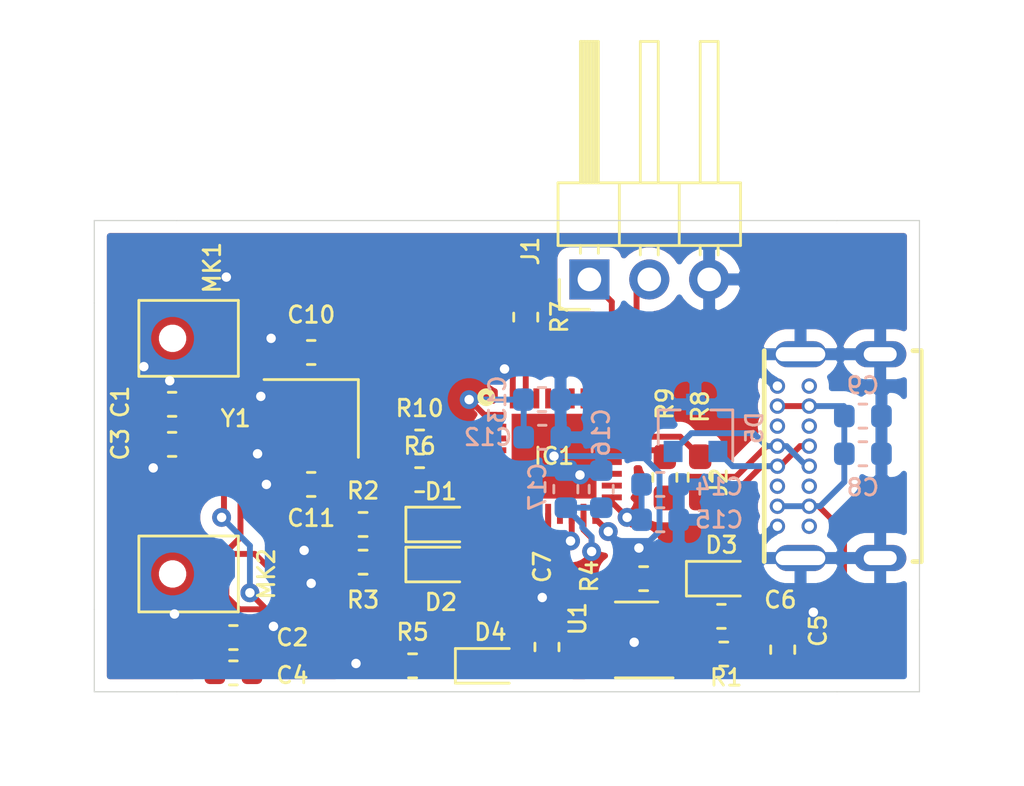
<source format=kicad_pcb>
(kicad_pcb (version 20171130) (host pcbnew "(5.1.6)-1")

  (general
    (thickness 1.6)
    (drawings 16)
    (tracks 216)
    (zones 0)
    (modules 39)
    (nets 43)
  )

  (page A4)
  (layers
    (0 F.Cu signal)
    (31 B.Cu signal)
    (32 B.Adhes user)
    (33 F.Adhes user)
    (34 B.Paste user)
    (35 F.Paste user)
    (36 B.SilkS user)
    (37 F.SilkS user)
    (38 B.Mask user)
    (39 F.Mask user)
    (40 Dwgs.User user)
    (41 Cmts.User user)
    (42 Eco1.User user)
    (43 Eco2.User user)
    (44 Edge.Cuts user)
    (45 Margin user)
    (46 B.CrtYd user)
    (47 F.CrtYd user)
    (48 B.Fab user)
    (49 F.Fab user)
  )

  (setup
    (last_trace_width 0.25)
    (trace_clearance 0.2)
    (zone_clearance 0.508)
    (zone_45_only no)
    (trace_min 0.2)
    (via_size 0.8)
    (via_drill 0.4)
    (via_min_size 0.4)
    (via_min_drill 0.3)
    (uvia_size 0.3)
    (uvia_drill 0.1)
    (uvias_allowed no)
    (uvia_min_size 0.2)
    (uvia_min_drill 0.1)
    (edge_width 0.05)
    (segment_width 0.2)
    (pcb_text_width 0.3)
    (pcb_text_size 1.5 1.5)
    (mod_edge_width 0.12)
    (mod_text_size 1 1)
    (mod_text_width 0.15)
    (pad_size 1.524 1.524)
    (pad_drill 0.762)
    (pad_to_mask_clearance 0.05)
    (aux_axis_origin 0 0)
    (visible_elements 7FFFF7FF)
    (pcbplotparams
      (layerselection 0x010fc_ffffffff)
      (usegerberextensions false)
      (usegerberattributes true)
      (usegerberadvancedattributes true)
      (creategerberjobfile true)
      (excludeedgelayer true)
      (linewidth 0.100000)
      (plotframeref false)
      (viasonmask false)
      (mode 1)
      (useauxorigin false)
      (hpglpennumber 1)
      (hpglpenspeed 20)
      (hpglpendiameter 15.000000)
      (psnegative false)
      (psa4output false)
      (plotreference true)
      (plotvalue true)
      (plotinvisibletext false)
      (padsonsilk false)
      (subtractmaskfromsilk false)
      (outputformat 1)
      (mirror false)
      (drillshape 1)
      (scaleselection 1)
      (outputdirectory ""))
  )

  (net 0 "")
  (net 1 +3V3)
  (net 2 GND)
  (net 3 VBUS)
  (net 4 "Net-(C6-Pad1)")
  (net 5 OSC_IN)
  (net 6 "Net-(C11-Pad1)")
  (net 7 "Net-(D1-Pad1)")
  (net 8 LED1)
  (net 9 LED2)
  (net 10 "Net-(D2-Pad1)")
  (net 11 "Net-(D3-Pad1)")
  (net 12 "Net-(D4-Pad1)")
  (net 13 "Net-(D5-Pad1)")
  (net 14 "Net-(D5-Pad2)")
  (net 15 OSC_OUT)
  (net 16 "Net-(IC1-Pad4)")
  (net 17 "Net-(IC1-Pad5)")
  (net 18 "Net-(IC1-Pad6)")
  (net 19 "Net-(IC1-Pad9)")
  (net 20 "Net-(IC1-Pad10)")
  (net 21 "Net-(IC1-Pad11)")
  (net 22 "Net-(IC1-Pad12)")
  (net 23 "Net-(IC1-Pad13)")
  (net 24 "Net-(IC1-Pad18)")
  (net 25 "Net-(IC1-Pad19)")
  (net 26 "Net-(IC1-Pad20)")
  (net 27 D-)
  (net 28 D+)
  (net 29 SWDIO)
  (net 30 SWCLK)
  (net 31 "Net-(IC1-Pad25)")
  (net 32 "Net-(IC1-Pad26)")
  (net 33 "Net-(IC1-Pad27)")
  (net 34 "Net-(IC1-Pad28)")
  (net 35 "Net-(IC1-Pad29)")
  (net 36 "Net-(IC1-Pad30)")
  (net 37 "Net-(IC1-Pad31)")
  (net 38 "Net-(J2-PadB8)")
  (net 39 "Net-(J2-PadB5)")
  (net 40 "Net-(J2-PadA8)")
  (net 41 "Net-(J2-PadA5)")
  (net 42 "Net-(U1-Pad4)")

  (net_class Default "This is the default net class."
    (clearance 0.2)
    (trace_width 0.25)
    (via_dia 0.8)
    (via_drill 0.4)
    (uvia_dia 0.3)
    (uvia_drill 0.1)
    (add_net +3V3)
    (add_net D+)
    (add_net D-)
    (add_net GND)
    (add_net LED1)
    (add_net LED2)
    (add_net "Net-(C11-Pad1)")
    (add_net "Net-(C6-Pad1)")
    (add_net "Net-(D1-Pad1)")
    (add_net "Net-(D2-Pad1)")
    (add_net "Net-(D3-Pad1)")
    (add_net "Net-(D4-Pad1)")
    (add_net "Net-(D5-Pad1)")
    (add_net "Net-(D5-Pad2)")
    (add_net "Net-(IC1-Pad10)")
    (add_net "Net-(IC1-Pad11)")
    (add_net "Net-(IC1-Pad12)")
    (add_net "Net-(IC1-Pad13)")
    (add_net "Net-(IC1-Pad18)")
    (add_net "Net-(IC1-Pad19)")
    (add_net "Net-(IC1-Pad20)")
    (add_net "Net-(IC1-Pad25)")
    (add_net "Net-(IC1-Pad26)")
    (add_net "Net-(IC1-Pad27)")
    (add_net "Net-(IC1-Pad28)")
    (add_net "Net-(IC1-Pad29)")
    (add_net "Net-(IC1-Pad30)")
    (add_net "Net-(IC1-Pad31)")
    (add_net "Net-(IC1-Pad4)")
    (add_net "Net-(IC1-Pad5)")
    (add_net "Net-(IC1-Pad6)")
    (add_net "Net-(IC1-Pad9)")
    (add_net "Net-(J2-PadA5)")
    (add_net "Net-(J2-PadA8)")
    (add_net "Net-(J2-PadB5)")
    (add_net "Net-(J2-PadB8)")
    (add_net "Net-(U1-Pad4)")
    (add_net OSC_IN)
    (add_net OSC_OUT)
    (add_net SWCLK)
    (add_net SWDIO)
    (add_net VBUS)
  )

  (module Capacitor_SMD:C_0603_1608Metric (layer B.Cu) (tedit 5B301BBE) (tstamp 5FB9BD3B)
    (at 110 101.4 90)
    (descr "Capacitor SMD 0603 (1608 Metric), square (rectangular) end terminal, IPC_7351 nominal, (Body size source: http://www.tortai-tech.com/upload/download/2011102023233369053.pdf), generated with kicad-footprint-generator")
    (tags capacitor)
    (path /5FD6C816)
    (attr smd)
    (fp_text reference C17 (at 0.1 -1.2 90) (layer B.SilkS)
      (effects (font (size 0.7 0.7) (thickness 0.12)) (justify mirror))
    )
    (fp_text value 10n (at 0 -1.43 90) (layer B.Fab)
      (effects (font (size 1 1) (thickness 0.15)) (justify mirror))
    )
    (fp_line (start -0.8 -0.4) (end -0.8 0.4) (layer B.Fab) (width 0.1))
    (fp_line (start -0.8 0.4) (end 0.8 0.4) (layer B.Fab) (width 0.1))
    (fp_line (start 0.8 0.4) (end 0.8 -0.4) (layer B.Fab) (width 0.1))
    (fp_line (start 0.8 -0.4) (end -0.8 -0.4) (layer B.Fab) (width 0.1))
    (fp_line (start -0.162779 0.51) (end 0.162779 0.51) (layer B.SilkS) (width 0.12))
    (fp_line (start -0.162779 -0.51) (end 0.162779 -0.51) (layer B.SilkS) (width 0.12))
    (fp_line (start -1.48 -0.73) (end -1.48 0.73) (layer B.CrtYd) (width 0.05))
    (fp_line (start -1.48 0.73) (end 1.48 0.73) (layer B.CrtYd) (width 0.05))
    (fp_line (start 1.48 0.73) (end 1.48 -0.73) (layer B.CrtYd) (width 0.05))
    (fp_line (start 1.48 -0.73) (end -1.48 -0.73) (layer B.CrtYd) (width 0.05))
    (fp_text user %R (at 0 0 90) (layer B.Fab)
      (effects (font (size 0.7 0.7) (thickness 0.12)) (justify mirror))
    )
    (pad 2 smd roundrect (at 0.7875 0 90) (size 0.875 0.95) (layers B.Cu B.Paste B.Mask) (roundrect_rratio 0.25)
      (net 2 GND))
    (pad 1 smd roundrect (at -0.7875 0 90) (size 0.875 0.95) (layers B.Cu B.Paste B.Mask) (roundrect_rratio 0.25)
      (net 1 +3V3))
    (model ${KISYS3DMOD}/Capacitor_SMD.3dshapes/C_0603_1608Metric.wrl
      (at (xyz 0 0 0))
      (scale (xyz 1 1 1))
      (rotate (xyz 0 0 0))
    )
  )

  (module Capacitor_SMD:C_0603_1608Metric (layer B.Cu) (tedit 5B301BBE) (tstamp 5FB9BD2A)
    (at 111.5 101.4 90)
    (descr "Capacitor SMD 0603 (1608 Metric), square (rectangular) end terminal, IPC_7351 nominal, (Body size source: http://www.tortai-tech.com/upload/download/2011102023233369053.pdf), generated with kicad-footprint-generator")
    (tags capacitor)
    (path /5FD6C810)
    (attr smd)
    (fp_text reference C16 (at 2.4 0 90) (layer B.SilkS)
      (effects (font (size 0.7 0.7) (thickness 0.12)) (justify mirror))
    )
    (fp_text value 4.7u (at 0 -1.43 90) (layer B.Fab)
      (effects (font (size 1 1) (thickness 0.15)) (justify mirror))
    )
    (fp_line (start -0.8 -0.4) (end -0.8 0.4) (layer B.Fab) (width 0.1))
    (fp_line (start -0.8 0.4) (end 0.8 0.4) (layer B.Fab) (width 0.1))
    (fp_line (start 0.8 0.4) (end 0.8 -0.4) (layer B.Fab) (width 0.1))
    (fp_line (start 0.8 -0.4) (end -0.8 -0.4) (layer B.Fab) (width 0.1))
    (fp_line (start -0.162779 0.51) (end 0.162779 0.51) (layer B.SilkS) (width 0.12))
    (fp_line (start -0.162779 -0.51) (end 0.162779 -0.51) (layer B.SilkS) (width 0.12))
    (fp_line (start -1.48 -0.73) (end -1.48 0.73) (layer B.CrtYd) (width 0.05))
    (fp_line (start -1.48 0.73) (end 1.48 0.73) (layer B.CrtYd) (width 0.05))
    (fp_line (start 1.48 0.73) (end 1.48 -0.73) (layer B.CrtYd) (width 0.05))
    (fp_line (start 1.48 -0.73) (end -1.48 -0.73) (layer B.CrtYd) (width 0.05))
    (fp_text user %R (at 0 0 90) (layer B.Fab)
      (effects (font (size 0.7 0.7) (thickness 0.12)) (justify mirror))
    )
    (pad 2 smd roundrect (at 0.7875 0 90) (size 0.875 0.95) (layers B.Cu B.Paste B.Mask) (roundrect_rratio 0.25)
      (net 2 GND))
    (pad 1 smd roundrect (at -0.7875 0 90) (size 0.875 0.95) (layers B.Cu B.Paste B.Mask) (roundrect_rratio 0.25)
      (net 1 +3V3))
    (model ${KISYS3DMOD}/Capacitor_SMD.3dshapes/C_0603_1608Metric.wrl
      (at (xyz 0 0 0))
      (scale (xyz 1 1 1))
      (rotate (xyz 0 0 0))
    )
  )

  (module Capacitor_SMD:C_0603_1608Metric (layer B.Cu) (tedit 5B301BBE) (tstamp 5FB9BD19)
    (at 114 102.7)
    (descr "Capacitor SMD 0603 (1608 Metric), square (rectangular) end terminal, IPC_7351 nominal, (Body size source: http://www.tortai-tech.com/upload/download/2011102023233369053.pdf), generated with kicad-footprint-generator")
    (tags capacitor)
    (path /5FD655CB)
    (attr smd)
    (fp_text reference C15 (at 2.5 0) (layer B.SilkS)
      (effects (font (size 0.7 0.7) (thickness 0.12)) (justify mirror))
    )
    (fp_text value 100n (at 0 -1.43) (layer B.Fab)
      (effects (font (size 1 1) (thickness 0.15)) (justify mirror))
    )
    (fp_line (start -0.8 -0.4) (end -0.8 0.4) (layer B.Fab) (width 0.1))
    (fp_line (start -0.8 0.4) (end 0.8 0.4) (layer B.Fab) (width 0.1))
    (fp_line (start 0.8 0.4) (end 0.8 -0.4) (layer B.Fab) (width 0.1))
    (fp_line (start 0.8 -0.4) (end -0.8 -0.4) (layer B.Fab) (width 0.1))
    (fp_line (start -0.162779 0.51) (end 0.162779 0.51) (layer B.SilkS) (width 0.12))
    (fp_line (start -0.162779 -0.51) (end 0.162779 -0.51) (layer B.SilkS) (width 0.12))
    (fp_line (start -1.48 -0.73) (end -1.48 0.73) (layer B.CrtYd) (width 0.05))
    (fp_line (start -1.48 0.73) (end 1.48 0.73) (layer B.CrtYd) (width 0.05))
    (fp_line (start 1.48 0.73) (end 1.48 -0.73) (layer B.CrtYd) (width 0.05))
    (fp_line (start 1.48 -0.73) (end -1.48 -0.73) (layer B.CrtYd) (width 0.05))
    (fp_text user %R (at 0 0) (layer B.Fab)
      (effects (font (size 0.7 0.7) (thickness 0.12)) (justify mirror))
    )
    (pad 2 smd roundrect (at 0.7875 0) (size 0.875 0.95) (layers B.Cu B.Paste B.Mask) (roundrect_rratio 0.25)
      (net 2 GND))
    (pad 1 smd roundrect (at -0.7875 0) (size 0.875 0.95) (layers B.Cu B.Paste B.Mask) (roundrect_rratio 0.25)
      (net 1 +3V3))
    (model ${KISYS3DMOD}/Capacitor_SMD.3dshapes/C_0603_1608Metric.wrl
      (at (xyz 0 0 0))
      (scale (xyz 1 1 1))
      (rotate (xyz 0 0 0))
    )
  )

  (module Capacitor_SMD:C_0603_1608Metric (layer B.Cu) (tedit 5B301BBE) (tstamp 5FB9BD08)
    (at 114 101.2)
    (descr "Capacitor SMD 0603 (1608 Metric), square (rectangular) end terminal, IPC_7351 nominal, (Body size source: http://www.tortai-tech.com/upload/download/2011102023233369053.pdf), generated with kicad-footprint-generator")
    (tags capacitor)
    (path /5FD655C5)
    (attr smd)
    (fp_text reference C14 (at 2.5 0.1 180) (layer B.SilkS)
      (effects (font (size 0.7 0.7) (thickness 0.12)) (justify mirror))
    )
    (fp_text value 4.7u (at 0 -1.43 180) (layer B.Fab)
      (effects (font (size 1 1) (thickness 0.15)) (justify mirror))
    )
    (fp_line (start -0.8 -0.4) (end -0.8 0.4) (layer B.Fab) (width 0.1))
    (fp_line (start -0.8 0.4) (end 0.8 0.4) (layer B.Fab) (width 0.1))
    (fp_line (start 0.8 0.4) (end 0.8 -0.4) (layer B.Fab) (width 0.1))
    (fp_line (start 0.8 -0.4) (end -0.8 -0.4) (layer B.Fab) (width 0.1))
    (fp_line (start -0.162779 0.51) (end 0.162779 0.51) (layer B.SilkS) (width 0.12))
    (fp_line (start -0.162779 -0.51) (end 0.162779 -0.51) (layer B.SilkS) (width 0.12))
    (fp_line (start -1.48 -0.73) (end -1.48 0.73) (layer B.CrtYd) (width 0.05))
    (fp_line (start -1.48 0.73) (end 1.48 0.73) (layer B.CrtYd) (width 0.05))
    (fp_line (start 1.48 0.73) (end 1.48 -0.73) (layer B.CrtYd) (width 0.05))
    (fp_line (start 1.48 -0.73) (end -1.48 -0.73) (layer B.CrtYd) (width 0.05))
    (fp_text user %R (at 0 0 180) (layer B.Fab)
      (effects (font (size 0.7 0.7) (thickness 0.12)) (justify mirror))
    )
    (pad 2 smd roundrect (at 0.7875 0) (size 0.875 0.95) (layers B.Cu B.Paste B.Mask) (roundrect_rratio 0.25)
      (net 2 GND))
    (pad 1 smd roundrect (at -0.7875 0) (size 0.875 0.95) (layers B.Cu B.Paste B.Mask) (roundrect_rratio 0.25)
      (net 1 +3V3))
    (model ${KISYS3DMOD}/Capacitor_SMD.3dshapes/C_0603_1608Metric.wrl
      (at (xyz 0 0 0))
      (scale (xyz 1 1 1))
      (rotate (xyz 0 0 0))
    )
  )

  (module Capacitor_SMD:C_0603_1608Metric (layer B.Cu) (tedit 5B301BBE) (tstamp 5FB9BCF7)
    (at 108.9875 97.6)
    (descr "Capacitor SMD 0603 (1608 Metric), square (rectangular) end terminal, IPC_7351 nominal, (Body size source: http://www.tortai-tech.com/upload/download/2011102023233369053.pdf), generated with kicad-footprint-generator")
    (tags capacitor)
    (path /5FD3A7EB)
    (attr smd)
    (fp_text reference C13 (at -1.8875 0 270) (layer B.SilkS)
      (effects (font (size 0.7 0.7) (thickness 0.12)) (justify mirror))
    )
    (fp_text value 100n (at 0 -1.43 180) (layer B.Fab)
      (effects (font (size 1 1) (thickness 0.15)) (justify mirror))
    )
    (fp_line (start -0.8 -0.4) (end -0.8 0.4) (layer B.Fab) (width 0.1))
    (fp_line (start -0.8 0.4) (end 0.8 0.4) (layer B.Fab) (width 0.1))
    (fp_line (start 0.8 0.4) (end 0.8 -0.4) (layer B.Fab) (width 0.1))
    (fp_line (start 0.8 -0.4) (end -0.8 -0.4) (layer B.Fab) (width 0.1))
    (fp_line (start -0.162779 0.51) (end 0.162779 0.51) (layer B.SilkS) (width 0.12))
    (fp_line (start -0.162779 -0.51) (end 0.162779 -0.51) (layer B.SilkS) (width 0.12))
    (fp_line (start -1.48 -0.73) (end -1.48 0.73) (layer B.CrtYd) (width 0.05))
    (fp_line (start -1.48 0.73) (end 1.48 0.73) (layer B.CrtYd) (width 0.05))
    (fp_line (start 1.48 0.73) (end 1.48 -0.73) (layer B.CrtYd) (width 0.05))
    (fp_line (start 1.48 -0.73) (end -1.48 -0.73) (layer B.CrtYd) (width 0.05))
    (fp_text user %R (at 0 0 180) (layer B.Fab)
      (effects (font (size 0.7 0.7) (thickness 0.12)) (justify mirror))
    )
    (pad 2 smd roundrect (at 0.7875 0) (size 0.875 0.95) (layers B.Cu B.Paste B.Mask) (roundrect_rratio 0.25)
      (net 2 GND))
    (pad 1 smd roundrect (at -0.7875 0) (size 0.875 0.95) (layers B.Cu B.Paste B.Mask) (roundrect_rratio 0.25)
      (net 1 +3V3))
    (model ${KISYS3DMOD}/Capacitor_SMD.3dshapes/C_0603_1608Metric.wrl
      (at (xyz 0 0 0))
      (scale (xyz 1 1 1))
      (rotate (xyz 0 0 0))
    )
  )

  (module Capacitor_SMD:C_0603_1608Metric (layer B.Cu) (tedit 5B301BBE) (tstamp 5FB9BCE6)
    (at 109 99.2)
    (descr "Capacitor SMD 0603 (1608 Metric), square (rectangular) end terminal, IPC_7351 nominal, (Body size source: http://www.tortai-tech.com/upload/download/2011102023233369053.pdf), generated with kicad-footprint-generator")
    (tags capacitor)
    (path /5FD2FB70)
    (attr smd)
    (fp_text reference C12 (at -2.3 0 180) (layer B.SilkS)
      (effects (font (size 0.7 0.7) (thickness 0.12)) (justify mirror))
    )
    (fp_text value 4.7u (at 0 -1.43 180) (layer B.Fab)
      (effects (font (size 1 1) (thickness 0.15)) (justify mirror))
    )
    (fp_line (start -0.8 -0.4) (end -0.8 0.4) (layer B.Fab) (width 0.1))
    (fp_line (start -0.8 0.4) (end 0.8 0.4) (layer B.Fab) (width 0.1))
    (fp_line (start 0.8 0.4) (end 0.8 -0.4) (layer B.Fab) (width 0.1))
    (fp_line (start 0.8 -0.4) (end -0.8 -0.4) (layer B.Fab) (width 0.1))
    (fp_line (start -0.162779 0.51) (end 0.162779 0.51) (layer B.SilkS) (width 0.12))
    (fp_line (start -0.162779 -0.51) (end 0.162779 -0.51) (layer B.SilkS) (width 0.12))
    (fp_line (start -1.48 -0.73) (end -1.48 0.73) (layer B.CrtYd) (width 0.05))
    (fp_line (start -1.48 0.73) (end 1.48 0.73) (layer B.CrtYd) (width 0.05))
    (fp_line (start 1.48 0.73) (end 1.48 -0.73) (layer B.CrtYd) (width 0.05))
    (fp_line (start 1.48 -0.73) (end -1.48 -0.73) (layer B.CrtYd) (width 0.05))
    (fp_text user %R (at 0 0 180) (layer B.Fab)
      (effects (font (size 0.7 0.7) (thickness 0.12)) (justify mirror))
    )
    (pad 2 smd roundrect (at 0.7875 0) (size 0.875 0.95) (layers B.Cu B.Paste B.Mask) (roundrect_rratio 0.25)
      (net 2 GND))
    (pad 1 smd roundrect (at -0.7875 0) (size 0.875 0.95) (layers B.Cu B.Paste B.Mask) (roundrect_rratio 0.25)
      (net 1 +3V3))
    (model ${KISYS3DMOD}/Capacitor_SMD.3dshapes/C_0603_1608Metric.wrl
      (at (xyz 0 0 0))
      (scale (xyz 1 1 1))
      (rotate (xyz 0 0 0))
    )
  )

  (module Capacitor_SMD:C_0603_1608Metric (layer F.Cu) (tedit 5B301BBE) (tstamp 5FB99197)
    (at 93.3 97.8 180)
    (descr "Capacitor SMD 0603 (1608 Metric), square (rectangular) end terminal, IPC_7351 nominal, (Body size source: http://www.tortai-tech.com/upload/download/2011102023233369053.pdf), generated with kicad-footprint-generator")
    (tags capacitor)
    (path /5FBD2EDB)
    (attr smd)
    (fp_text reference C1 (at 2.2 0.1 90) (layer F.SilkS)
      (effects (font (size 0.7 0.7) (thickness 0.12)))
    )
    (fp_text value C (at 0 1.43) (layer F.Fab)
      (effects (font (size 1 1) (thickness 0.15)))
    )
    (fp_line (start 1.48 0.73) (end -1.48 0.73) (layer F.CrtYd) (width 0.05))
    (fp_line (start 1.48 -0.73) (end 1.48 0.73) (layer F.CrtYd) (width 0.05))
    (fp_line (start -1.48 -0.73) (end 1.48 -0.73) (layer F.CrtYd) (width 0.05))
    (fp_line (start -1.48 0.73) (end -1.48 -0.73) (layer F.CrtYd) (width 0.05))
    (fp_line (start -0.162779 0.51) (end 0.162779 0.51) (layer F.SilkS) (width 0.12))
    (fp_line (start -0.162779 -0.51) (end 0.162779 -0.51) (layer F.SilkS) (width 0.12))
    (fp_line (start 0.8 0.4) (end -0.8 0.4) (layer F.Fab) (width 0.1))
    (fp_line (start 0.8 -0.4) (end 0.8 0.4) (layer F.Fab) (width 0.1))
    (fp_line (start -0.8 -0.4) (end 0.8 -0.4) (layer F.Fab) (width 0.1))
    (fp_line (start -0.8 0.4) (end -0.8 -0.4) (layer F.Fab) (width 0.1))
    (fp_text user %R (at 0 0) (layer F.Fab)
      (effects (font (size 0.7 0.7) (thickness 0.12)))
    )
    (pad 1 smd roundrect (at -0.7875 0 180) (size 0.875 0.95) (layers F.Cu F.Paste F.Mask) (roundrect_rratio 0.25)
      (net 1 +3V3))
    (pad 2 smd roundrect (at 0.7875 0 180) (size 0.875 0.95) (layers F.Cu F.Paste F.Mask) (roundrect_rratio 0.25)
      (net 2 GND))
    (model ${KISYS3DMOD}/Capacitor_SMD.3dshapes/C_0603_1608Metric.wrl
      (at (xyz 0 0 0))
      (scale (xyz 1 1 1))
      (rotate (xyz 0 0 0))
    )
  )

  (module Capacitor_SMD:C_0603_1608Metric (layer F.Cu) (tedit 5B301BBE) (tstamp 5FB991A8)
    (at 95.9 107.7)
    (descr "Capacitor SMD 0603 (1608 Metric), square (rectangular) end terminal, IPC_7351 nominal, (Body size source: http://www.tortai-tech.com/upload/download/2011102023233369053.pdf), generated with kicad-footprint-generator")
    (tags capacitor)
    (path /5FBDDB55)
    (attr smd)
    (fp_text reference C2 (at 2.5 0) (layer F.SilkS)
      (effects (font (size 0.7 0.7) (thickness 0.12)))
    )
    (fp_text value C (at 0 1.43) (layer F.Fab)
      (effects (font (size 1 1) (thickness 0.15)))
    )
    (fp_line (start 1.48 0.73) (end -1.48 0.73) (layer F.CrtYd) (width 0.05))
    (fp_line (start 1.48 -0.73) (end 1.48 0.73) (layer F.CrtYd) (width 0.05))
    (fp_line (start -1.48 -0.73) (end 1.48 -0.73) (layer F.CrtYd) (width 0.05))
    (fp_line (start -1.48 0.73) (end -1.48 -0.73) (layer F.CrtYd) (width 0.05))
    (fp_line (start -0.162779 0.51) (end 0.162779 0.51) (layer F.SilkS) (width 0.12))
    (fp_line (start -0.162779 -0.51) (end 0.162779 -0.51) (layer F.SilkS) (width 0.12))
    (fp_line (start 0.8 0.4) (end -0.8 0.4) (layer F.Fab) (width 0.1))
    (fp_line (start 0.8 -0.4) (end 0.8 0.4) (layer F.Fab) (width 0.1))
    (fp_line (start -0.8 -0.4) (end 0.8 -0.4) (layer F.Fab) (width 0.1))
    (fp_line (start -0.8 0.4) (end -0.8 -0.4) (layer F.Fab) (width 0.1))
    (fp_text user %R (at 0 0) (layer F.Fab)
      (effects (font (size 0.7 0.7) (thickness 0.12)))
    )
    (pad 1 smd roundrect (at -0.7875 0) (size 0.875 0.95) (layers F.Cu F.Paste F.Mask) (roundrect_rratio 0.25)
      (net 1 +3V3))
    (pad 2 smd roundrect (at 0.7875 0) (size 0.875 0.95) (layers F.Cu F.Paste F.Mask) (roundrect_rratio 0.25)
      (net 2 GND))
    (model ${KISYS3DMOD}/Capacitor_SMD.3dshapes/C_0603_1608Metric.wrl
      (at (xyz 0 0 0))
      (scale (xyz 1 1 1))
      (rotate (xyz 0 0 0))
    )
  )

  (module Capacitor_SMD:C_0603_1608Metric (layer F.Cu) (tedit 5B301BBE) (tstamp 5FB991B9)
    (at 93.3 99.5 180)
    (descr "Capacitor SMD 0603 (1608 Metric), square (rectangular) end terminal, IPC_7351 nominal, (Body size source: http://www.tortai-tech.com/upload/download/2011102023233369053.pdf), generated with kicad-footprint-generator")
    (tags capacitor)
    (path /5FBD885E)
    (attr smd)
    (fp_text reference C3 (at 2.2 0 90) (layer F.SilkS)
      (effects (font (size 0.7 0.7) (thickness 0.12)))
    )
    (fp_text value C (at 0 1.43) (layer F.Fab)
      (effects (font (size 1 1) (thickness 0.15)))
    )
    (fp_line (start -0.8 0.4) (end -0.8 -0.4) (layer F.Fab) (width 0.1))
    (fp_line (start -0.8 -0.4) (end 0.8 -0.4) (layer F.Fab) (width 0.1))
    (fp_line (start 0.8 -0.4) (end 0.8 0.4) (layer F.Fab) (width 0.1))
    (fp_line (start 0.8 0.4) (end -0.8 0.4) (layer F.Fab) (width 0.1))
    (fp_line (start -0.162779 -0.51) (end 0.162779 -0.51) (layer F.SilkS) (width 0.12))
    (fp_line (start -0.162779 0.51) (end 0.162779 0.51) (layer F.SilkS) (width 0.12))
    (fp_line (start -1.48 0.73) (end -1.48 -0.73) (layer F.CrtYd) (width 0.05))
    (fp_line (start -1.48 -0.73) (end 1.48 -0.73) (layer F.CrtYd) (width 0.05))
    (fp_line (start 1.48 -0.73) (end 1.48 0.73) (layer F.CrtYd) (width 0.05))
    (fp_line (start 1.48 0.73) (end -1.48 0.73) (layer F.CrtYd) (width 0.05))
    (fp_text user %R (at 0 0) (layer F.Fab)
      (effects (font (size 0.7 0.7) (thickness 0.12)))
    )
    (pad 2 smd roundrect (at 0.7875 0 180) (size 0.875 0.95) (layers F.Cu F.Paste F.Mask) (roundrect_rratio 0.25)
      (net 2 GND))
    (pad 1 smd roundrect (at -0.7875 0 180) (size 0.875 0.95) (layers F.Cu F.Paste F.Mask) (roundrect_rratio 0.25)
      (net 1 +3V3))
    (model ${KISYS3DMOD}/Capacitor_SMD.3dshapes/C_0603_1608Metric.wrl
      (at (xyz 0 0 0))
      (scale (xyz 1 1 1))
      (rotate (xyz 0 0 0))
    )
  )

  (module Capacitor_SMD:C_0603_1608Metric (layer F.Cu) (tedit 5B301BBE) (tstamp 5FB991CA)
    (at 95.9 109.2)
    (descr "Capacitor SMD 0603 (1608 Metric), square (rectangular) end terminal, IPC_7351 nominal, (Body size source: http://www.tortai-tech.com/upload/download/2011102023233369053.pdf), generated with kicad-footprint-generator")
    (tags capacitor)
    (path /5FBDDB66)
    (attr smd)
    (fp_text reference C4 (at 2.5 0.1) (layer F.SilkS)
      (effects (font (size 0.7 0.7) (thickness 0.12)))
    )
    (fp_text value C (at 2 0.1) (layer F.Fab)
      (effects (font (size 1 1) (thickness 0.15)))
    )
    (fp_line (start -0.8 0.4) (end -0.8 -0.4) (layer F.Fab) (width 0.1))
    (fp_line (start -0.8 -0.4) (end 0.8 -0.4) (layer F.Fab) (width 0.1))
    (fp_line (start 0.8 -0.4) (end 0.8 0.4) (layer F.Fab) (width 0.1))
    (fp_line (start 0.8 0.4) (end -0.8 0.4) (layer F.Fab) (width 0.1))
    (fp_line (start -0.162779 -0.51) (end 0.162779 -0.51) (layer F.SilkS) (width 0.12))
    (fp_line (start -0.162779 0.51) (end 0.162779 0.51) (layer F.SilkS) (width 0.12))
    (fp_line (start -1.48 0.73) (end -1.48 -0.73) (layer F.CrtYd) (width 0.05))
    (fp_line (start -1.48 -0.73) (end 1.48 -0.73) (layer F.CrtYd) (width 0.05))
    (fp_line (start 1.48 -0.73) (end 1.48 0.73) (layer F.CrtYd) (width 0.05))
    (fp_line (start 1.48 0.73) (end -1.48 0.73) (layer F.CrtYd) (width 0.05))
    (fp_text user %R (at 0 0) (layer F.Fab)
      (effects (font (size 0.7 0.7) (thickness 0.12)))
    )
    (pad 2 smd roundrect (at 0.7875 0) (size 0.875 0.95) (layers F.Cu F.Paste F.Mask) (roundrect_rratio 0.25)
      (net 2 GND))
    (pad 1 smd roundrect (at -0.7875 0) (size 0.875 0.95) (layers F.Cu F.Paste F.Mask) (roundrect_rratio 0.25)
      (net 1 +3V3))
    (model ${KISYS3DMOD}/Capacitor_SMD.3dshapes/C_0603_1608Metric.wrl
      (at (xyz 0 0 0))
      (scale (xyz 1 1 1))
      (rotate (xyz 0 0 0))
    )
  )

  (module Capacitor_SMD:C_0603_1608Metric (layer F.Cu) (tedit 5B301BBE) (tstamp 5FBA9EBE)
    (at 119.2 108.2125 90)
    (descr "Capacitor SMD 0603 (1608 Metric), square (rectangular) end terminal, IPC_7351 nominal, (Body size source: http://www.tortai-tech.com/upload/download/2011102023233369053.pdf), generated with kicad-footprint-generator")
    (tags capacitor)
    (path /5FC0E8FF)
    (attr smd)
    (fp_text reference C5 (at 0.8 1.5 90) (layer F.SilkS)
      (effects (font (size 0.7 0.7) (thickness 0.12)))
    )
    (fp_text value 1U (at 0 1.43 90) (layer F.Fab)
      (effects (font (size 1 1) (thickness 0.15)))
    )
    (fp_line (start 1.48 0.73) (end -1.48 0.73) (layer F.CrtYd) (width 0.05))
    (fp_line (start 1.48 -0.73) (end 1.48 0.73) (layer F.CrtYd) (width 0.05))
    (fp_line (start -1.48 -0.73) (end 1.48 -0.73) (layer F.CrtYd) (width 0.05))
    (fp_line (start -1.48 0.73) (end -1.48 -0.73) (layer F.CrtYd) (width 0.05))
    (fp_line (start -0.162779 0.51) (end 0.162779 0.51) (layer F.SilkS) (width 0.12))
    (fp_line (start -0.162779 -0.51) (end 0.162779 -0.51) (layer F.SilkS) (width 0.12))
    (fp_line (start 0.8 0.4) (end -0.8 0.4) (layer F.Fab) (width 0.1))
    (fp_line (start 0.8 -0.4) (end 0.8 0.4) (layer F.Fab) (width 0.1))
    (fp_line (start -0.8 -0.4) (end 0.8 -0.4) (layer F.Fab) (width 0.1))
    (fp_line (start -0.8 0.4) (end -0.8 -0.4) (layer F.Fab) (width 0.1))
    (fp_text user %R (at 0 0 90) (layer F.Fab)
      (effects (font (size 0.7 0.7) (thickness 0.12)))
    )
    (pad 1 smd roundrect (at -0.7875 0 90) (size 0.875 0.95) (layers F.Cu F.Paste F.Mask) (roundrect_rratio 0.25)
      (net 3 VBUS))
    (pad 2 smd roundrect (at 0.7875 0 90) (size 0.875 0.95) (layers F.Cu F.Paste F.Mask) (roundrect_rratio 0.25)
      (net 2 GND))
    (model ${KISYS3DMOD}/Capacitor_SMD.3dshapes/C_0603_1608Metric.wrl
      (at (xyz 0 0 0))
      (scale (xyz 1 1 1))
      (rotate (xyz 0 0 0))
    )
  )

  (module Capacitor_SMD:C_0603_1608Metric (layer F.Cu) (tedit 5B301BBE) (tstamp 5FB991EC)
    (at 116.6 106.8)
    (descr "Capacitor SMD 0603 (1608 Metric), square (rectangular) end terminal, IPC_7351 nominal, (Body size source: http://www.tortai-tech.com/upload/download/2011102023233369053.pdf), generated with kicad-footprint-generator")
    (tags capacitor)
    (path /5FC24B36)
    (attr smd)
    (fp_text reference C6 (at 2.5 -0.7) (layer F.SilkS)
      (effects (font (size 0.7 0.7) (thickness 0.12)))
    )
    (fp_text value 1000U (at 0 1.43) (layer F.Fab)
      (effects (font (size 1 1) (thickness 0.15)))
    )
    (fp_line (start -0.8 0.4) (end -0.8 -0.4) (layer F.Fab) (width 0.1))
    (fp_line (start -0.8 -0.4) (end 0.8 -0.4) (layer F.Fab) (width 0.1))
    (fp_line (start 0.8 -0.4) (end 0.8 0.4) (layer F.Fab) (width 0.1))
    (fp_line (start 0.8 0.4) (end -0.8 0.4) (layer F.Fab) (width 0.1))
    (fp_line (start -0.162779 -0.51) (end 0.162779 -0.51) (layer F.SilkS) (width 0.12))
    (fp_line (start -0.162779 0.51) (end 0.162779 0.51) (layer F.SilkS) (width 0.12))
    (fp_line (start -1.48 0.73) (end -1.48 -0.73) (layer F.CrtYd) (width 0.05))
    (fp_line (start -1.48 -0.73) (end 1.48 -0.73) (layer F.CrtYd) (width 0.05))
    (fp_line (start 1.48 -0.73) (end 1.48 0.73) (layer F.CrtYd) (width 0.05))
    (fp_line (start 1.48 0.73) (end -1.48 0.73) (layer F.CrtYd) (width 0.05))
    (fp_text user %R (at 0 0) (layer F.Fab)
      (effects (font (size 0.7 0.7) (thickness 0.12)))
    )
    (pad 2 smd roundrect (at 0.7875 0) (size 0.875 0.95) (layers F.Cu F.Paste F.Mask) (roundrect_rratio 0.25)
      (net 2 GND))
    (pad 1 smd roundrect (at -0.7875 0) (size 0.875 0.95) (layers F.Cu F.Paste F.Mask) (roundrect_rratio 0.25)
      (net 4 "Net-(C6-Pad1)"))
    (model ${KISYS3DMOD}/Capacitor_SMD.3dshapes/C_0603_1608Metric.wrl
      (at (xyz 0 0 0))
      (scale (xyz 1 1 1))
      (rotate (xyz 0 0 0))
    )
  )

  (module Capacitor_SMD:C_0603_1608Metric (layer F.Cu) (tedit 5B301BBE) (tstamp 5FBA9D20)
    (at 109.2 108.1 90)
    (descr "Capacitor SMD 0603 (1608 Metric), square (rectangular) end terminal, IPC_7351 nominal, (Body size source: http://www.tortai-tech.com/upload/download/2011102023233369053.pdf), generated with kicad-footprint-generator")
    (tags capacitor)
    (path /5FC0F07D)
    (attr smd)
    (fp_text reference C7 (at 3.4 -0.2 90) (layer F.SilkS)
      (effects (font (size 0.7 0.7) (thickness 0.12)))
    )
    (fp_text value 1U (at 0 1.43 90) (layer F.Fab)
      (effects (font (size 1 1) (thickness 0.15)))
    )
    (fp_line (start -0.8 0.4) (end -0.8 -0.4) (layer F.Fab) (width 0.1))
    (fp_line (start -0.8 -0.4) (end 0.8 -0.4) (layer F.Fab) (width 0.1))
    (fp_line (start 0.8 -0.4) (end 0.8 0.4) (layer F.Fab) (width 0.1))
    (fp_line (start 0.8 0.4) (end -0.8 0.4) (layer F.Fab) (width 0.1))
    (fp_line (start -0.162779 -0.51) (end 0.162779 -0.51) (layer F.SilkS) (width 0.12))
    (fp_line (start -0.162779 0.51) (end 0.162779 0.51) (layer F.SilkS) (width 0.12))
    (fp_line (start -1.48 0.73) (end -1.48 -0.73) (layer F.CrtYd) (width 0.05))
    (fp_line (start -1.48 -0.73) (end 1.48 -0.73) (layer F.CrtYd) (width 0.05))
    (fp_line (start 1.48 -0.73) (end 1.48 0.73) (layer F.CrtYd) (width 0.05))
    (fp_line (start 1.48 0.73) (end -1.48 0.73) (layer F.CrtYd) (width 0.05))
    (fp_text user %R (at 0 0 90) (layer F.Fab)
      (effects (font (size 0.7 0.7) (thickness 0.12)))
    )
    (pad 2 smd roundrect (at 0.7875 0 90) (size 0.875 0.95) (layers F.Cu F.Paste F.Mask) (roundrect_rratio 0.25)
      (net 2 GND))
    (pad 1 smd roundrect (at -0.7875 0 90) (size 0.875 0.95) (layers F.Cu F.Paste F.Mask) (roundrect_rratio 0.25)
      (net 1 +3V3))
    (model ${KISYS3DMOD}/Capacitor_SMD.3dshapes/C_0603_1608Metric.wrl
      (at (xyz 0 0 0))
      (scale (xyz 1 1 1))
      (rotate (xyz 0 0 0))
    )
  )

  (module Capacitor_SMD:C_0603_1608Metric (layer B.Cu) (tedit 5B301BBE) (tstamp 5FB9920E)
    (at 122.6 99.9)
    (descr "Capacitor SMD 0603 (1608 Metric), square (rectangular) end terminal, IPC_7351 nominal, (Body size source: http://www.tortai-tech.com/upload/download/2011102023233369053.pdf), generated with kicad-footprint-generator")
    (tags capacitor)
    (path /5FB986C0)
    (attr smd)
    (fp_text reference C8 (at 0 1.43) (layer B.SilkS)
      (effects (font (size 0.7 0.7) (thickness 0.12)) (justify mirror))
    )
    (fp_text value C (at 0 -1.43) (layer B.Fab)
      (effects (font (size 1 1) (thickness 0.15)) (justify mirror))
    )
    (fp_line (start -0.8 -0.4) (end -0.8 0.4) (layer B.Fab) (width 0.1))
    (fp_line (start -0.8 0.4) (end 0.8 0.4) (layer B.Fab) (width 0.1))
    (fp_line (start 0.8 0.4) (end 0.8 -0.4) (layer B.Fab) (width 0.1))
    (fp_line (start 0.8 -0.4) (end -0.8 -0.4) (layer B.Fab) (width 0.1))
    (fp_line (start -0.162779 0.51) (end 0.162779 0.51) (layer B.SilkS) (width 0.12))
    (fp_line (start -0.162779 -0.51) (end 0.162779 -0.51) (layer B.SilkS) (width 0.12))
    (fp_line (start -1.48 -0.73) (end -1.48 0.73) (layer B.CrtYd) (width 0.05))
    (fp_line (start -1.48 0.73) (end 1.48 0.73) (layer B.CrtYd) (width 0.05))
    (fp_line (start 1.48 0.73) (end 1.48 -0.73) (layer B.CrtYd) (width 0.05))
    (fp_line (start 1.48 -0.73) (end -1.48 -0.73) (layer B.CrtYd) (width 0.05))
    (fp_text user %R (at 0 0) (layer B.Fab)
      (effects (font (size 0.7 0.7) (thickness 0.12)) (justify mirror))
    )
    (pad 2 smd roundrect (at 0.7875 0) (size 0.875 0.95) (layers B.Cu B.Paste B.Mask) (roundrect_rratio 0.25)
      (net 2 GND))
    (pad 1 smd roundrect (at -0.7875 0) (size 0.875 0.95) (layers B.Cu B.Paste B.Mask) (roundrect_rratio 0.25)
      (net 3 VBUS))
    (model ${KISYS3DMOD}/Capacitor_SMD.3dshapes/C_0603_1608Metric.wrl
      (at (xyz 0 0 0))
      (scale (xyz 1 1 1))
      (rotate (xyz 0 0 0))
    )
  )

  (module Capacitor_SMD:C_0603_1608Metric (layer B.Cu) (tedit 5B301BBE) (tstamp 5FBA9846)
    (at 122.6 98.3)
    (descr "Capacitor SMD 0603 (1608 Metric), square (rectangular) end terminal, IPC_7351 nominal, (Body size source: http://www.tortai-tech.com/upload/download/2011102023233369053.pdf), generated with kicad-footprint-generator")
    (tags capacitor)
    (path /5FB979A4)
    (attr smd)
    (fp_text reference C9 (at 0 -1.3) (layer B.SilkS)
      (effects (font (size 0.7 0.7) (thickness 0.12)) (justify mirror))
    )
    (fp_text value C (at 0 -1.43) (layer B.Fab)
      (effects (font (size 1 1) (thickness 0.15)) (justify mirror))
    )
    (fp_line (start 1.48 -0.73) (end -1.48 -0.73) (layer B.CrtYd) (width 0.05))
    (fp_line (start 1.48 0.73) (end 1.48 -0.73) (layer B.CrtYd) (width 0.05))
    (fp_line (start -1.48 0.73) (end 1.48 0.73) (layer B.CrtYd) (width 0.05))
    (fp_line (start -1.48 -0.73) (end -1.48 0.73) (layer B.CrtYd) (width 0.05))
    (fp_line (start -0.162779 -0.51) (end 0.162779 -0.51) (layer B.SilkS) (width 0.12))
    (fp_line (start -0.162779 0.51) (end 0.162779 0.51) (layer B.SilkS) (width 0.12))
    (fp_line (start 0.8 -0.4) (end -0.8 -0.4) (layer B.Fab) (width 0.1))
    (fp_line (start 0.8 0.4) (end 0.8 -0.4) (layer B.Fab) (width 0.1))
    (fp_line (start -0.8 0.4) (end 0.8 0.4) (layer B.Fab) (width 0.1))
    (fp_line (start -0.8 -0.4) (end -0.8 0.4) (layer B.Fab) (width 0.1))
    (fp_text user %R (at 0 0) (layer B.Fab)
      (effects (font (size 0.7 0.7) (thickness 0.12)) (justify mirror))
    )
    (pad 1 smd roundrect (at -0.7875 0) (size 0.875 0.95) (layers B.Cu B.Paste B.Mask) (roundrect_rratio 0.25)
      (net 3 VBUS))
    (pad 2 smd roundrect (at 0.7875 0) (size 0.875 0.95) (layers B.Cu B.Paste B.Mask) (roundrect_rratio 0.25)
      (net 2 GND))
    (model ${KISYS3DMOD}/Capacitor_SMD.3dshapes/C_0603_1608Metric.wrl
      (at (xyz 0 0 0))
      (scale (xyz 1 1 1))
      (rotate (xyz 0 0 0))
    )
  )

  (module Capacitor_SMD:C_0603_1608Metric (layer F.Cu) (tedit 5B301BBE) (tstamp 5FB99230)
    (at 99.2 95.6 180)
    (descr "Capacitor SMD 0603 (1608 Metric), square (rectangular) end terminal, IPC_7351 nominal, (Body size source: http://www.tortai-tech.com/upload/download/2011102023233369053.pdf), generated with kicad-footprint-generator")
    (tags capacitor)
    (path /5FC9B42E)
    (attr smd)
    (fp_text reference C10 (at 0 1.6) (layer F.SilkS)
      (effects (font (size 0.7 0.7) (thickness 0.12)))
    )
    (fp_text value 1U (at 0 1.43) (layer F.Fab)
      (effects (font (size 1 1) (thickness 0.15)))
    )
    (fp_line (start 1.48 0.73) (end -1.48 0.73) (layer F.CrtYd) (width 0.05))
    (fp_line (start 1.48 -0.73) (end 1.48 0.73) (layer F.CrtYd) (width 0.05))
    (fp_line (start -1.48 -0.73) (end 1.48 -0.73) (layer F.CrtYd) (width 0.05))
    (fp_line (start -1.48 0.73) (end -1.48 -0.73) (layer F.CrtYd) (width 0.05))
    (fp_line (start -0.162779 0.51) (end 0.162779 0.51) (layer F.SilkS) (width 0.12))
    (fp_line (start -0.162779 -0.51) (end 0.162779 -0.51) (layer F.SilkS) (width 0.12))
    (fp_line (start 0.8 0.4) (end -0.8 0.4) (layer F.Fab) (width 0.1))
    (fp_line (start 0.8 -0.4) (end 0.8 0.4) (layer F.Fab) (width 0.1))
    (fp_line (start -0.8 -0.4) (end 0.8 -0.4) (layer F.Fab) (width 0.1))
    (fp_line (start -0.8 0.4) (end -0.8 -0.4) (layer F.Fab) (width 0.1))
    (fp_text user %R (at 0 0) (layer F.Fab)
      (effects (font (size 0.7 0.7) (thickness 0.12)))
    )
    (pad 1 smd roundrect (at -0.7875 0 180) (size 0.875 0.95) (layers F.Cu F.Paste F.Mask) (roundrect_rratio 0.25)
      (net 5 OSC_IN))
    (pad 2 smd roundrect (at 0.7875 0 180) (size 0.875 0.95) (layers F.Cu F.Paste F.Mask) (roundrect_rratio 0.25)
      (net 2 GND))
    (model ${KISYS3DMOD}/Capacitor_SMD.3dshapes/C_0603_1608Metric.wrl
      (at (xyz 0 0 0))
      (scale (xyz 1 1 1))
      (rotate (xyz 0 0 0))
    )
  )

  (module Capacitor_SMD:C_0603_1608Metric (layer F.Cu) (tedit 5B301BBE) (tstamp 5FB99241)
    (at 99.2 101.2 180)
    (descr "Capacitor SMD 0603 (1608 Metric), square (rectangular) end terminal, IPC_7351 nominal, (Body size source: http://www.tortai-tech.com/upload/download/2011102023233369053.pdf), generated with kicad-footprint-generator")
    (tags capacitor)
    (path /5FC9BC70)
    (attr smd)
    (fp_text reference C11 (at 0 -1.43) (layer F.SilkS)
      (effects (font (size 0.7 0.7) (thickness 0.12)))
    )
    (fp_text value 1U (at 0 1.43) (layer F.Fab)
      (effects (font (size 1 1) (thickness 0.15)))
    )
    (fp_line (start 1.48 0.73) (end -1.48 0.73) (layer F.CrtYd) (width 0.05))
    (fp_line (start 1.48 -0.73) (end 1.48 0.73) (layer F.CrtYd) (width 0.05))
    (fp_line (start -1.48 -0.73) (end 1.48 -0.73) (layer F.CrtYd) (width 0.05))
    (fp_line (start -1.48 0.73) (end -1.48 -0.73) (layer F.CrtYd) (width 0.05))
    (fp_line (start -0.162779 0.51) (end 0.162779 0.51) (layer F.SilkS) (width 0.12))
    (fp_line (start -0.162779 -0.51) (end 0.162779 -0.51) (layer F.SilkS) (width 0.12))
    (fp_line (start 0.8 0.4) (end -0.8 0.4) (layer F.Fab) (width 0.1))
    (fp_line (start 0.8 -0.4) (end 0.8 0.4) (layer F.Fab) (width 0.1))
    (fp_line (start -0.8 -0.4) (end 0.8 -0.4) (layer F.Fab) (width 0.1))
    (fp_line (start -0.8 0.4) (end -0.8 -0.4) (layer F.Fab) (width 0.1))
    (fp_text user %R (at 0 0) (layer F.Fab)
      (effects (font (size 0.7 0.7) (thickness 0.12)))
    )
    (pad 1 smd roundrect (at -0.7875 0 180) (size 0.875 0.95) (layers F.Cu F.Paste F.Mask) (roundrect_rratio 0.25)
      (net 6 "Net-(C11-Pad1)"))
    (pad 2 smd roundrect (at 0.7875 0 180) (size 0.875 0.95) (layers F.Cu F.Paste F.Mask) (roundrect_rratio 0.25)
      (net 2 GND))
    (model ${KISYS3DMOD}/Capacitor_SMD.3dshapes/C_0603_1608Metric.wrl
      (at (xyz 0 0 0))
      (scale (xyz 1 1 1))
      (rotate (xyz 0 0 0))
    )
  )

  (module LED_SMD:LED_0603_1608Metric (layer F.Cu) (tedit 5B301BBE) (tstamp 5FBAAE3C)
    (at 104.7 102.9)
    (descr "LED SMD 0603 (1608 Metric), square (rectangular) end terminal, IPC_7351 nominal, (Body size source: http://www.tortai-tech.com/upload/download/2011102023233369053.pdf), generated with kicad-footprint-generator")
    (tags diode)
    (path /5FBBC4C0)
    (attr smd)
    (fp_text reference D1 (at 0 -1.4) (layer F.SilkS)
      (effects (font (size 0.7 0.7) (thickness 0.12)))
    )
    (fp_text value LED (at 0 1.43) (layer F.Fab)
      (effects (font (size 1 1) (thickness 0.15)))
    )
    (fp_line (start 1.48 0.73) (end -1.48 0.73) (layer F.CrtYd) (width 0.05))
    (fp_line (start 1.48 -0.73) (end 1.48 0.73) (layer F.CrtYd) (width 0.05))
    (fp_line (start -1.48 -0.73) (end 1.48 -0.73) (layer F.CrtYd) (width 0.05))
    (fp_line (start -1.48 0.73) (end -1.48 -0.73) (layer F.CrtYd) (width 0.05))
    (fp_line (start -1.485 0.735) (end 0.8 0.735) (layer F.SilkS) (width 0.12))
    (fp_line (start -1.485 -0.735) (end -1.485 0.735) (layer F.SilkS) (width 0.12))
    (fp_line (start 0.8 -0.735) (end -1.485 -0.735) (layer F.SilkS) (width 0.12))
    (fp_line (start 0.8 0.4) (end 0.8 -0.4) (layer F.Fab) (width 0.1))
    (fp_line (start -0.8 0.4) (end 0.8 0.4) (layer F.Fab) (width 0.1))
    (fp_line (start -0.8 -0.1) (end -0.8 0.4) (layer F.Fab) (width 0.1))
    (fp_line (start -0.5 -0.4) (end -0.8 -0.1) (layer F.Fab) (width 0.1))
    (fp_line (start 0.8 -0.4) (end -0.5 -0.4) (layer F.Fab) (width 0.1))
    (fp_text user %R (at 0 0) (layer F.Fab)
      (effects (font (size 0.7 0.7) (thickness 0.12)))
    )
    (pad 1 smd roundrect (at -0.7875 0) (size 0.875 0.95) (layers F.Cu F.Paste F.Mask) (roundrect_rratio 0.25)
      (net 7 "Net-(D1-Pad1)"))
    (pad 2 smd roundrect (at 0.7875 0) (size 0.875 0.95) (layers F.Cu F.Paste F.Mask) (roundrect_rratio 0.25)
      (net 8 LED1))
    (model ${KISYS3DMOD}/LED_SMD.3dshapes/LED_0603_1608Metric.wrl
      (at (xyz 0 0 0))
      (scale (xyz 1 1 1))
      (rotate (xyz 0 0 0))
    )
  )

  (module LED_SMD:LED_0603_1608Metric (layer F.Cu) (tedit 5B301BBE) (tstamp 5FB99267)
    (at 104.7 104.6)
    (descr "LED SMD 0603 (1608 Metric), square (rectangular) end terminal, IPC_7351 nominal, (Body size source: http://www.tortai-tech.com/upload/download/2011102023233369053.pdf), generated with kicad-footprint-generator")
    (tags diode)
    (path /5FBAED72)
    (attr smd)
    (fp_text reference D2 (at 0 1.6) (layer F.SilkS)
      (effects (font (size 0.7 0.7) (thickness 0.12)))
    )
    (fp_text value LED (at 0 1.43) (layer F.Fab)
      (effects (font (size 1 1) (thickness 0.15)))
    )
    (fp_line (start 0.8 -0.4) (end -0.5 -0.4) (layer F.Fab) (width 0.1))
    (fp_line (start -0.5 -0.4) (end -0.8 -0.1) (layer F.Fab) (width 0.1))
    (fp_line (start -0.8 -0.1) (end -0.8 0.4) (layer F.Fab) (width 0.1))
    (fp_line (start -0.8 0.4) (end 0.8 0.4) (layer F.Fab) (width 0.1))
    (fp_line (start 0.8 0.4) (end 0.8 -0.4) (layer F.Fab) (width 0.1))
    (fp_line (start 0.8 -0.735) (end -1.485 -0.735) (layer F.SilkS) (width 0.12))
    (fp_line (start -1.485 -0.735) (end -1.485 0.735) (layer F.SilkS) (width 0.12))
    (fp_line (start -1.485 0.735) (end 0.8 0.735) (layer F.SilkS) (width 0.12))
    (fp_line (start -1.48 0.73) (end -1.48 -0.73) (layer F.CrtYd) (width 0.05))
    (fp_line (start -1.48 -0.73) (end 1.48 -0.73) (layer F.CrtYd) (width 0.05))
    (fp_line (start 1.48 -0.73) (end 1.48 0.73) (layer F.CrtYd) (width 0.05))
    (fp_line (start 1.48 0.73) (end -1.48 0.73) (layer F.CrtYd) (width 0.05))
    (fp_text user %R (at 0 0) (layer F.Fab)
      (effects (font (size 0.7 0.7) (thickness 0.12)))
    )
    (pad 2 smd roundrect (at 0.7875 0) (size 0.875 0.95) (layers F.Cu F.Paste F.Mask) (roundrect_rratio 0.25)
      (net 9 LED2))
    (pad 1 smd roundrect (at -0.7875 0) (size 0.875 0.95) (layers F.Cu F.Paste F.Mask) (roundrect_rratio 0.25)
      (net 10 "Net-(D2-Pad1)"))
    (model ${KISYS3DMOD}/LED_SMD.3dshapes/LED_0603_1608Metric.wrl
      (at (xyz 0 0 0))
      (scale (xyz 1 1 1))
      (rotate (xyz 0 0 0))
    )
  )

  (module LED_SMD:LED_0603_1608Metric (layer F.Cu) (tedit 5B301BBE) (tstamp 5FB9927A)
    (at 116.6 105.2)
    (descr "LED SMD 0603 (1608 Metric), square (rectangular) end terminal, IPC_7351 nominal, (Body size source: http://www.tortai-tech.com/upload/download/2011102023233369053.pdf), generated with kicad-footprint-generator")
    (tags diode)
    (path /5FC34B28)
    (attr smd)
    (fp_text reference D3 (at 0 -1.43) (layer F.SilkS)
      (effects (font (size 0.7 0.7) (thickness 0.12)))
    )
    (fp_text value LED (at 0 1.43) (layer F.Fab)
      (effects (font (size 1 1) (thickness 0.15)))
    )
    (fp_line (start 1.48 0.73) (end -1.48 0.73) (layer F.CrtYd) (width 0.05))
    (fp_line (start 1.48 -0.73) (end 1.48 0.73) (layer F.CrtYd) (width 0.05))
    (fp_line (start -1.48 -0.73) (end 1.48 -0.73) (layer F.CrtYd) (width 0.05))
    (fp_line (start -1.48 0.73) (end -1.48 -0.73) (layer F.CrtYd) (width 0.05))
    (fp_line (start -1.485 0.735) (end 0.8 0.735) (layer F.SilkS) (width 0.12))
    (fp_line (start -1.485 -0.735) (end -1.485 0.735) (layer F.SilkS) (width 0.12))
    (fp_line (start 0.8 -0.735) (end -1.485 -0.735) (layer F.SilkS) (width 0.12))
    (fp_line (start 0.8 0.4) (end 0.8 -0.4) (layer F.Fab) (width 0.1))
    (fp_line (start -0.8 0.4) (end 0.8 0.4) (layer F.Fab) (width 0.1))
    (fp_line (start -0.8 -0.1) (end -0.8 0.4) (layer F.Fab) (width 0.1))
    (fp_line (start -0.5 -0.4) (end -0.8 -0.1) (layer F.Fab) (width 0.1))
    (fp_line (start 0.8 -0.4) (end -0.5 -0.4) (layer F.Fab) (width 0.1))
    (fp_text user %R (at 0 0) (layer F.Fab)
      (effects (font (size 0.7 0.7) (thickness 0.12)))
    )
    (pad 1 smd roundrect (at -0.7875 0) (size 0.875 0.95) (layers F.Cu F.Paste F.Mask) (roundrect_rratio 0.25)
      (net 11 "Net-(D3-Pad1)"))
    (pad 2 smd roundrect (at 0.7875 0) (size 0.875 0.95) (layers F.Cu F.Paste F.Mask) (roundrect_rratio 0.25)
      (net 3 VBUS))
    (model ${KISYS3DMOD}/LED_SMD.3dshapes/LED_0603_1608Metric.wrl
      (at (xyz 0 0 0))
      (scale (xyz 1 1 1))
      (rotate (xyz 0 0 0))
    )
  )

  (module LED_SMD:LED_0603_1608Metric (layer F.Cu) (tedit 5B301BBE) (tstamp 5FB9928D)
    (at 106.8 108.9)
    (descr "LED SMD 0603 (1608 Metric), square (rectangular) end terminal, IPC_7351 nominal, (Body size source: http://www.tortai-tech.com/upload/download/2011102023233369053.pdf), generated with kicad-footprint-generator")
    (tags diode)
    (path /5FC34B13)
    (attr smd)
    (fp_text reference D4 (at 0 -1.43) (layer F.SilkS)
      (effects (font (size 0.7 0.7) (thickness 0.12)))
    )
    (fp_text value LED (at 0 1.43) (layer F.Fab)
      (effects (font (size 1 1) (thickness 0.15)))
    )
    (fp_line (start 0.8 -0.4) (end -0.5 -0.4) (layer F.Fab) (width 0.1))
    (fp_line (start -0.5 -0.4) (end -0.8 -0.1) (layer F.Fab) (width 0.1))
    (fp_line (start -0.8 -0.1) (end -0.8 0.4) (layer F.Fab) (width 0.1))
    (fp_line (start -0.8 0.4) (end 0.8 0.4) (layer F.Fab) (width 0.1))
    (fp_line (start 0.8 0.4) (end 0.8 -0.4) (layer F.Fab) (width 0.1))
    (fp_line (start 0.8 -0.735) (end -1.485 -0.735) (layer F.SilkS) (width 0.12))
    (fp_line (start -1.485 -0.735) (end -1.485 0.735) (layer F.SilkS) (width 0.12))
    (fp_line (start -1.485 0.735) (end 0.8 0.735) (layer F.SilkS) (width 0.12))
    (fp_line (start -1.48 0.73) (end -1.48 -0.73) (layer F.CrtYd) (width 0.05))
    (fp_line (start -1.48 -0.73) (end 1.48 -0.73) (layer F.CrtYd) (width 0.05))
    (fp_line (start 1.48 -0.73) (end 1.48 0.73) (layer F.CrtYd) (width 0.05))
    (fp_line (start 1.48 0.73) (end -1.48 0.73) (layer F.CrtYd) (width 0.05))
    (fp_text user %R (at 0 0) (layer F.Fab)
      (effects (font (size 0.7 0.7) (thickness 0.12)))
    )
    (pad 2 smd roundrect (at 0.7875 0) (size 0.875 0.95) (layers F.Cu F.Paste F.Mask) (roundrect_rratio 0.25)
      (net 1 +3V3))
    (pad 1 smd roundrect (at -0.7875 0) (size 0.875 0.95) (layers F.Cu F.Paste F.Mask) (roundrect_rratio 0.25)
      (net 12 "Net-(D4-Pad1)"))
    (model ${KISYS3DMOD}/LED_SMD.3dshapes/LED_0603_1608Metric.wrl
      (at (xyz 0 0 0))
      (scale (xyz 1 1 1))
      (rotate (xyz 0 0 0))
    )
  )

  (module Package_TO_SOT_SMD:SOT-23 (layer B.Cu) (tedit 5A02FF57) (tstamp 5FBA7D33)
    (at 115.5 98.8 90)
    (descr "SOT-23, Standard")
    (tags SOT-23)
    (path /5FBA766A)
    (attr smd)
    (fp_text reference D5 (at 0 2.5 270) (layer B.SilkS)
      (effects (font (size 0.7 0.7) (thickness 0.12)) (justify mirror))
    )
    (fp_text value SP0502BAHT (at 0 -2.5 270) (layer B.Fab)
      (effects (font (size 1 1) (thickness 0.15)) (justify mirror))
    )
    (fp_line (start 0.76 -1.58) (end -0.7 -1.58) (layer B.SilkS) (width 0.12))
    (fp_line (start 0.76 1.58) (end -1.4 1.58) (layer B.SilkS) (width 0.12))
    (fp_line (start -1.7 -1.75) (end -1.7 1.75) (layer B.CrtYd) (width 0.05))
    (fp_line (start 1.7 -1.75) (end -1.7 -1.75) (layer B.CrtYd) (width 0.05))
    (fp_line (start 1.7 1.75) (end 1.7 -1.75) (layer B.CrtYd) (width 0.05))
    (fp_line (start -1.7 1.75) (end 1.7 1.75) (layer B.CrtYd) (width 0.05))
    (fp_line (start 0.76 1.58) (end 0.76 0.65) (layer B.SilkS) (width 0.12))
    (fp_line (start 0.76 -1.58) (end 0.76 -0.65) (layer B.SilkS) (width 0.12))
    (fp_line (start -0.7 -1.52) (end 0.7 -1.52) (layer B.Fab) (width 0.1))
    (fp_line (start 0.7 1.52) (end 0.7 -1.52) (layer B.Fab) (width 0.1))
    (fp_line (start -0.7 0.95) (end -0.15 1.52) (layer B.Fab) (width 0.1))
    (fp_line (start -0.15 1.52) (end 0.7 1.52) (layer B.Fab) (width 0.1))
    (fp_line (start -0.7 0.95) (end -0.7 -1.5) (layer B.Fab) (width 0.1))
    (fp_text user %R (at 0 0) (layer B.Fab)
      (effects (font (size 0.7 0.7) (thickness 0.12)) (justify mirror))
    )
    (pad 1 smd rect (at -1 0.95 90) (size 0.9 0.8) (layers B.Cu B.Paste B.Mask)
      (net 13 "Net-(D5-Pad1)"))
    (pad 2 smd rect (at -1 -0.95 90) (size 0.9 0.8) (layers B.Cu B.Paste B.Mask)
      (net 14 "Net-(D5-Pad2)"))
    (pad 3 smd rect (at 1 0 90) (size 0.9 0.8) (layers B.Cu B.Paste B.Mask)
      (net 2 GND))
    (model ${KISYS3DMOD}/Package_TO_SOT_SMD.3dshapes/SOT-23.wrl
      (at (xyz 0 0 0))
      (scale (xyz 1 1 1))
      (rotate (xyz 0 0 0))
    )
  )

  (module ASSETS:QFN50P500X500X60-33N-D (layer F.Cu) (tedit 5FB8BE61) (tstamp 5FB992D1)
    (at 109.5 100)
    (descr UFQFPN32)
    (tags "Integrated Circuit")
    (path /5FB8DD6D)
    (attr smd)
    (fp_text reference IC1 (at 0 0) (layer F.SilkS)
      (effects (font (size 0.7 0.7) (thickness 0.12)))
    )
    (fp_text value STM32G431KBU6 (at 0 0) (layer F.SilkS) hide
      (effects (font (size 1.27 1.27) (thickness 0.254)))
    )
    (fp_circle (center -2.875 -2.5) (end -2.75 -2.5) (layer F.SilkS) (width 0.254))
    (fp_line (start -2.5 -2) (end -2 -2.5) (layer Dwgs.User) (width 0.1))
    (fp_line (start -2.5 2.5) (end -2.5 -2.5) (layer Dwgs.User) (width 0.1))
    (fp_line (start 2.5 2.5) (end -2.5 2.5) (layer Dwgs.User) (width 0.1))
    (fp_line (start 2.5 -2.5) (end 2.5 2.5) (layer Dwgs.User) (width 0.1))
    (fp_line (start -2.5 -2.5) (end 2.5 -2.5) (layer Dwgs.User) (width 0.1))
    (fp_line (start -3.125 3.125) (end -3.125 -3.125) (layer Dwgs.User) (width 0.05))
    (fp_line (start 3.125 3.125) (end -3.125 3.125) (layer Dwgs.User) (width 0.05))
    (fp_line (start 3.125 -3.125) (end 3.125 3.125) (layer Dwgs.User) (width 0.05))
    (fp_line (start -3.125 -3.125) (end 3.125 -3.125) (layer Dwgs.User) (width 0.05))
    (pad 1 smd rect (at -2.45 -1.75 90) (size 0.25 0.85) (layers F.Cu F.Paste F.Mask)
      (net 1 +3V3))
    (pad 2 smd rect (at -2.45 -1.25 90) (size 0.25 0.85) (layers F.Cu F.Paste F.Mask)
      (net 5 OSC_IN))
    (pad 3 smd rect (at -2.45 -0.75 90) (size 0.25 0.85) (layers F.Cu F.Paste F.Mask)
      (net 15 OSC_OUT))
    (pad 4 smd rect (at -2.45 -0.25 90) (size 0.25 0.85) (layers F.Cu F.Paste F.Mask)
      (net 16 "Net-(IC1-Pad4)"))
    (pad 5 smd rect (at -2.45 0.25 90) (size 0.25 0.85) (layers F.Cu F.Paste F.Mask)
      (net 17 "Net-(IC1-Pad5)"))
    (pad 6 smd rect (at -2.45 0.75 90) (size 0.25 0.85) (layers F.Cu F.Paste F.Mask)
      (net 18 "Net-(IC1-Pad6)"))
    (pad 7 smd rect (at -2.45 1.25 90) (size 0.25 0.85) (layers F.Cu F.Paste F.Mask)
      (net 8 LED1))
    (pad 8 smd rect (at -2.45 1.75 90) (size 0.25 0.85) (layers F.Cu F.Paste F.Mask)
      (net 9 LED2))
    (pad 9 smd rect (at -1.75 2.45) (size 0.25 0.85) (layers F.Cu F.Paste F.Mask)
      (net 19 "Net-(IC1-Pad9)"))
    (pad 10 smd rect (at -1.25 2.45) (size 0.25 0.85) (layers F.Cu F.Paste F.Mask)
      (net 20 "Net-(IC1-Pad10)"))
    (pad 11 smd rect (at -0.75 2.45) (size 0.25 0.85) (layers F.Cu F.Paste F.Mask)
      (net 21 "Net-(IC1-Pad11)"))
    (pad 12 smd rect (at -0.25 2.45) (size 0.25 0.85) (layers F.Cu F.Paste F.Mask)
      (net 22 "Net-(IC1-Pad12)"))
    (pad 13 smd rect (at 0.25 2.45) (size 0.25 0.85) (layers F.Cu F.Paste F.Mask)
      (net 23 "Net-(IC1-Pad13)"))
    (pad 14 smd rect (at 0.75 2.45) (size 0.25 0.85) (layers F.Cu F.Paste F.Mask)
      (net 2 GND))
    (pad 15 smd rect (at 1.25 2.45) (size 0.25 0.85) (layers F.Cu F.Paste F.Mask)
      (net 1 +3V3))
    (pad 16 smd rect (at 1.75 2.45) (size 0.25 0.85) (layers F.Cu F.Paste F.Mask)
      (net 2 GND))
    (pad 17 smd rect (at 2.45 1.75 90) (size 0.25 0.85) (layers F.Cu F.Paste F.Mask)
      (net 1 +3V3))
    (pad 18 smd rect (at 2.45 1.25 90) (size 0.25 0.85) (layers F.Cu F.Paste F.Mask)
      (net 24 "Net-(IC1-Pad18)"))
    (pad 19 smd rect (at 2.45 0.75 90) (size 0.25 0.85) (layers F.Cu F.Paste F.Mask)
      (net 25 "Net-(IC1-Pad19)"))
    (pad 20 smd rect (at 2.45 0.25 90) (size 0.25 0.85) (layers F.Cu F.Paste F.Mask)
      (net 26 "Net-(IC1-Pad20)"))
    (pad 21 smd rect (at 2.45 -0.25 90) (size 0.25 0.85) (layers F.Cu F.Paste F.Mask)
      (net 27 D-))
    (pad 22 smd rect (at 2.45 -0.75 90) (size 0.25 0.85) (layers F.Cu F.Paste F.Mask)
      (net 28 D+))
    (pad 23 smd rect (at 2.45 -1.25 90) (size 0.25 0.85) (layers F.Cu F.Paste F.Mask)
      (net 29 SWDIO))
    (pad 24 smd rect (at 2.45 -1.75 90) (size 0.25 0.85) (layers F.Cu F.Paste F.Mask)
      (net 30 SWCLK))
    (pad 25 smd rect (at 1.75 -2.45) (size 0.25 0.85) (layers F.Cu F.Paste F.Mask)
      (net 31 "Net-(IC1-Pad25)"))
    (pad 26 smd rect (at 1.25 -2.45) (size 0.25 0.85) (layers F.Cu F.Paste F.Mask)
      (net 32 "Net-(IC1-Pad26)"))
    (pad 27 smd rect (at 0.75 -2.45) (size 0.25 0.85) (layers F.Cu F.Paste F.Mask)
      (net 33 "Net-(IC1-Pad27)"))
    (pad 28 smd rect (at 0.25 -2.45) (size 0.25 0.85) (layers F.Cu F.Paste F.Mask)
      (net 34 "Net-(IC1-Pad28)"))
    (pad 29 smd rect (at -0.25 -2.45) (size 0.25 0.85) (layers F.Cu F.Paste F.Mask)
      (net 35 "Net-(IC1-Pad29)"))
    (pad 30 smd rect (at -0.75 -2.45) (size 0.25 0.85) (layers F.Cu F.Paste F.Mask)
      (net 36 "Net-(IC1-Pad30)"))
    (pad 31 smd rect (at -1.25 -2.45) (size 0.25 0.85) (layers F.Cu F.Paste F.Mask)
      (net 37 "Net-(IC1-Pad31)"))
    (pad 32 smd rect (at -1.75 -2.45) (size 0.25 0.85) (layers F.Cu F.Paste F.Mask)
      (net 2 GND))
    (pad 33 smd rect (at 0 0) (size 3.6 3.6) (layers F.Cu F.Paste F.Mask)
      (net 2 GND))
    (model D:/Mics/3D/STM32G431KBU6.stp
      (at (xyz 0 0 0))
      (scale (xyz 1 1 1))
      (rotate (xyz 0 0 0))
    )
  )

  (module Connector_PinHeader_2.54mm:PinHeader_1x03_P2.54mm_Horizontal (layer F.Cu) (tedit 59FED5CB) (tstamp 5FB99311)
    (at 111 92.5 90)
    (descr "Through hole angled pin header, 1x03, 2.54mm pitch, 6mm pin length, single row")
    (tags "Through hole angled pin header THT 1x03 2.54mm single row")
    (path /5FC3F60C)
    (fp_text reference J1 (at 1.2 -2.5 90) (layer F.SilkS)
      (effects (font (size 0.7 0.7) (thickness 0.12)))
    )
    (fp_text value Conn_01x03 (at 4.385 7.35 90) (layer F.Fab)
      (effects (font (size 1 1) (thickness 0.15)))
    )
    (fp_line (start 10.55 -1.8) (end -1.8 -1.8) (layer F.CrtYd) (width 0.05))
    (fp_line (start 10.55 6.85) (end 10.55 -1.8) (layer F.CrtYd) (width 0.05))
    (fp_line (start -1.8 6.85) (end 10.55 6.85) (layer F.CrtYd) (width 0.05))
    (fp_line (start -1.8 -1.8) (end -1.8 6.85) (layer F.CrtYd) (width 0.05))
    (fp_line (start -1.27 -1.27) (end 0 -1.27) (layer F.SilkS) (width 0.12))
    (fp_line (start -1.27 0) (end -1.27 -1.27) (layer F.SilkS) (width 0.12))
    (fp_line (start 1.042929 5.46) (end 1.44 5.46) (layer F.SilkS) (width 0.12))
    (fp_line (start 1.042929 4.7) (end 1.44 4.7) (layer F.SilkS) (width 0.12))
    (fp_line (start 10.1 5.46) (end 4.1 5.46) (layer F.SilkS) (width 0.12))
    (fp_line (start 10.1 4.7) (end 10.1 5.46) (layer F.SilkS) (width 0.12))
    (fp_line (start 4.1 4.7) (end 10.1 4.7) (layer F.SilkS) (width 0.12))
    (fp_line (start 1.44 3.81) (end 4.1 3.81) (layer F.SilkS) (width 0.12))
    (fp_line (start 1.042929 2.92) (end 1.44 2.92) (layer F.SilkS) (width 0.12))
    (fp_line (start 1.042929 2.16) (end 1.44 2.16) (layer F.SilkS) (width 0.12))
    (fp_line (start 10.1 2.92) (end 4.1 2.92) (layer F.SilkS) (width 0.12))
    (fp_line (start 10.1 2.16) (end 10.1 2.92) (layer F.SilkS) (width 0.12))
    (fp_line (start 4.1 2.16) (end 10.1 2.16) (layer F.SilkS) (width 0.12))
    (fp_line (start 1.44 1.27) (end 4.1 1.27) (layer F.SilkS) (width 0.12))
    (fp_line (start 1.11 0.38) (end 1.44 0.38) (layer F.SilkS) (width 0.12))
    (fp_line (start 1.11 -0.38) (end 1.44 -0.38) (layer F.SilkS) (width 0.12))
    (fp_line (start 4.1 0.28) (end 10.1 0.28) (layer F.SilkS) (width 0.12))
    (fp_line (start 4.1 0.16) (end 10.1 0.16) (layer F.SilkS) (width 0.12))
    (fp_line (start 4.1 0.04) (end 10.1 0.04) (layer F.SilkS) (width 0.12))
    (fp_line (start 4.1 -0.08) (end 10.1 -0.08) (layer F.SilkS) (width 0.12))
    (fp_line (start 4.1 -0.2) (end 10.1 -0.2) (layer F.SilkS) (width 0.12))
    (fp_line (start 4.1 -0.32) (end 10.1 -0.32) (layer F.SilkS) (width 0.12))
    (fp_line (start 10.1 0.38) (end 4.1 0.38) (layer F.SilkS) (width 0.12))
    (fp_line (start 10.1 -0.38) (end 10.1 0.38) (layer F.SilkS) (width 0.12))
    (fp_line (start 4.1 -0.38) (end 10.1 -0.38) (layer F.SilkS) (width 0.12))
    (fp_line (start 4.1 -1.33) (end 1.44 -1.33) (layer F.SilkS) (width 0.12))
    (fp_line (start 4.1 6.41) (end 4.1 -1.33) (layer F.SilkS) (width 0.12))
    (fp_line (start 1.44 6.41) (end 4.1 6.41) (layer F.SilkS) (width 0.12))
    (fp_line (start 1.44 -1.33) (end 1.44 6.41) (layer F.SilkS) (width 0.12))
    (fp_line (start 4.04 5.4) (end 10.04 5.4) (layer F.Fab) (width 0.1))
    (fp_line (start 10.04 4.76) (end 10.04 5.4) (layer F.Fab) (width 0.1))
    (fp_line (start 4.04 4.76) (end 10.04 4.76) (layer F.Fab) (width 0.1))
    (fp_line (start -0.32 5.4) (end 1.5 5.4) (layer F.Fab) (width 0.1))
    (fp_line (start -0.32 4.76) (end -0.32 5.4) (layer F.Fab) (width 0.1))
    (fp_line (start -0.32 4.76) (end 1.5 4.76) (layer F.Fab) (width 0.1))
    (fp_line (start 4.04 2.86) (end 10.04 2.86) (layer F.Fab) (width 0.1))
    (fp_line (start 10.04 2.22) (end 10.04 2.86) (layer F.Fab) (width 0.1))
    (fp_line (start 4.04 2.22) (end 10.04 2.22) (layer F.Fab) (width 0.1))
    (fp_line (start -0.32 2.86) (end 1.5 2.86) (layer F.Fab) (width 0.1))
    (fp_line (start -0.32 2.22) (end -0.32 2.86) (layer F.Fab) (width 0.1))
    (fp_line (start -0.32 2.22) (end 1.5 2.22) (layer F.Fab) (width 0.1))
    (fp_line (start 4.04 0.32) (end 10.04 0.32) (layer F.Fab) (width 0.1))
    (fp_line (start 10.04 -0.32) (end 10.04 0.32) (layer F.Fab) (width 0.1))
    (fp_line (start 4.04 -0.32) (end 10.04 -0.32) (layer F.Fab) (width 0.1))
    (fp_line (start -0.32 0.32) (end 1.5 0.32) (layer F.Fab) (width 0.1))
    (fp_line (start -0.32 -0.32) (end -0.32 0.32) (layer F.Fab) (width 0.1))
    (fp_line (start -0.32 -0.32) (end 1.5 -0.32) (layer F.Fab) (width 0.1))
    (fp_line (start 1.5 -0.635) (end 2.135 -1.27) (layer F.Fab) (width 0.1))
    (fp_line (start 1.5 6.35) (end 1.5 -0.635) (layer F.Fab) (width 0.1))
    (fp_line (start 4.04 6.35) (end 1.5 6.35) (layer F.Fab) (width 0.1))
    (fp_line (start 4.04 -1.27) (end 4.04 6.35) (layer F.Fab) (width 0.1))
    (fp_line (start 2.135 -1.27) (end 4.04 -1.27) (layer F.Fab) (width 0.1))
    (fp_text user %R (at 2.77 2.54) (layer F.Fab)
      (effects (font (size 0.7 0.7) (thickness 0.12)))
    )
    (pad 1 thru_hole rect (at 0 0 90) (size 1.7 1.7) (drill 1) (layers *.Cu *.Mask)
      (net 30 SWCLK))
    (pad 2 thru_hole oval (at 0 2.54 90) (size 1.7 1.7) (drill 1) (layers *.Cu *.Mask)
      (net 29 SWDIO))
    (pad 3 thru_hole oval (at 0 5.08 90) (size 1.7 1.7) (drill 1) (layers *.Cu *.Mask)
      (net 2 GND))
    (model ${KISYS3DMOD}/Connector_PinHeader_2.54mm.3dshapes/PinHeader_1x03_P2.54mm_Horizontal.wrl
      (at (xyz 0 0 0))
      (scale (xyz 1 1 1))
      (rotate (xyz 0 0 0))
    )
  )

  (module ASSETS:GCT_USB4085-GF-A_REVA (layer F.Cu) (tedit 5F893DEE) (tstamp 5FB99337)
    (at 123 100 90)
    (path /5FB96311)
    (fp_text reference J2 (at -1.097425 -6.515415 90) (layer F.SilkS)
      (effects (font (size 0.7 0.7) (thickness 0.12)))
    )
    (fp_text value USB_THT_4085-GF-A_REVA (at 9.18404 5.83792 90) (layer F.Fab)
      (effects (font (size 1.001543 1.001543) (thickness 0.015)))
    )
    (fp_line (start -5.1 4.825) (end -5.1 -4.825) (layer F.CrtYd) (width 0.05))
    (fp_line (start 5.15 4.825) (end -5.1 4.825) (layer F.CrtYd) (width 0.05))
    (fp_line (start 5.15 -4.825) (end 5.15 4.825) (layer F.CrtYd) (width 0.05))
    (fp_line (start -5.1 -4.825) (end 5.15 -4.825) (layer F.CrtYd) (width 0.05))
    (fp_line (start 4.475 2.075) (end 4.475 1.725) (layer F.SilkS) (width 0.2))
    (fp_line (start -4.475 2.075) (end 4.475 2.075) (layer F.SilkS) (width 0.2))
    (fp_line (start -4.475 1.725) (end -4.475 2.075) (layer F.SilkS) (width 0.2))
    (fp_line (start -4.475 -4.585) (end 4.475 -4.585) (layer F.SilkS) (width 0.2))
    (fp_line (start -4.475 4.585) (end -4.475 -4.585) (layer F.Fab) (width 0.1))
    (fp_line (start 4.475 4.585) (end -4.475 4.585) (layer F.Fab) (width 0.1))
    (fp_line (start 4.475 -4.585) (end 4.475 4.585) (layer F.Fab) (width 0.1))
    (fp_line (start -4.475 -4.585) (end 4.475 -4.585) (layer F.Fab) (width 0.1))
    (fp_line (start -5.3 2.075) (end 5.9 2.075) (layer F.Fab) (width 0.127))
    (fp_text user >PCB~Edge (at 5.70338 2.07623 90) (layer Dwgs.User)
      (effects (font (size 0.800472 0.800472) (thickness 0.015)))
    )
    (pad P4 thru_hole oval (at -4.325 0.335 90) (size 1.108 2.216) (drill oval 0.6 1.4) (layers *.Cu *.Mask)
      (net 2 GND))
    (pad P3 thru_hole oval (at 4.325 0.335 90) (size 1.108 2.216) (drill oval 0.6 1.4) (layers *.Cu *.Mask)
      (net 2 GND))
    (pad P2 thru_hole oval (at 4.325 -3.045 90) (size 1.108 2.216) (drill oval 0.6 2.1) (layers *.Cu *.Mask)
      (net 2 GND))
    (pad P1 thru_hole oval (at -4.325 -3.045 90) (size 1.108 2.216) (drill oval 0.6 2.1) (layers *.Cu *.Mask)
      (net 2 GND))
    (pad B12 thru_hole circle (at -2.975 -2.675 90) (size 0.65 0.65) (drill 0.4) (layers *.Cu *.Mask)
      (net 2 GND))
    (pad B9 thru_hole circle (at -2.125 -2.675 90) (size 0.65 0.65) (drill 0.4) (layers *.Cu *.Mask)
      (net 3 VBUS))
    (pad B8 thru_hole circle (at -1.275 -2.675 90) (size 0.65 0.65) (drill 0.4) (layers *.Cu *.Mask)
      (net 38 "Net-(J2-PadB8)"))
    (pad B7 thru_hole circle (at -0.425 -2.675 90) (size 0.65 0.65) (drill 0.4) (layers *.Cu *.Mask)
      (net 14 "Net-(D5-Pad2)"))
    (pad B6 thru_hole circle (at 0.425 -2.675 90) (size 0.65 0.65) (drill 0.4) (layers *.Cu *.Mask)
      (net 13 "Net-(D5-Pad1)"))
    (pad B5 thru_hole circle (at 1.275 -2.675 90) (size 0.65 0.65) (drill 0.4) (layers *.Cu *.Mask)
      (net 39 "Net-(J2-PadB5)"))
    (pad B4 thru_hole circle (at 2.125 -2.675 90) (size 0.65 0.65) (drill 0.4) (layers *.Cu *.Mask)
      (net 3 VBUS))
    (pad B1 thru_hole circle (at 2.975 -2.675 90) (size 0.65 0.65) (drill 0.4) (layers *.Cu *.Mask)
      (net 2 GND))
    (pad A12 thru_hole circle (at 2.975 -4.025 90) (size 0.65 0.65) (drill 0.4) (layers *.Cu *.Mask)
      (net 2 GND))
    (pad A9 thru_hole circle (at 2.125 -4.025 90) (size 0.65 0.65) (drill 0.4) (layers *.Cu *.Mask)
      (net 3 VBUS))
    (pad A8 thru_hole circle (at 1.275 -4.025 90) (size 0.65 0.65) (drill 0.4) (layers *.Cu *.Mask)
      (net 40 "Net-(J2-PadA8)"))
    (pad A7 thru_hole circle (at 0.425 -4.025 90) (size 0.65 0.65) (drill 0.4) (layers *.Cu *.Mask)
      (net 14 "Net-(D5-Pad2)"))
    (pad A6 thru_hole circle (at -0.425 -4.025 90) (size 0.65 0.65) (drill 0.4) (layers *.Cu *.Mask)
      (net 13 "Net-(D5-Pad1)"))
    (pad A5 thru_hole circle (at -1.275 -4.025 90) (size 0.65 0.65) (drill 0.4) (layers *.Cu *.Mask)
      (net 41 "Net-(J2-PadA5)"))
    (pad A4 thru_hole circle (at -2.125 -4.025 90) (size 0.65 0.65) (drill 0.4) (layers *.Cu *.Mask)
      (net 3 VBUS))
    (pad A1 thru_hole circle (at -2.975 -4.025 90) (size 0.65 0.65) (drill 0.4) (layers *.Cu *.Mask)
      (net 2 GND))
    (model "D:/Mics/3D/USB4085-GF-A--3DModel-STEP-56544 (1).STEP"
      (offset (xyz 0 0 -0.5))
      (scale (xyz 1 1 1))
      (rotate (xyz -90 0 0))
    )
  )

  (module Sensor_Audio:Infineon_PG-LLGA-5-1 (layer F.Cu) (tedit 5FB92297) (tstamp 5FB99359)
    (at 94 95 180)
    (descr "Infineon_PG-LLGA-5-1 StepUp generated footprint, https://www.infineon.com/cms/en/product/packages/PG-LLGA/PG-LLGA-5-1/")
    (tags "infineon mems microphone")
    (path /5FBDA665)
    (attr smd)
    (fp_text reference MK1 (at -1 3 270) (layer F.SilkS)
      (effects (font (size 0.7 0.7) (thickness 0.12)))
    )
    (fp_text value IM69D120 (at 0 2.5) (layer F.Fab)
      (effects (font (size 1 1) (thickness 0.15)))
    )
    (fp_line (start -1 -1.5) (end 2 -1.5) (layer F.Fab) (width 0.1))
    (fp_line (start 2 -1.5) (end 2 1.5) (layer F.Fab) (width 0.1))
    (fp_line (start 2 1.5) (end -2 1.5) (layer F.Fab) (width 0.1))
    (fp_line (start -2 1.5) (end -2 -0.5) (layer F.Fab) (width 0.1))
    (fp_line (start -2.25 -1.75) (end 2.25 -1.75) (layer F.CrtYd) (width 0.05))
    (fp_line (start 2.25 -1.75) (end 2.25 1.75) (layer F.CrtYd) (width 0.05))
    (fp_line (start 2.25 1.75) (end -2.25 1.75) (layer F.CrtYd) (width 0.05))
    (fp_line (start -2.25 1.75) (end -2.25 -1.75) (layer F.CrtYd) (width 0.05))
    (fp_line (start -2.11 -1.61) (end 2.11 -1.61) (layer F.SilkS) (width 0.12))
    (fp_line (start 2.11 -1.61) (end 2.11 1.61) (layer F.SilkS) (width 0.12))
    (fp_line (start 2.11 1.61) (end -2.11 1.61) (layer F.SilkS) (width 0.12))
    (fp_line (start -2.11 1.61) (end -2.11 -1.61) (layer F.SilkS) (width 0.12))
    (fp_line (start -2 -0.5) (end -1 -1.5) (layer F.Fab) (width 0.1))
    (fp_text user %R (at 0 0) (layer F.Fab)
      (effects (font (size 0.7 0.7) (thickness 0.12)))
    )
    (pad 1 smd rect (at -1.5 -0.85 180) (size 0.45 0.7) (layers F.Cu F.Mask)
      (net 22 "Net-(IC1-Pad12)"))
    (pad 2 smd rect (at -0.8 -0.85 180) (size 0.45 0.7) (layers F.Cu F.Mask)
      (net 1 +3V3))
    (pad 3 smd rect (at -1.5 0.85 180) (size 0.45 0.7) (layers F.Cu F.Mask)
      (net 20 "Net-(IC1-Pad10)"))
    (pad 4 smd rect (at -0.8 0.85 180) (size 0.45 0.7) (layers F.Cu F.Mask)
      (net 2 GND))
    (pad "" np_thru_hole circle (at 0.68 0 180) (size 0.8 0.8) (drill 0.8) (layers *.Cu *.Mask))
    (pad "" smd custom (at -1.5 -0.725 180) (size 0.3 0.3) (layers F.Paste)
      (zone_connect 0)
      (options (clearance outline) (anchor circle))
      (primitives
        (gr_poly (pts
           (xy 0.184776 -0.326537) (xy 0.141421 -0.391421) (xy 0.076537 -0.434776) (xy 0 -0.45) (xy -0.076537 -0.434776)
           (xy -0.141421 -0.391421) (xy -0.184776 -0.326537) (xy -0.2 -0.25) (xy -0.2 0) (xy -0.184776 0.076537)
           (xy -0.141421 0.141421) (xy -0.076537 0.184776) (xy 0 0.2) (xy 0.076537 0.184776) (xy 0.141421 0.141421)
           (xy 0.184776 0.076537) (xy 0.2 0) (xy 0.2 -0.25)) (width 0))
      ))
    (pad "" smd custom (at -0.8 -0.725 180) (size 0.3 0.3) (layers F.Paste)
      (zone_connect 0)
      (options (clearance outline) (anchor circle))
      (primitives
        (gr_poly (pts
           (xy 0.184776 -0.326537) (xy 0.141421 -0.391421) (xy 0.076537 -0.434776) (xy 0 -0.45) (xy -0.076537 -0.434776)
           (xy -0.141421 -0.391421) (xy -0.184776 -0.326537) (xy -0.2 -0.25) (xy -0.2 0) (xy -0.184776 0.076537)
           (xy -0.141421 0.141421) (xy -0.076537 0.184776) (xy 0 0.2) (xy 0.076537 0.184776) (xy 0.141421 0.141421)
           (xy 0.184776 0.076537) (xy 0.2 0) (xy 0.2 -0.25)) (width 0))
      ))
    (pad "" smd custom (at -1.5 0.725 180) (size 0.3 0.3) (layers F.Paste)
      (zone_connect 0)
      (options (clearance outline) (anchor circle))
      (primitives
        (gr_poly (pts
           (xy 0.184776 -0.076537) (xy 0.141421 -0.141421) (xy 0.076537 -0.184776) (xy 0 -0.2) (xy -0.076537 -0.184776)
           (xy -0.141421 -0.141421) (xy -0.184776 -0.076537) (xy -0.2 0) (xy -0.2 0.25) (xy -0.184776 0.326537)
           (xy -0.141421 0.391421) (xy -0.076537 0.434776) (xy 0 0.45) (xy 0.076537 0.434776) (xy 0.141421 0.391421)
           (xy 0.184776 0.326537) (xy 0.2 0.25) (xy 0.2 0)) (width 0))
      ))
    (pad "" smd custom (at -0.8 0.725 180) (size 0.3 0.3) (layers F.Paste)
      (zone_connect 0)
      (options (clearance outline) (anchor circle))
      (primitives
        (gr_poly (pts
           (xy 0.184776 -0.076537) (xy 0.141421 -0.141421) (xy 0.076537 -0.184776) (xy 0 -0.2) (xy -0.076537 -0.184776)
           (xy -0.141421 -0.141421) (xy -0.184776 -0.076537) (xy -0.2 0) (xy -0.2 0.25) (xy -0.184776 0.326537)
           (xy -0.141421 0.391421) (xy -0.076537 0.434776) (xy 0 0.45) (xy 0.076537 0.434776) (xy 0.141421 0.391421)
           (xy 0.184776 0.326537) (xy 0.2 0.25) (xy 0.2 0)) (width 0))
      ))
    (pad "" smd custom (at 1.48 0 180) (size 0.3 0.3) (layers F.Paste)
      (zone_connect 0)
      (options (clearance outline) (anchor circle))
      (primitives
        (gr_poly (pts
           (xy 0.092849 0.330295) (xy 0.020491 0.359518) (xy -0.057542 0.358826) (xy -0.12937 0.328325) (xy -0.184059 0.272658)
           (xy -0.213282 0.2003) (xy -0.21259 0.122267) (xy -0.2 0) (xy -0.21259 -0.122267) (xy -0.213282 -0.2003)
           (xy -0.184059 -0.272658) (xy -0.12937 -0.328325) (xy -0.057542 -0.358826) (xy 0.020491 -0.359518) (xy 0.092849 -0.330295)
           (xy 0.148516 -0.275607) (xy 0.179017 -0.203778) (xy 0.197661 -0.068352) (xy 0.197661 0.068352) (xy 0.179017 0.203778)
           (xy 0.148516 0.275607)) (width 0))
      ))
    (pad "" smd custom (at 1.08 0.693 180) (size 0.3 0.3) (layers F.Paste)
      (zone_connect 0)
      (options (clearance outline) (anchor circle))
      (primitives
        (gr_poly (pts
           (xy -0.239617 0.245559) (xy -0.301104 0.197507) (xy -0.339522 0.129583) (xy -0.349022 0.052127) (xy -0.328158 -0.023068)
           (xy -0.280106 -0.084555) (xy -0.212182 -0.122973) (xy -0.100002 -0.173204) (xy -0.000411 -0.245242) (xy 0.066822 -0.284858)
           (xy 0.144097 -0.29573) (xy 0.21965 -0.276202) (xy 0.281979 -0.229248) (xy 0.321596 -0.162016) (xy 0.332468 -0.084741)
           (xy 0.31294 -0.009187) (xy 0.265986 0.053142) (xy 0.158026 0.137002) (xy 0.039638 0.205355) (xy -0.086966 0.256923)
           (xy -0.164422 0.266423)) (width 0))
      ))
    (pad "" smd custom (at 0.28 0.693 180) (size 0.3 0.3) (layers F.Paste)
      (zone_connect 0)
      (options (clearance outline) (anchor circle))
      (primitives
        (gr_poly (pts
           (xy -0.332475 -0.084712) (xy -0.32161 -0.161988) (xy -0.281999 -0.229224) (xy -0.219674 -0.276183) (xy -0.144122 -0.295717)
           (xy -0.066846 -0.284852) (xy 0.000389 -0.245242) (xy 0.099986 -0.173213) (xy 0.212171 -0.122991) (xy 0.280099 -0.084579)
           (xy 0.328156 -0.023096) (xy 0.349027 0.052097) (xy 0.339534 0.129554) (xy 0.301122 0.197481) (xy 0.239639 0.245538)
           (xy 0.164445 0.266409) (xy 0.086989 0.256916) (xy -0.03962 0.205359) (xy -0.158014 0.137016) (xy -0.265981 0.053165)
           (xy -0.312941 -0.00916)) (width 0))
      ))
    (pad "" smd custom (at -0.12 0 180) (size 0.3 0.3) (layers F.Paste)
      (zone_connect 0)
      (options (clearance outline) (anchor circle))
      (primitives
        (gr_poly (pts
           (xy -0.092849 -0.330295) (xy -0.020491 -0.359518) (xy 0.057542 -0.358826) (xy 0.12937 -0.328325) (xy 0.184059 -0.272658)
           (xy 0.213282 -0.2003) (xy 0.21259 -0.122267) (xy 0.2 0) (xy 0.21259 0.122267) (xy 0.213282 0.2003)
           (xy 0.184059 0.272658) (xy 0.12937 0.328325) (xy 0.057542 0.358826) (xy -0.020491 0.359518) (xy -0.092849 0.330295)
           (xy -0.148516 0.275607) (xy -0.179017 0.203778) (xy -0.197661 0.068352) (xy -0.197661 -0.068352) (xy -0.179017 -0.203778)
           (xy -0.148516 -0.275607)) (width 0))
      ))
    (pad "" smd custom (at 0.28 -0.693 180) (size 0.3 0.3) (layers F.Paste)
      (zone_connect 0)
      (options (clearance outline) (anchor circle))
      (primitives
        (gr_poly (pts
           (xy 0.239619 -0.245557) (xy 0.301106 -0.197505) (xy 0.339523 -0.12958) (xy 0.349023 -0.052124) (xy 0.328158 0.023071)
           (xy 0.280106 0.084557) (xy 0.212181 0.122975) (xy 0.1 0.173205) (xy 0.000409 0.245242) (xy -0.066824 0.284857)
           (xy -0.144099 0.295729) (xy -0.219652 0.2762) (xy -0.281981 0.229246) (xy -0.321597 0.162013) (xy -0.332468 0.084738)
           (xy -0.31294 0.009185) (xy -0.265986 -0.053144) (xy -0.158025 -0.137004) (xy -0.039636 -0.205356) (xy 0.086969 -0.256922)
           (xy 0.164424 -0.266422)) (width 0))
      ))
    (pad "" smd custom (at 1.08 -0.693 180) (size 0.3 0.3) (layers F.Paste)
      (zone_connect 0)
      (options (clearance outline) (anchor circle))
      (primitives
        (gr_poly (pts
           (xy 0.332468 0.084738) (xy 0.321597 0.162013) (xy 0.281981 0.229246) (xy 0.219652 0.2762) (xy 0.144099 0.295729)
           (xy 0.066824 0.284857) (xy -0.000409 0.245242) (xy -0.1 0.173205) (xy -0.212181 0.122975) (xy -0.280106 0.084557)
           (xy -0.328158 0.023071) (xy -0.349023 -0.052124) (xy -0.339523 -0.12958) (xy -0.301106 -0.197505) (xy -0.239619 -0.245557)
           (xy -0.164424 -0.266422) (xy -0.086969 -0.256922) (xy 0.039636 -0.205356) (xy 0.158025 -0.137004) (xy 0.265986 -0.053144)
           (xy 0.31294 0.009185)) (width 0))
      ))
    (pad 5 smd custom (at 0.68 -0.81 180) (size 0.4 0.4) (layers F.Cu F.Mask)
      (net 2 GND) (zone_connect 0)
      (options (clearance outline) (anchor circle))
      (primitives
        (gr_circle (center 0 0.81) (end 0.81 0.81) (width 0.46))
      ))
    (model ${KISYS3DMOD}/Sensor_Audio.3dshapes/ST_HLGA-6_3.76x4.72mm_P1.65mm.wrl
      (at (xyz 0 0 0))
      (scale (xyz 1 1 1))
      (rotate (xyz 0 0 90))
    )
  )

  (module Sensor_Audio:Infineon_PG-LLGA-5-1 (layer F.Cu) (tedit 5FB92297) (tstamp 5FB9E897)
    (at 94 105 180)
    (descr "Infineon_PG-LLGA-5-1 StepUp generated footprint, https://www.infineon.com/cms/en/product/packages/PG-LLGA/PG-LLGA-5-1/")
    (tags "infineon mems microphone")
    (path /5FBDA15D)
    (attr smd)
    (fp_text reference MK2 (at -3.3 0 90) (layer F.SilkS)
      (effects (font (size 0.7 0.7) (thickness 0.12)))
    )
    (fp_text value IM69D120 (at 0 2.5) (layer F.Fab)
      (effects (font (size 1 1) (thickness 0.15)))
    )
    (fp_line (start -2 -0.5) (end -1 -1.5) (layer F.Fab) (width 0.1))
    (fp_line (start -2.11 1.61) (end -2.11 -1.61) (layer F.SilkS) (width 0.12))
    (fp_line (start 2.11 1.61) (end -2.11 1.61) (layer F.SilkS) (width 0.12))
    (fp_line (start 2.11 -1.61) (end 2.11 1.61) (layer F.SilkS) (width 0.12))
    (fp_line (start -2.11 -1.61) (end 2.11 -1.61) (layer F.SilkS) (width 0.12))
    (fp_line (start -2.25 1.75) (end -2.25 -1.75) (layer F.CrtYd) (width 0.05))
    (fp_line (start 2.25 1.75) (end -2.25 1.75) (layer F.CrtYd) (width 0.05))
    (fp_line (start 2.25 -1.75) (end 2.25 1.75) (layer F.CrtYd) (width 0.05))
    (fp_line (start -2.25 -1.75) (end 2.25 -1.75) (layer F.CrtYd) (width 0.05))
    (fp_line (start -2 1.5) (end -2 -0.5) (layer F.Fab) (width 0.1))
    (fp_line (start 2 1.5) (end -2 1.5) (layer F.Fab) (width 0.1))
    (fp_line (start 2 -1.5) (end 2 1.5) (layer F.Fab) (width 0.1))
    (fp_line (start -1 -1.5) (end 2 -1.5) (layer F.Fab) (width 0.1))
    (fp_text user %R (at 0 0) (layer F.Fab)
      (effects (font (size 0.7 0.7) (thickness 0.12)))
    )
    (pad 5 smd custom (at 0.68 -0.81 180) (size 0.4 0.4) (layers F.Cu F.Mask)
      (net 2 GND) (zone_connect 0)
      (options (clearance outline) (anchor circle))
      (primitives
        (gr_circle (center 0 0.81) (end 0.81 0.81) (width 0.46))
      ))
    (pad "" smd custom (at 1.08 -0.693 180) (size 0.3 0.3) (layers F.Paste)
      (zone_connect 0)
      (options (clearance outline) (anchor circle))
      (primitives
        (gr_poly (pts
           (xy 0.332468 0.084738) (xy 0.321597 0.162013) (xy 0.281981 0.229246) (xy 0.219652 0.2762) (xy 0.144099 0.295729)
           (xy 0.066824 0.284857) (xy -0.000409 0.245242) (xy -0.1 0.173205) (xy -0.212181 0.122975) (xy -0.280106 0.084557)
           (xy -0.328158 0.023071) (xy -0.349023 -0.052124) (xy -0.339523 -0.12958) (xy -0.301106 -0.197505) (xy -0.239619 -0.245557)
           (xy -0.164424 -0.266422) (xy -0.086969 -0.256922) (xy 0.039636 -0.205356) (xy 0.158025 -0.137004) (xy 0.265986 -0.053144)
           (xy 0.31294 0.009185)) (width 0))
      ))
    (pad "" smd custom (at 0.28 -0.693 180) (size 0.3 0.3) (layers F.Paste)
      (zone_connect 0)
      (options (clearance outline) (anchor circle))
      (primitives
        (gr_poly (pts
           (xy 0.239619 -0.245557) (xy 0.301106 -0.197505) (xy 0.339523 -0.12958) (xy 0.349023 -0.052124) (xy 0.328158 0.023071)
           (xy 0.280106 0.084557) (xy 0.212181 0.122975) (xy 0.1 0.173205) (xy 0.000409 0.245242) (xy -0.066824 0.284857)
           (xy -0.144099 0.295729) (xy -0.219652 0.2762) (xy -0.281981 0.229246) (xy -0.321597 0.162013) (xy -0.332468 0.084738)
           (xy -0.31294 0.009185) (xy -0.265986 -0.053144) (xy -0.158025 -0.137004) (xy -0.039636 -0.205356) (xy 0.086969 -0.256922)
           (xy 0.164424 -0.266422)) (width 0))
      ))
    (pad "" smd custom (at -0.12 0 180) (size 0.3 0.3) (layers F.Paste)
      (zone_connect 0)
      (options (clearance outline) (anchor circle))
      (primitives
        (gr_poly (pts
           (xy -0.092849 -0.330295) (xy -0.020491 -0.359518) (xy 0.057542 -0.358826) (xy 0.12937 -0.328325) (xy 0.184059 -0.272658)
           (xy 0.213282 -0.2003) (xy 0.21259 -0.122267) (xy 0.2 0) (xy 0.21259 0.122267) (xy 0.213282 0.2003)
           (xy 0.184059 0.272658) (xy 0.12937 0.328325) (xy 0.057542 0.358826) (xy -0.020491 0.359518) (xy -0.092849 0.330295)
           (xy -0.148516 0.275607) (xy -0.179017 0.203778) (xy -0.197661 0.068352) (xy -0.197661 -0.068352) (xy -0.179017 -0.203778)
           (xy -0.148516 -0.275607)) (width 0))
      ))
    (pad "" smd custom (at 0.28 0.693 180) (size 0.3 0.3) (layers F.Paste)
      (zone_connect 0)
      (options (clearance outline) (anchor circle))
      (primitives
        (gr_poly (pts
           (xy -0.332475 -0.084712) (xy -0.32161 -0.161988) (xy -0.281999 -0.229224) (xy -0.219674 -0.276183) (xy -0.144122 -0.295717)
           (xy -0.066846 -0.284852) (xy 0.000389 -0.245242) (xy 0.099986 -0.173213) (xy 0.212171 -0.122991) (xy 0.280099 -0.084579)
           (xy 0.328156 -0.023096) (xy 0.349027 0.052097) (xy 0.339534 0.129554) (xy 0.301122 0.197481) (xy 0.239639 0.245538)
           (xy 0.164445 0.266409) (xy 0.086989 0.256916) (xy -0.03962 0.205359) (xy -0.158014 0.137016) (xy -0.265981 0.053165)
           (xy -0.312941 -0.00916)) (width 0))
      ))
    (pad "" smd custom (at 1.08 0.693 180) (size 0.3 0.3) (layers F.Paste)
      (zone_connect 0)
      (options (clearance outline) (anchor circle))
      (primitives
        (gr_poly (pts
           (xy -0.239617 0.245559) (xy -0.301104 0.197507) (xy -0.339522 0.129583) (xy -0.349022 0.052127) (xy -0.328158 -0.023068)
           (xy -0.280106 -0.084555) (xy -0.212182 -0.122973) (xy -0.100002 -0.173204) (xy -0.000411 -0.245242) (xy 0.066822 -0.284858)
           (xy 0.144097 -0.29573) (xy 0.21965 -0.276202) (xy 0.281979 -0.229248) (xy 0.321596 -0.162016) (xy 0.332468 -0.084741)
           (xy 0.31294 -0.009187) (xy 0.265986 0.053142) (xy 0.158026 0.137002) (xy 0.039638 0.205355) (xy -0.086966 0.256923)
           (xy -0.164422 0.266423)) (width 0))
      ))
    (pad "" smd custom (at 1.48 0 180) (size 0.3 0.3) (layers F.Paste)
      (zone_connect 0)
      (options (clearance outline) (anchor circle))
      (primitives
        (gr_poly (pts
           (xy 0.092849 0.330295) (xy 0.020491 0.359518) (xy -0.057542 0.358826) (xy -0.12937 0.328325) (xy -0.184059 0.272658)
           (xy -0.213282 0.2003) (xy -0.21259 0.122267) (xy -0.2 0) (xy -0.21259 -0.122267) (xy -0.213282 -0.2003)
           (xy -0.184059 -0.272658) (xy -0.12937 -0.328325) (xy -0.057542 -0.358826) (xy 0.020491 -0.359518) (xy 0.092849 -0.330295)
           (xy 0.148516 -0.275607) (xy 0.179017 -0.203778) (xy 0.197661 -0.068352) (xy 0.197661 0.068352) (xy 0.179017 0.203778)
           (xy 0.148516 0.275607)) (width 0))
      ))
    (pad "" smd custom (at -0.8 0.725 180) (size 0.3 0.3) (layers F.Paste)
      (zone_connect 0)
      (options (clearance outline) (anchor circle))
      (primitives
        (gr_poly (pts
           (xy 0.184776 -0.076537) (xy 0.141421 -0.141421) (xy 0.076537 -0.184776) (xy 0 -0.2) (xy -0.076537 -0.184776)
           (xy -0.141421 -0.141421) (xy -0.184776 -0.076537) (xy -0.2 0) (xy -0.2 0.25) (xy -0.184776 0.326537)
           (xy -0.141421 0.391421) (xy -0.076537 0.434776) (xy 0 0.45) (xy 0.076537 0.434776) (xy 0.141421 0.391421)
           (xy 0.184776 0.326537) (xy 0.2 0.25) (xy 0.2 0)) (width 0))
      ))
    (pad "" smd custom (at -1.5 0.725 180) (size 0.3 0.3) (layers F.Paste)
      (zone_connect 0)
      (options (clearance outline) (anchor circle))
      (primitives
        (gr_poly (pts
           (xy 0.184776 -0.076537) (xy 0.141421 -0.141421) (xy 0.076537 -0.184776) (xy 0 -0.2) (xy -0.076537 -0.184776)
           (xy -0.141421 -0.141421) (xy -0.184776 -0.076537) (xy -0.2 0) (xy -0.2 0.25) (xy -0.184776 0.326537)
           (xy -0.141421 0.391421) (xy -0.076537 0.434776) (xy 0 0.45) (xy 0.076537 0.434776) (xy 0.141421 0.391421)
           (xy 0.184776 0.326537) (xy 0.2 0.25) (xy 0.2 0)) (width 0))
      ))
    (pad "" smd custom (at -0.8 -0.725 180) (size 0.3 0.3) (layers F.Paste)
      (zone_connect 0)
      (options (clearance outline) (anchor circle))
      (primitives
        (gr_poly (pts
           (xy 0.184776 -0.326537) (xy 0.141421 -0.391421) (xy 0.076537 -0.434776) (xy 0 -0.45) (xy -0.076537 -0.434776)
           (xy -0.141421 -0.391421) (xy -0.184776 -0.326537) (xy -0.2 -0.25) (xy -0.2 0) (xy -0.184776 0.076537)
           (xy -0.141421 0.141421) (xy -0.076537 0.184776) (xy 0 0.2) (xy 0.076537 0.184776) (xy 0.141421 0.141421)
           (xy 0.184776 0.076537) (xy 0.2 0) (xy 0.2 -0.25)) (width 0))
      ))
    (pad "" smd custom (at -1.5 -0.725 180) (size 0.3 0.3) (layers F.Paste)
      (zone_connect 0)
      (options (clearance outline) (anchor circle))
      (primitives
        (gr_poly (pts
           (xy 0.184776 -0.326537) (xy 0.141421 -0.391421) (xy 0.076537 -0.434776) (xy 0 -0.45) (xy -0.076537 -0.434776)
           (xy -0.141421 -0.391421) (xy -0.184776 -0.326537) (xy -0.2 -0.25) (xy -0.2 0) (xy -0.184776 0.076537)
           (xy -0.141421 0.141421) (xy -0.076537 0.184776) (xy 0 0.2) (xy 0.076537 0.184776) (xy 0.141421 0.141421)
           (xy 0.184776 0.076537) (xy 0.2 0) (xy 0.2 -0.25)) (width 0))
      ))
    (pad "" np_thru_hole circle (at 0.68 0 180) (size 0.8 0.8) (drill 0.8) (layers *.Cu *.Mask))
    (pad 4 smd rect (at -0.8 0.85 180) (size 0.45 0.7) (layers F.Cu F.Mask)
      (net 1 +3V3))
    (pad 3 smd rect (at -1.5 0.85 180) (size 0.45 0.7) (layers F.Cu F.Mask)
      (net 20 "Net-(IC1-Pad10)"))
    (pad 2 smd rect (at -0.8 -0.85 180) (size 0.45 0.7) (layers F.Cu F.Mask)
      (net 1 +3V3))
    (pad 1 smd rect (at -1.5 -0.85 180) (size 0.45 0.7) (layers F.Cu F.Mask)
      (net 22 "Net-(IC1-Pad12)"))
    (model ${KISYS3DMOD}/Sensor_Audio.3dshapes/ST_HLGA-6_3.76x4.72mm_P1.65mm.wrl
      (at (xyz 0 0 0))
      (scale (xyz 1 1 1))
      (rotate (xyz 0 0 90))
    )
  )

  (module Resistor_SMD:R_0603_1608Metric_Pad1.05x0.95mm_HandSolder (layer F.Cu) (tedit 5B301BBD) (tstamp 5FBA9CC0)
    (at 116.7 108.4)
    (descr "Resistor SMD 0603 (1608 Metric), square (rectangular) end terminal, IPC_7351 nominal with elongated pad for handsoldering. (Body size source: http://www.tortai-tech.com/upload/download/2011102023233369053.pdf), generated with kicad-footprint-generator")
    (tags "resistor handsolder")
    (path /5FC241EC)
    (attr smd)
    (fp_text reference R1 (at 0.1 1) (layer F.SilkS)
      (effects (font (size 0.7 0.7) (thickness 0.12)))
    )
    (fp_text value 1.5K (at 0 1.43) (layer F.Fab)
      (effects (font (size 1 1) (thickness 0.15)))
    )
    (fp_line (start 1.65 0.73) (end -1.65 0.73) (layer F.CrtYd) (width 0.05))
    (fp_line (start 1.65 -0.73) (end 1.65 0.73) (layer F.CrtYd) (width 0.05))
    (fp_line (start -1.65 -0.73) (end 1.65 -0.73) (layer F.CrtYd) (width 0.05))
    (fp_line (start -1.65 0.73) (end -1.65 -0.73) (layer F.CrtYd) (width 0.05))
    (fp_line (start -0.171267 0.51) (end 0.171267 0.51) (layer F.SilkS) (width 0.12))
    (fp_line (start -0.171267 -0.51) (end 0.171267 -0.51) (layer F.SilkS) (width 0.12))
    (fp_line (start 0.8 0.4) (end -0.8 0.4) (layer F.Fab) (width 0.1))
    (fp_line (start 0.8 -0.4) (end 0.8 0.4) (layer F.Fab) (width 0.1))
    (fp_line (start -0.8 -0.4) (end 0.8 -0.4) (layer F.Fab) (width 0.1))
    (fp_line (start -0.8 0.4) (end -0.8 -0.4) (layer F.Fab) (width 0.1))
    (fp_text user %R (at 0 0) (layer F.Fab)
      (effects (font (size 0.7 0.7) (thickness 0.12)))
    )
    (pad 1 smd roundrect (at -0.875 0) (size 1.05 0.95) (layers F.Cu F.Paste F.Mask) (roundrect_rratio 0.25)
      (net 4 "Net-(C6-Pad1)"))
    (pad 2 smd roundrect (at 0.875 0) (size 1.05 0.95) (layers F.Cu F.Paste F.Mask) (roundrect_rratio 0.25)
      (net 3 VBUS))
    (model ${KISYS3DMOD}/Resistor_SMD.3dshapes/R_0603_1608Metric.wrl
      (at (xyz 0 0 0))
      (scale (xyz 1 1 1))
      (rotate (xyz 0 0 0))
    )
  )

  (module Resistor_SMD:R_0603_1608Metric_Pad1.05x0.95mm_HandSolder (layer F.Cu) (tedit 5B301BBD) (tstamp 5FB9939D)
    (at 101.4 102.9)
    (descr "Resistor SMD 0603 (1608 Metric), square (rectangular) end terminal, IPC_7351 nominal with elongated pad for handsoldering. (Body size source: http://www.tortai-tech.com/upload/download/2011102023233369053.pdf), generated with kicad-footprint-generator")
    (tags "resistor handsolder")
    (path /5FBBC4C7)
    (attr smd)
    (fp_text reference R2 (at 0 -1.43) (layer F.SilkS)
      (effects (font (size 0.7 0.7) (thickness 0.12)))
    )
    (fp_text value 10K (at 0 1.43) (layer F.Fab)
      (effects (font (size 1 1) (thickness 0.15)))
    )
    (fp_line (start -0.8 0.4) (end -0.8 -0.4) (layer F.Fab) (width 0.1))
    (fp_line (start -0.8 -0.4) (end 0.8 -0.4) (layer F.Fab) (width 0.1))
    (fp_line (start 0.8 -0.4) (end 0.8 0.4) (layer F.Fab) (width 0.1))
    (fp_line (start 0.8 0.4) (end -0.8 0.4) (layer F.Fab) (width 0.1))
    (fp_line (start -0.171267 -0.51) (end 0.171267 -0.51) (layer F.SilkS) (width 0.12))
    (fp_line (start -0.171267 0.51) (end 0.171267 0.51) (layer F.SilkS) (width 0.12))
    (fp_line (start -1.65 0.73) (end -1.65 -0.73) (layer F.CrtYd) (width 0.05))
    (fp_line (start -1.65 -0.73) (end 1.65 -0.73) (layer F.CrtYd) (width 0.05))
    (fp_line (start 1.65 -0.73) (end 1.65 0.73) (layer F.CrtYd) (width 0.05))
    (fp_line (start 1.65 0.73) (end -1.65 0.73) (layer F.CrtYd) (width 0.05))
    (fp_text user %R (at 0 0) (layer F.Fab)
      (effects (font (size 0.7 0.7) (thickness 0.12)))
    )
    (pad 2 smd roundrect (at 0.875 0) (size 1.05 0.95) (layers F.Cu F.Paste F.Mask) (roundrect_rratio 0.25)
      (net 7 "Net-(D1-Pad1)"))
    (pad 1 smd roundrect (at -0.875 0) (size 1.05 0.95) (layers F.Cu F.Paste F.Mask) (roundrect_rratio 0.25)
      (net 2 GND))
    (model ${KISYS3DMOD}/Resistor_SMD.3dshapes/R_0603_1608Metric.wrl
      (at (xyz 0 0 0))
      (scale (xyz 1 1 1))
      (rotate (xyz 0 0 0))
    )
  )

  (module Resistor_SMD:R_0603_1608Metric_Pad1.05x0.95mm_HandSolder (layer F.Cu) (tedit 5B301BBD) (tstamp 5FB993AE)
    (at 101.4 104.5)
    (descr "Resistor SMD 0603 (1608 Metric), square (rectangular) end terminal, IPC_7351 nominal with elongated pad for handsoldering. (Body size source: http://www.tortai-tech.com/upload/download/2011102023233369053.pdf), generated with kicad-footprint-generator")
    (tags "resistor handsolder")
    (path /5FBB46F1)
    (attr smd)
    (fp_text reference R3 (at 0 1.6) (layer F.SilkS)
      (effects (font (size 0.7 0.7) (thickness 0.12)))
    )
    (fp_text value 10K (at 0 1.43) (layer F.Fab)
      (effects (font (size 1 1) (thickness 0.15)))
    )
    (fp_line (start 1.65 0.73) (end -1.65 0.73) (layer F.CrtYd) (width 0.05))
    (fp_line (start 1.65 -0.73) (end 1.65 0.73) (layer F.CrtYd) (width 0.05))
    (fp_line (start -1.65 -0.73) (end 1.65 -0.73) (layer F.CrtYd) (width 0.05))
    (fp_line (start -1.65 0.73) (end -1.65 -0.73) (layer F.CrtYd) (width 0.05))
    (fp_line (start -0.171267 0.51) (end 0.171267 0.51) (layer F.SilkS) (width 0.12))
    (fp_line (start -0.171267 -0.51) (end 0.171267 -0.51) (layer F.SilkS) (width 0.12))
    (fp_line (start 0.8 0.4) (end -0.8 0.4) (layer F.Fab) (width 0.1))
    (fp_line (start 0.8 -0.4) (end 0.8 0.4) (layer F.Fab) (width 0.1))
    (fp_line (start -0.8 -0.4) (end 0.8 -0.4) (layer F.Fab) (width 0.1))
    (fp_line (start -0.8 0.4) (end -0.8 -0.4) (layer F.Fab) (width 0.1))
    (fp_text user %R (at 0 0) (layer F.Fab)
      (effects (font (size 0.7 0.7) (thickness 0.12)))
    )
    (pad 1 smd roundrect (at -0.875 0) (size 1.05 0.95) (layers F.Cu F.Paste F.Mask) (roundrect_rratio 0.25)
      (net 2 GND))
    (pad 2 smd roundrect (at 0.875 0) (size 1.05 0.95) (layers F.Cu F.Paste F.Mask) (roundrect_rratio 0.25)
      (net 10 "Net-(D2-Pad1)"))
    (model ${KISYS3DMOD}/Resistor_SMD.3dshapes/R_0603_1608Metric.wrl
      (at (xyz 0 0 0))
      (scale (xyz 1 1 1))
      (rotate (xyz 0 0 0))
    )
  )

  (module Resistor_SMD:R_0603_1608Metric_Pad1.05x0.95mm_HandSolder (layer F.Cu) (tedit 5B301BBD) (tstamp 5FB993BF)
    (at 113.3 105.2)
    (descr "Resistor SMD 0603 (1608 Metric), square (rectangular) end terminal, IPC_7351 nominal with elongated pad for handsoldering. (Body size source: http://www.tortai-tech.com/upload/download/2011102023233369053.pdf), generated with kicad-footprint-generator")
    (tags "resistor handsolder")
    (path /5FC34B2F)
    (attr smd)
    (fp_text reference R4 (at -2.3 -0.1 90) (layer F.SilkS)
      (effects (font (size 0.7 0.7) (thickness 0.12)))
    )
    (fp_text value 10K (at 0 1.43) (layer F.Fab)
      (effects (font (size 1 1) (thickness 0.15)))
    )
    (fp_line (start 1.65 0.73) (end -1.65 0.73) (layer F.CrtYd) (width 0.05))
    (fp_line (start 1.65 -0.73) (end 1.65 0.73) (layer F.CrtYd) (width 0.05))
    (fp_line (start -1.65 -0.73) (end 1.65 -0.73) (layer F.CrtYd) (width 0.05))
    (fp_line (start -1.65 0.73) (end -1.65 -0.73) (layer F.CrtYd) (width 0.05))
    (fp_line (start -0.171267 0.51) (end 0.171267 0.51) (layer F.SilkS) (width 0.12))
    (fp_line (start -0.171267 -0.51) (end 0.171267 -0.51) (layer F.SilkS) (width 0.12))
    (fp_line (start 0.8 0.4) (end -0.8 0.4) (layer F.Fab) (width 0.1))
    (fp_line (start 0.8 -0.4) (end 0.8 0.4) (layer F.Fab) (width 0.1))
    (fp_line (start -0.8 -0.4) (end 0.8 -0.4) (layer F.Fab) (width 0.1))
    (fp_line (start -0.8 0.4) (end -0.8 -0.4) (layer F.Fab) (width 0.1))
    (fp_text user %R (at 0 0) (layer F.Fab)
      (effects (font (size 0.7 0.7) (thickness 0.12)))
    )
    (pad 1 smd roundrect (at -0.875 0) (size 1.05 0.95) (layers F.Cu F.Paste F.Mask) (roundrect_rratio 0.25)
      (net 2 GND))
    (pad 2 smd roundrect (at 0.875 0) (size 1.05 0.95) (layers F.Cu F.Paste F.Mask) (roundrect_rratio 0.25)
      (net 11 "Net-(D3-Pad1)"))
    (model ${KISYS3DMOD}/Resistor_SMD.3dshapes/R_0603_1608Metric.wrl
      (at (xyz 0 0 0))
      (scale (xyz 1 1 1))
      (rotate (xyz 0 0 0))
    )
  )

  (module Resistor_SMD:R_0603_1608Metric_Pad1.05x0.95mm_HandSolder (layer F.Cu) (tedit 5B301BBD) (tstamp 5FB993D0)
    (at 103.5 108.9)
    (descr "Resistor SMD 0603 (1608 Metric), square (rectangular) end terminal, IPC_7351 nominal with elongated pad for handsoldering. (Body size source: http://www.tortai-tech.com/upload/download/2011102023233369053.pdf), generated with kicad-footprint-generator")
    (tags "resistor handsolder")
    (path /5FC34B1A)
    (attr smd)
    (fp_text reference R5 (at 0 -1.43) (layer F.SilkS)
      (effects (font (size 0.7 0.7) (thickness 0.12)))
    )
    (fp_text value 10K (at 0 1.43) (layer F.Fab)
      (effects (font (size 1 1) (thickness 0.15)))
    )
    (fp_line (start -0.8 0.4) (end -0.8 -0.4) (layer F.Fab) (width 0.1))
    (fp_line (start -0.8 -0.4) (end 0.8 -0.4) (layer F.Fab) (width 0.1))
    (fp_line (start 0.8 -0.4) (end 0.8 0.4) (layer F.Fab) (width 0.1))
    (fp_line (start 0.8 0.4) (end -0.8 0.4) (layer F.Fab) (width 0.1))
    (fp_line (start -0.171267 -0.51) (end 0.171267 -0.51) (layer F.SilkS) (width 0.12))
    (fp_line (start -0.171267 0.51) (end 0.171267 0.51) (layer F.SilkS) (width 0.12))
    (fp_line (start -1.65 0.73) (end -1.65 -0.73) (layer F.CrtYd) (width 0.05))
    (fp_line (start -1.65 -0.73) (end 1.65 -0.73) (layer F.CrtYd) (width 0.05))
    (fp_line (start 1.65 -0.73) (end 1.65 0.73) (layer F.CrtYd) (width 0.05))
    (fp_line (start 1.65 0.73) (end -1.65 0.73) (layer F.CrtYd) (width 0.05))
    (fp_text user %R (at 0 0) (layer F.Fab)
      (effects (font (size 0.7 0.7) (thickness 0.12)))
    )
    (pad 2 smd roundrect (at 0.875 0) (size 1.05 0.95) (layers F.Cu F.Paste F.Mask) (roundrect_rratio 0.25)
      (net 12 "Net-(D4-Pad1)"))
    (pad 1 smd roundrect (at -0.875 0) (size 1.05 0.95) (layers F.Cu F.Paste F.Mask) (roundrect_rratio 0.25)
      (net 2 GND))
    (model ${KISYS3DMOD}/Resistor_SMD.3dshapes/R_0603_1608Metric.wrl
      (at (xyz 0 0 0))
      (scale (xyz 1 1 1))
      (rotate (xyz 0 0 0))
    )
  )

  (module Resistor_SMD:R_0603_1608Metric_Pad1.05x0.95mm_HandSolder (layer F.Cu) (tedit 5B301BBD) (tstamp 5FB993E1)
    (at 103.8 101)
    (descr "Resistor SMD 0603 (1608 Metric), square (rectangular) end terminal, IPC_7351 nominal with elongated pad for handsoldering. (Body size source: http://www.tortai-tech.com/upload/download/2011102023233369053.pdf), generated with kicad-footprint-generator")
    (tags "resistor handsolder")
    (path /5FBAA46A)
    (attr smd)
    (fp_text reference R6 (at 0 -1.43) (layer F.SilkS)
      (effects (font (size 0.7 0.7) (thickness 0.12)))
    )
    (fp_text value R (at 0 1.43) (layer F.Fab)
      (effects (font (size 1 1) (thickness 0.15)))
    )
    (fp_line (start 1.65 0.73) (end -1.65 0.73) (layer F.CrtYd) (width 0.05))
    (fp_line (start 1.65 -0.73) (end 1.65 0.73) (layer F.CrtYd) (width 0.05))
    (fp_line (start -1.65 -0.73) (end 1.65 -0.73) (layer F.CrtYd) (width 0.05))
    (fp_line (start -1.65 0.73) (end -1.65 -0.73) (layer F.CrtYd) (width 0.05))
    (fp_line (start -0.171267 0.51) (end 0.171267 0.51) (layer F.SilkS) (width 0.12))
    (fp_line (start -0.171267 -0.51) (end 0.171267 -0.51) (layer F.SilkS) (width 0.12))
    (fp_line (start 0.8 0.4) (end -0.8 0.4) (layer F.Fab) (width 0.1))
    (fp_line (start 0.8 -0.4) (end 0.8 0.4) (layer F.Fab) (width 0.1))
    (fp_line (start -0.8 -0.4) (end 0.8 -0.4) (layer F.Fab) (width 0.1))
    (fp_line (start -0.8 0.4) (end -0.8 -0.4) (layer F.Fab) (width 0.1))
    (fp_text user %R (at 0 0) (layer F.Fab)
      (effects (font (size 0.7 0.7) (thickness 0.12)))
    )
    (pad 1 smd roundrect (at -0.875 0) (size 1.05 0.95) (layers F.Cu F.Paste F.Mask) (roundrect_rratio 0.25)
      (net 1 +3V3))
    (pad 2 smd roundrect (at 0.875 0) (size 1.05 0.95) (layers F.Cu F.Paste F.Mask) (roundrect_rratio 0.25)
      (net 16 "Net-(IC1-Pad4)"))
    (model ${KISYS3DMOD}/Resistor_SMD.3dshapes/R_0603_1608Metric.wrl
      (at (xyz 0 0 0))
      (scale (xyz 1 1 1))
      (rotate (xyz 0 0 0))
    )
  )

  (module Resistor_SMD:R_0603_1608Metric_Pad1.05x0.95mm_HandSolder (layer F.Cu) (tedit 5B301BBD) (tstamp 5FB993F2)
    (at 108.3 94.1 270)
    (descr "Resistor SMD 0603 (1608 Metric), square (rectangular) end terminal, IPC_7351 nominal with elongated pad for handsoldering. (Body size source: http://www.tortai-tech.com/upload/download/2011102023233369053.pdf), generated with kicad-footprint-generator")
    (tags "resistor handsolder")
    (path /5FBAE763)
    (attr smd)
    (fp_text reference R7 (at 0 -1.43 90) (layer F.SilkS)
      (effects (font (size 0.7 0.7) (thickness 0.12)))
    )
    (fp_text value R (at 0 1.43 90) (layer F.Fab)
      (effects (font (size 1 1) (thickness 0.15)))
    )
    (fp_line (start -0.8 0.4) (end -0.8 -0.4) (layer F.Fab) (width 0.1))
    (fp_line (start -0.8 -0.4) (end 0.8 -0.4) (layer F.Fab) (width 0.1))
    (fp_line (start 0.8 -0.4) (end 0.8 0.4) (layer F.Fab) (width 0.1))
    (fp_line (start 0.8 0.4) (end -0.8 0.4) (layer F.Fab) (width 0.1))
    (fp_line (start -0.171267 -0.51) (end 0.171267 -0.51) (layer F.SilkS) (width 0.12))
    (fp_line (start -0.171267 0.51) (end 0.171267 0.51) (layer F.SilkS) (width 0.12))
    (fp_line (start -1.65 0.73) (end -1.65 -0.73) (layer F.CrtYd) (width 0.05))
    (fp_line (start -1.65 -0.73) (end 1.65 -0.73) (layer F.CrtYd) (width 0.05))
    (fp_line (start 1.65 -0.73) (end 1.65 0.73) (layer F.CrtYd) (width 0.05))
    (fp_line (start 1.65 0.73) (end -1.65 0.73) (layer F.CrtYd) (width 0.05))
    (fp_text user %R (at 0 0 90) (layer F.Fab)
      (effects (font (size 0.7 0.7) (thickness 0.12)))
    )
    (pad 2 smd roundrect (at 0.875 0 270) (size 1.05 0.95) (layers F.Cu F.Paste F.Mask) (roundrect_rratio 0.25)
      (net 37 "Net-(IC1-Pad31)"))
    (pad 1 smd roundrect (at -0.875 0 270) (size 1.05 0.95) (layers F.Cu F.Paste F.Mask) (roundrect_rratio 0.25)
      (net 1 +3V3))
    (model ${KISYS3DMOD}/Resistor_SMD.3dshapes/R_0603_1608Metric.wrl
      (at (xyz 0 0 0))
      (scale (xyz 1 1 1))
      (rotate (xyz 0 0 0))
    )
  )

  (module Resistor_SMD:R_0603_1608Metric_Pad1.05x0.95mm_HandSolder (layer F.Cu) (tedit 5B301BBD) (tstamp 5FB99403)
    (at 115.7 100.9 270)
    (descr "Resistor SMD 0603 (1608 Metric), square (rectangular) end terminal, IPC_7351 nominal with elongated pad for handsoldering. (Body size source: http://www.tortai-tech.com/upload/download/2011102023233369053.pdf), generated with kicad-footprint-generator")
    (tags "resistor handsolder")
    (path /5FBC4793)
    (attr smd)
    (fp_text reference R8 (at -3 0 90) (layer F.SilkS)
      (effects (font (size 0.7 0.7) (thickness 0.12)))
    )
    (fp_text value R (at 0 1.43 90) (layer F.Fab)
      (effects (font (size 1 1) (thickness 0.15)))
    )
    (fp_line (start 1.65 0.73) (end -1.65 0.73) (layer F.CrtYd) (width 0.05))
    (fp_line (start 1.65 -0.73) (end 1.65 0.73) (layer F.CrtYd) (width 0.05))
    (fp_line (start -1.65 -0.73) (end 1.65 -0.73) (layer F.CrtYd) (width 0.05))
    (fp_line (start -1.65 0.73) (end -1.65 -0.73) (layer F.CrtYd) (width 0.05))
    (fp_line (start -0.171267 0.51) (end 0.171267 0.51) (layer F.SilkS) (width 0.12))
    (fp_line (start -0.171267 -0.51) (end 0.171267 -0.51) (layer F.SilkS) (width 0.12))
    (fp_line (start 0.8 0.4) (end -0.8 0.4) (layer F.Fab) (width 0.1))
    (fp_line (start 0.8 -0.4) (end 0.8 0.4) (layer F.Fab) (width 0.1))
    (fp_line (start -0.8 -0.4) (end 0.8 -0.4) (layer F.Fab) (width 0.1))
    (fp_line (start -0.8 0.4) (end -0.8 -0.4) (layer F.Fab) (width 0.1))
    (fp_text user %R (at 0 0 90) (layer F.Fab)
      (effects (font (size 0.7 0.7) (thickness 0.12)))
    )
    (pad 1 smd roundrect (at -0.875 0 270) (size 1.05 0.95) (layers F.Cu F.Paste F.Mask) (roundrect_rratio 0.25)
      (net 28 D+))
    (pad 2 smd roundrect (at 0.875 0 270) (size 1.05 0.95) (layers F.Cu F.Paste F.Mask) (roundrect_rratio 0.25)
      (net 13 "Net-(D5-Pad1)"))
    (model ${KISYS3DMOD}/Resistor_SMD.3dshapes/R_0603_1608Metric.wrl
      (at (xyz 0 0 0))
      (scale (xyz 1 1 1))
      (rotate (xyz 0 0 0))
    )
  )

  (module Resistor_SMD:R_0603_1608Metric_Pad1.05x0.95mm_HandSolder (layer F.Cu) (tedit 5B301BBD) (tstamp 5FB99414)
    (at 114.2 100.9 270)
    (descr "Resistor SMD 0603 (1608 Metric), square (rectangular) end terminal, IPC_7351 nominal with elongated pad for handsoldering. (Body size source: http://www.tortai-tech.com/upload/download/2011102023233369053.pdf), generated with kicad-footprint-generator")
    (tags "resistor handsolder")
    (path /5FBC8170)
    (attr smd)
    (fp_text reference R9 (at -3.125 0 90) (layer F.SilkS)
      (effects (font (size 0.7 0.7) (thickness 0.12)))
    )
    (fp_text value R (at 0 1.43 90) (layer F.Fab)
      (effects (font (size 1 1) (thickness 0.15)))
    )
    (fp_line (start -0.8 0.4) (end -0.8 -0.4) (layer F.Fab) (width 0.1))
    (fp_line (start -0.8 -0.4) (end 0.8 -0.4) (layer F.Fab) (width 0.1))
    (fp_line (start 0.8 -0.4) (end 0.8 0.4) (layer F.Fab) (width 0.1))
    (fp_line (start 0.8 0.4) (end -0.8 0.4) (layer F.Fab) (width 0.1))
    (fp_line (start -0.171267 -0.51) (end 0.171267 -0.51) (layer F.SilkS) (width 0.12))
    (fp_line (start -0.171267 0.51) (end 0.171267 0.51) (layer F.SilkS) (width 0.12))
    (fp_line (start -1.65 0.73) (end -1.65 -0.73) (layer F.CrtYd) (width 0.05))
    (fp_line (start -1.65 -0.73) (end 1.65 -0.73) (layer F.CrtYd) (width 0.05))
    (fp_line (start 1.65 -0.73) (end 1.65 0.73) (layer F.CrtYd) (width 0.05))
    (fp_line (start 1.65 0.73) (end -1.65 0.73) (layer F.CrtYd) (width 0.05))
    (fp_text user %R (at 0 0 90) (layer F.Fab)
      (effects (font (size 0.7 0.7) (thickness 0.12)))
    )
    (pad 2 smd roundrect (at 0.875 0 270) (size 1.05 0.95) (layers F.Cu F.Paste F.Mask) (roundrect_rratio 0.25)
      (net 14 "Net-(D5-Pad2)"))
    (pad 1 smd roundrect (at -0.875 0 270) (size 1.05 0.95) (layers F.Cu F.Paste F.Mask) (roundrect_rratio 0.25)
      (net 27 D-))
    (model ${KISYS3DMOD}/Resistor_SMD.3dshapes/R_0603_1608Metric.wrl
      (at (xyz 0 0 0))
      (scale (xyz 1 1 1))
      (rotate (xyz 0 0 0))
    )
  )

  (module Resistor_SMD:R_0603_1608Metric_Pad1.05x0.95mm_HandSolder (layer F.Cu) (tedit 5B301BBD) (tstamp 5FB99425)
    (at 103.8 99.4)
    (descr "Resistor SMD 0603 (1608 Metric), square (rectangular) end terminal, IPC_7351 nominal with elongated pad for handsoldering. (Body size source: http://www.tortai-tech.com/upload/download/2011102023233369053.pdf), generated with kicad-footprint-generator")
    (tags "resistor handsolder")
    (path /5FC82135)
    (attr smd)
    (fp_text reference R10 (at 0 -1.43) (layer F.SilkS)
      (effects (font (size 0.7 0.7) (thickness 0.12)))
    )
    (fp_text value R (at 0 1.43) (layer F.Fab)
      (effects (font (size 1 1) (thickness 0.15)))
    )
    (fp_line (start -0.8 0.4) (end -0.8 -0.4) (layer F.Fab) (width 0.1))
    (fp_line (start -0.8 -0.4) (end 0.8 -0.4) (layer F.Fab) (width 0.1))
    (fp_line (start 0.8 -0.4) (end 0.8 0.4) (layer F.Fab) (width 0.1))
    (fp_line (start 0.8 0.4) (end -0.8 0.4) (layer F.Fab) (width 0.1))
    (fp_line (start -0.171267 -0.51) (end 0.171267 -0.51) (layer F.SilkS) (width 0.12))
    (fp_line (start -0.171267 0.51) (end 0.171267 0.51) (layer F.SilkS) (width 0.12))
    (fp_line (start -1.65 0.73) (end -1.65 -0.73) (layer F.CrtYd) (width 0.05))
    (fp_line (start -1.65 -0.73) (end 1.65 -0.73) (layer F.CrtYd) (width 0.05))
    (fp_line (start 1.65 -0.73) (end 1.65 0.73) (layer F.CrtYd) (width 0.05))
    (fp_line (start 1.65 0.73) (end -1.65 0.73) (layer F.CrtYd) (width 0.05))
    (fp_text user %R (at 0 0) (layer F.Fab)
      (effects (font (size 0.7 0.7) (thickness 0.12)))
    )
    (pad 2 smd roundrect (at 0.875 0) (size 1.05 0.95) (layers F.Cu F.Paste F.Mask) (roundrect_rratio 0.25)
      (net 15 OSC_OUT))
    (pad 1 smd roundrect (at -0.875 0) (size 1.05 0.95) (layers F.Cu F.Paste F.Mask) (roundrect_rratio 0.25)
      (net 6 "Net-(C11-Pad1)"))
    (model ${KISYS3DMOD}/Resistor_SMD.3dshapes/R_0603_1608Metric.wrl
      (at (xyz 0 0 0))
      (scale (xyz 1 1 1))
      (rotate (xyz 0 0 0))
    )
  )

  (module Package_TO_SOT_SMD:SOT-23-5 (layer F.Cu) (tedit 5A02FF57) (tstamp 5FBA9C88)
    (at 113 107.8 180)
    (descr "5-pin SOT23 package")
    (tags SOT-23-5)
    (path /5FC0A38F)
    (attr smd)
    (fp_text reference U1 (at 2.5 0.9 90) (layer F.SilkS)
      (effects (font (size 0.7 0.7) (thickness 0.12)))
    )
    (fp_text value MIC5501-3.0YM5 (at 0 2.9) (layer F.Fab)
      (effects (font (size 1 1) (thickness 0.15)))
    )
    (fp_line (start 0.9 -1.55) (end 0.9 1.55) (layer F.Fab) (width 0.1))
    (fp_line (start 0.9 1.55) (end -0.9 1.55) (layer F.Fab) (width 0.1))
    (fp_line (start -0.9 -0.9) (end -0.9 1.55) (layer F.Fab) (width 0.1))
    (fp_line (start 0.9 -1.55) (end -0.25 -1.55) (layer F.Fab) (width 0.1))
    (fp_line (start -0.9 -0.9) (end -0.25 -1.55) (layer F.Fab) (width 0.1))
    (fp_line (start -1.9 1.8) (end -1.9 -1.8) (layer F.CrtYd) (width 0.05))
    (fp_line (start 1.9 1.8) (end -1.9 1.8) (layer F.CrtYd) (width 0.05))
    (fp_line (start 1.9 -1.8) (end 1.9 1.8) (layer F.CrtYd) (width 0.05))
    (fp_line (start -1.9 -1.8) (end 1.9 -1.8) (layer F.CrtYd) (width 0.05))
    (fp_line (start 0.9 -1.61) (end -1.55 -1.61) (layer F.SilkS) (width 0.12))
    (fp_line (start -0.9 1.61) (end 0.9 1.61) (layer F.SilkS) (width 0.12))
    (fp_text user %R (at 0 0 90) (layer F.Fab)
      (effects (font (size 0.7 0.7) (thickness 0.12)))
    )
    (pad 1 smd rect (at -1.1 -0.95 180) (size 1.06 0.65) (layers F.Cu F.Paste F.Mask)
      (net 3 VBUS))
    (pad 2 smd rect (at -1.1 0 180) (size 1.06 0.65) (layers F.Cu F.Paste F.Mask)
      (net 2 GND))
    (pad 3 smd rect (at -1.1 0.95 180) (size 1.06 0.65) (layers F.Cu F.Paste F.Mask)
      (net 4 "Net-(C6-Pad1)"))
    (pad 4 smd rect (at 1.1 0.95 180) (size 1.06 0.65) (layers F.Cu F.Paste F.Mask)
      (net 42 "Net-(U1-Pad4)"))
    (pad 5 smd rect (at 1.1 -0.95 180) (size 1.06 0.65) (layers F.Cu F.Paste F.Mask)
      (net 1 +3V3))
    (model ${KISYS3DMOD}/Package_TO_SOT_SMD.3dshapes/SOT-23-5.wrl
      (at (xyz 0 0 0))
      (scale (xyz 1 1 1))
      (rotate (xyz 0 0 0))
    )
  )

  (module Crystal:Crystal_SMD_TXC_7M-4Pin_3.2x2.5mm (layer F.Cu) (tedit 5A0FD1B2) (tstamp 5FB9B1E0)
    (at 99.2 98.4 180)
    (descr "SMD Crystal TXC 7M http://www.txccrystal.com/images/pdf/7m-accuracy.pdf, 3.2x2.5mm^2 package")
    (tags "SMD SMT crystal")
    (path /5FC69258)
    (attr smd)
    (fp_text reference Y1 (at 3.2 0) (layer F.SilkS)
      (effects (font (size 0.7 0.7) (thickness 0.12)))
    )
    (fp_text value Crystal_GND23 (at 0 2.45) (layer F.Fab)
      (effects (font (size 1 1) (thickness 0.15)))
    )
    (fp_line (start 2.1 -1.7) (end -2.1 -1.7) (layer F.CrtYd) (width 0.05))
    (fp_line (start 2.1 1.7) (end 2.1 -1.7) (layer F.CrtYd) (width 0.05))
    (fp_line (start -2.1 1.7) (end 2.1 1.7) (layer F.CrtYd) (width 0.05))
    (fp_line (start -2.1 -1.7) (end -2.1 1.7) (layer F.CrtYd) (width 0.05))
    (fp_line (start -2 1.65) (end 2 1.65) (layer F.SilkS) (width 0.12))
    (fp_line (start -2 -1.65) (end -2 1.65) (layer F.SilkS) (width 0.12))
    (fp_line (start -1.6 0.25) (end -0.6 1.25) (layer F.Fab) (width 0.1))
    (fp_line (start 1.6 -1.25) (end -1.6 -1.25) (layer F.Fab) (width 0.1))
    (fp_line (start 1.6 1.25) (end 1.6 -1.25) (layer F.Fab) (width 0.1))
    (fp_line (start -1.6 1.25) (end 1.6 1.25) (layer F.Fab) (width 0.1))
    (fp_line (start -1.6 -1.25) (end -1.6 1.25) (layer F.Fab) (width 0.1))
    (fp_text user %R (at 0 0) (layer F.Fab)
      (effects (font (size 0.7 0.7) (thickness 0.12)))
    )
    (pad 1 smd rect (at -1.1 0.85 180) (size 1.4 1.2) (layers F.Cu F.Paste F.Mask)
      (net 5 OSC_IN))
    (pad 2 smd rect (at 1.1 0.85 180) (size 1.4 1.2) (layers F.Cu F.Paste F.Mask)
      (net 2 GND))
    (pad 3 smd rect (at 1.1 -0.85 180) (size 1.4 1.2) (layers F.Cu F.Paste F.Mask)
      (net 2 GND))
    (pad 4 smd rect (at -1.1 -0.85 180) (size 1.4 1.2) (layers F.Cu F.Paste F.Mask)
      (net 6 "Net-(C11-Pad1)"))
    (model ${KISYS3DMOD}/Crystal.3dshapes/Crystal_SMD_TXC_7M-4Pin_3.2x2.5mm.wrl
      (at (xyz 0 0 0))
      (scale (xyz 1 1 1))
      (rotate (xyz 0 0 0))
    )
  )

  (gr_line (start 90 90) (end 90 93.5) (layer Edge.Cuts) (width 0.05) (tstamp 5FBBDE11))
  (gr_line (start 93.5 90) (end 90 90) (layer Edge.Cuts) (width 0.05))
  (gr_line (start 90 106.5) (end 90 110) (layer Edge.Cuts) (width 0.05) (tstamp 5FBBDCFA))
  (gr_line (start 90 110) (end 93.5 110) (layer Edge.Cuts) (width 0.05) (tstamp 5FBBDCF9))
  (gr_line (start 125 110) (end 121.5 110) (layer Edge.Cuts) (width 0.05) (tstamp 5FBBDCF8))
  (gr_line (start 125 106.5) (end 125 110) (layer Edge.Cuts) (width 0.05))
  (gr_line (start 125 90) (end 125 93.5) (layer Edge.Cuts) (width 0.05) (tstamp 5FBBDCF7))
  (gr_line (start 121.5 90) (end 125 90) (layer Edge.Cuts) (width 0.05))
  (gr_line (start 93.5 90) (end 121.5 90) (layer Edge.Cuts) (width 0.05) (tstamp 5FBA713B))
  (gr_line (start 93.5 110) (end 121.5 110) (layer Edge.Cuts) (width 0.05) (tstamp 5FBA713A))
  (gr_line (start 90 93.5) (end 90 106.5) (layer Edge.Cuts) (width 0.05) (tstamp 5FBA7139))
  (gr_line (start 125 106.5) (end 125 93.5) (layer Edge.Cuts) (width 0.05) (tstamp 5FBA7138))
  (gr_line (start 125 90) (end 90 90) (layer Dwgs.User) (width 0.15) (tstamp 5FB9E7C7))
  (gr_line (start 125 110) (end 125 90) (layer Dwgs.User) (width 0.15))
  (gr_line (start 90 110) (end 125 110) (layer Dwgs.User) (width 0.15))
  (gr_line (start 90 90) (end 90 110) (layer Dwgs.User) (width 0.15))

  (segment (start 94.0875 99.5) (end 94.0875 97.8) (width 0.25) (layer F.Cu) (net 1))
  (segment (start 94.8 97.0875) (end 94.0875 97.8) (width 0.25) (layer F.Cu) (net 1))
  (segment (start 94.8 95.85) (end 94.8 97.0875) (width 0.25) (layer F.Cu) (net 1))
  (segment (start 94.8 107.3875) (end 95.1125 107.7) (width 0.25) (layer F.Cu) (net 1))
  (segment (start 94.8 105.85) (end 94.8 107.3875) (width 0.25) (layer F.Cu) (net 1))
  (segment (start 95.1125 109.2) (end 95.1125 107.7) (width 0.25) (layer F.Cu) (net 1))
  (segment (start 111.7625 108.8875) (end 111.9 108.75) (width 0.25) (layer F.Cu) (net 1))
  (segment (start 109.2 108.8875) (end 111.7625 108.8875) (width 0.25) (layer F.Cu) (net 1))
  (segment (start 109.1875 108.9) (end 109.2 108.8875) (width 0.25) (layer F.Cu) (net 1))
  (segment (start 107.5875 108.9) (end 109.1875 108.9) (width 0.25) (layer F.Cu) (net 1))
  (via (at 105.9 97.6) (size 0.8) (drill 0.4) (layers F.Cu B.Cu) (net 1))
  (segment (start 107.05 98.25) (end 106.55 98.25) (width 0.25) (layer F.Cu) (net 1))
  (segment (start 106.55 98.25) (end 105.9 97.6) (width 0.25) (layer F.Cu) (net 1))
  (segment (start 105.9 97.6) (end 108.2 97.6) (width 0.25) (layer B.Cu) (net 1))
  (segment (start 108.2125 97.6125) (end 108.2 97.6) (width 0.25) (layer B.Cu) (net 1))
  (segment (start 108.2125 99.2) (end 108.2125 97.6125) (width 0.25) (layer B.Cu) (net 1))
  (via (at 111.094429 104.047214) (size 0.8) (drill 0.4) (layers F.Cu B.Cu) (net 1))
  (segment (start 111.094429 103.469429) (end 111.094429 104.047214) (width 0.25) (layer F.Cu) (net 1))
  (segment (start 110.75 102.45) (end 110.75 103.125) (width 0.25) (layer F.Cu) (net 1))
  (segment (start 110.75 103.125) (end 111.094429 103.469429) (width 0.25) (layer F.Cu) (net 1))
  (segment (start 111.094429 103.421427) (end 110.7 103.026998) (width 0.25) (layer B.Cu) (net 1))
  (segment (start 111.094429 104.047214) (end 111.094429 103.421427) (width 0.25) (layer B.Cu) (net 1))
  (segment (start 110.7 102.8875) (end 110 102.1875) (width 0.25) (layer B.Cu) (net 1))
  (segment (start 110.7 103.026998) (end 110.7 102.8875) (width 0.25) (layer B.Cu) (net 1))
  (segment (start 111.5 102.1875) (end 110 102.1875) (width 0.25) (layer B.Cu) (net 1))
  (via (at 112.6 102.6) (size 0.8) (drill 0.4) (layers F.Cu B.Cu) (net 1))
  (segment (start 111.95 101.75) (end 111.95 101.95) (width 0.25) (layer F.Cu) (net 1))
  (segment (start 111.95 101.95) (end 112.6 102.6) (width 0.25) (layer F.Cu) (net 1))
  (segment (start 113.1125 102.6) (end 113.2125 102.7) (width 0.25) (layer B.Cu) (net 1))
  (segment (start 112.6 102.6) (end 113.1125 102.6) (width 0.25) (layer B.Cu) (net 1))
  (segment (start 113.2125 101.2) (end 113.2125 102.7) (width 0.25) (layer B.Cu) (net 1))
  (segment (start 94.8 104.15) (end 94.8 105.85) (width 0.25) (layer F.Cu) (net 1))
  (via (at 95.6 92.4) (size 0.8) (drill 0.4) (layers F.Cu B.Cu) (net 2))
  (segment (start 94.8 94.15) (end 94.8 93.2) (width 0.25) (layer F.Cu) (net 2))
  (segment (start 94.8 93.2) (end 95.6 92.4) (width 0.25) (layer F.Cu) (net 2))
  (via (at 92.1 96.2) (size 0.8) (drill 0.4) (layers F.Cu B.Cu) (net 2))
  (segment (start 93.32 95.81) (end 92.49 95.81) (width 0.25) (layer F.Cu) (net 2))
  (segment (start 92.49 95.81) (end 92.1 96.2) (width 0.25) (layer F.Cu) (net 2))
  (segment (start 92.5125 97.8) (end 92.5125 97.4875) (width 0.25) (layer F.Cu) (net 2))
  (via (at 93.2 96.8) (size 0.8) (drill 0.4) (layers F.Cu B.Cu) (net 2))
  (segment (start 92.5125 97.4875) (end 93.2 96.8) (width 0.25) (layer F.Cu) (net 2))
  (via (at 92.5 100.5) (size 0.8) (drill 0.4) (layers F.Cu B.Cu) (net 2))
  (segment (start 92.5125 99.5) (end 92.5125 100.4875) (width 0.25) (layer F.Cu) (net 2))
  (segment (start 92.5125 100.4875) (end 92.5 100.5) (width 0.25) (layer F.Cu) (net 2))
  (via (at 97.3 101.2) (size 0.8) (drill 0.4) (layers F.Cu B.Cu) (net 2))
  (segment (start 98.4125 101.2) (end 97.3 101.2) (width 0.25) (layer F.Cu) (net 2))
  (via (at 93.4 106.7) (size 0.8) (drill 0.4) (layers F.Cu B.Cu) (net 2))
  (segment (start 93.32 105.81) (end 93.32 106.62) (width 0.25) (layer F.Cu) (net 2))
  (segment (start 93.32 106.62) (end 93.4 106.7) (width 0.25) (layer F.Cu) (net 2))
  (segment (start 96.6875 109.2) (end 96.6875 107.7) (width 0.25) (layer F.Cu) (net 2))
  (via (at 97.5 95) (size 0.8) (drill 0.4) (layers F.Cu B.Cu) (net 2))
  (segment (start 98.4125 95.6) (end 98.1 95.6) (width 0.25) (layer F.Cu) (net 2))
  (segment (start 98.1 95.6) (end 97.5 95) (width 0.25) (layer F.Cu) (net 2))
  (via (at 107.4 96.3) (size 0.8) (drill 0.4) (layers F.Cu B.Cu) (net 2))
  (segment (start 107.75 97.55) (end 107.75 96.65) (width 0.25) (layer F.Cu) (net 2))
  (segment (start 107.75 96.65) (end 107.4 96.3) (width 0.25) (layer F.Cu) (net 2))
  (via (at 109.5 100) (size 0.8) (drill 0.4) (layers F.Cu B.Cu) (net 2))
  (via (at 111.8 103.2) (size 0.8) (drill 0.4) (layers F.Cu B.Cu) (net 2))
  (segment (start 111.25 102.45) (end 111.25 102.65) (width 0.25) (layer F.Cu) (net 2))
  (segment (start 111.25 102.65) (end 111.8 103.2) (width 0.25) (layer F.Cu) (net 2))
  (via (at 110.2 103.6) (size 0.8) (drill 0.4) (layers F.Cu B.Cu) (net 2))
  (segment (start 110.25 102.45) (end 110.25 103.55) (width 0.25) (layer F.Cu) (net 2))
  (segment (start 114.1 107.8) (end 113 107.8) (width 0.25) (layer F.Cu) (net 2))
  (via (at 112.9 107.9) (size 0.8) (drill 0.4) (layers F.Cu B.Cu) (net 2))
  (segment (start 113 107.8) (end 112.9 107.9) (width 0.25) (layer F.Cu) (net 2))
  (via (at 113.1 103.9) (size 0.8) (drill 0.4) (layers F.Cu B.Cu) (net 2))
  (segment (start 112.425 105.2) (end 112.425 104.575) (width 0.25) (layer F.Cu) (net 2))
  (segment (start 112.425 104.575) (end 113.1 103.9) (width 0.25) (layer F.Cu) (net 2))
  (via (at 109 106) (size 0.8) (drill 0.4) (layers F.Cu B.Cu) (net 2))
  (segment (start 109.2 107.3125) (end 109.2 106.2) (width 0.25) (layer F.Cu) (net 2))
  (segment (start 109.2 106.2) (end 109 106) (width 0.25) (layer F.Cu) (net 2))
  (segment (start 118.575 106.8) (end 119.2 107.425) (width 0.25) (layer F.Cu) (net 2))
  (segment (start 117.3875 106.8) (end 118.575 106.8) (width 0.25) (layer F.Cu) (net 2))
  (via (at 120.5 106.625) (size 0.8) (drill 0.4) (layers F.Cu B.Cu) (net 2))
  (segment (start 119.2 107.425) (end 119.7 107.425) (width 0.25) (layer F.Cu) (net 2))
  (segment (start 119.7 107.425) (end 120.5 106.625) (width 0.25) (layer F.Cu) (net 2))
  (via (at 99.2 105.4) (size 0.8) (drill 0.4) (layers F.Cu B.Cu) (net 2))
  (segment (start 100.525 104.5) (end 100.1 104.5) (width 0.25) (layer F.Cu) (net 2))
  (segment (start 100.1 104.5) (end 99.2 105.4) (width 0.25) (layer F.Cu) (net 2))
  (via (at 98.9 104) (size 0.8) (drill 0.4) (layers F.Cu B.Cu) (net 2))
  (segment (start 100.525 102.9) (end 100 102.9) (width 0.25) (layer F.Cu) (net 2))
  (segment (start 100 102.9) (end 98.9 104) (width 0.25) (layer F.Cu) (net 2))
  (segment (start 96.6875 107.7) (end 97.12501 107.7) (width 0.25) (layer F.Cu) (net 2))
  (segment (start 97.12501 107.7) (end 97.6 107.22501) (width 0.25) (layer F.Cu) (net 2))
  (via (at 97.6 107.22501) (size 0.8) (drill 0.4) (layers F.Cu B.Cu) (net 2))
  (via (at 97.06266 97.46266) (size 0.8) (drill 0.4) (layers F.Cu B.Cu) (net 2))
  (segment (start 97.15 97.55) (end 97.06266 97.46266) (width 0.25) (layer F.Cu) (net 2))
  (segment (start 98.1 97.55) (end 97.15 97.55) (width 0.25) (layer F.Cu) (net 2))
  (segment (start 98.1 99.25) (end 97.57501 99.25) (width 0.25) (layer F.Cu) (net 2))
  (segment (start 97.57501 99.25) (end 96.92501 99.9) (width 0.25) (layer F.Cu) (net 2))
  (via (at 96.92501 99.9) (size 0.8) (drill 0.4) (layers F.Cu B.Cu) (net 2))
  (segment (start 109.5 100) (end 109.8 100) (width 0.25) (layer F.Cu) (net 2))
  (via (at 110.6 100.8) (size 0.8) (drill 0.4) (layers F.Cu B.Cu) (net 2))
  (segment (start 109.8 100) (end 110.6 100.8) (width 0.25) (layer F.Cu) (net 2))
  (segment (start 111.3125 100.8) (end 111.5 100.6125) (width 0.25) (layer B.Cu) (net 2))
  (segment (start 110.6 100.8) (end 111.3125 100.8) (width 0.25) (layer B.Cu) (net 2))
  (segment (start 113.97501 100.718516) (end 113.256494 100) (width 0.25) (layer B.Cu) (net 2))
  (segment (start 113.256494 100) (end 109.5 100) (width 0.25) (layer B.Cu) (net 2))
  (segment (start 113.97501 103.181484) (end 113.97501 100.718516) (width 0.25) (layer B.Cu) (net 2))
  (segment (start 113.556495 103.599999) (end 113.97501 103.181484) (width 0.25) (layer B.Cu) (net 2))
  (segment (start 112.199999 103.599999) (end 113.556495 103.599999) (width 0.25) (layer B.Cu) (net 2))
  (segment (start 111.8 103.2) (end 112.199999 103.599999) (width 0.25) (layer B.Cu) (net 2))
  (via (at 101.1 108.8) (size 0.8) (drill 0.4) (layers F.Cu B.Cu) (net 2))
  (segment (start 102.625 108.9) (end 101.2 108.9) (width 0.25) (layer F.Cu) (net 2))
  (segment (start 101.2 108.9) (end 101.1 108.8) (width 0.25) (layer F.Cu) (net 2))
  (segment (start 121.7875 97.875) (end 121.8125 97.9) (width 0.25) (layer B.Cu) (net 3))
  (segment (start 120.325 97.875) (end 121.7875 97.875) (width 0.25) (layer B.Cu) (net 3))
  (segment (start 121.8125 99.9) (end 121.8125 98.3) (width 0.25) (layer B.Cu) (net 3))
  (segment (start 118.975 102.125) (end 120.325 102.125) (width 0.25) (layer B.Cu) (net 3))
  (segment (start 120.784619 102.125) (end 120.325 102.125) (width 0.25) (layer B.Cu) (net 3))
  (segment (start 121.8125 101.097119) (end 120.784619 102.125) (width 0.25) (layer B.Cu) (net 3))
  (segment (start 121.8125 99.9) (end 121.8125 101.097119) (width 0.25) (layer B.Cu) (net 3))
  (segment (start 120.325 102.125) (end 120.725 102.125) (width 0.25) (layer F.Cu) (net 3))
  (segment (start 120.725 102.125) (end 121.8 103.2) (width 0.25) (layer F.Cu) (net 3))
  (segment (start 118.975 97.875) (end 120.325 97.875) (width 0.25) (layer F.Cu) (net 3))
  (segment (start 119.9875 109) (end 120.64375 108.34375) (width 0.25) (layer F.Cu) (net 3))
  (segment (start 119.2 109) (end 119.9875 109) (width 0.25) (layer F.Cu) (net 3))
  (segment (start 121.8 107.1875) (end 120.64375 108.34375) (width 0.25) (layer F.Cu) (net 3))
  (segment (start 120.64375 108.34375) (end 120.5 108.4875) (width 0.25) (layer F.Cu) (net 3))
  (segment (start 117.3875 105.2) (end 118.0875 105.9) (width 0.25) (layer F.Cu) (net 3))
  (segment (start 121.8 103.2) (end 121.8 105.9) (width 0.25) (layer F.Cu) (net 3))
  (segment (start 118.0875 105.9) (end 121.8 105.9) (width 0.25) (layer F.Cu) (net 3))
  (segment (start 121.8 105.9) (end 121.8 107.1875) (width 0.25) (layer F.Cu) (net 3))
  (segment (start 118.175 109) (end 117.575 108.4) (width 0.25) (layer F.Cu) (net 3))
  (segment (start 119.2 109) (end 118.175 109) (width 0.25) (layer F.Cu) (net 3))
  (segment (start 114.55001 109.20001) (end 116.77499 109.20001) (width 0.25) (layer F.Cu) (net 3))
  (segment (start 116.77499 109.20001) (end 117.575 108.4) (width 0.25) (layer F.Cu) (net 3))
  (segment (start 114.1 108.75) (end 114.55001 109.20001) (width 0.25) (layer F.Cu) (net 3))
  (segment (start 115.7625 106.85) (end 115.8125 106.8) (width 0.25) (layer F.Cu) (net 4))
  (segment (start 114.1 106.85) (end 115.7625 106.85) (width 0.25) (layer F.Cu) (net 4))
  (segment (start 115.825 106.8125) (end 115.8125 106.8) (width 0.25) (layer F.Cu) (net 4))
  (segment (start 115.825 108.4) (end 115.825 106.8125) (width 0.25) (layer F.Cu) (net 4))
  (segment (start 99.9875 97.2375) (end 100.3 97.55) (width 0.25) (layer F.Cu) (net 5))
  (segment (start 99.9875 95.6) (end 99.9875 97.2375) (width 0.25) (layer F.Cu) (net 5))
  (segment (start 99.9875 99.5625) (end 100.3 99.25) (width 0.25) (layer F.Cu) (net 6))
  (segment (start 99.9875 101.2) (end 99.9875 99.5625) (width 0.25) (layer F.Cu) (net 6))
  (segment (start 100.45 99.4) (end 100.3 99.25) (width 0.25) (layer F.Cu) (net 6))
  (segment (start 102.925 99.4) (end 100.45 99.4) (width 0.25) (layer F.Cu) (net 6))
  (segment (start 102.275 102.9) (end 103.9125 102.9) (width 0.25) (layer F.Cu) (net 7))
  (segment (start 106.414998 101.25) (end 107.05 101.25) (width 0.25) (layer F.Cu) (net 8))
  (segment (start 105.4875 102.177498) (end 106.414998 101.25) (width 0.25) (layer F.Cu) (net 8))
  (segment (start 105.4875 102.9) (end 105.4875 102.177498) (width 0.25) (layer F.Cu) (net 8))
  (segment (start 107.05 103.0375) (end 107.05 101.75) (width 0.25) (layer F.Cu) (net 9))
  (segment (start 105.4875 104.6) (end 107.05 103.0375) (width 0.25) (layer F.Cu) (net 9))
  (segment (start 103.8125 104.5) (end 103.9125 104.6) (width 0.25) (layer F.Cu) (net 10))
  (segment (start 102.275 104.5) (end 103.8125 104.5) (width 0.25) (layer F.Cu) (net 10))
  (segment (start 114.175 105.2) (end 115.8125 105.2) (width 0.25) (layer F.Cu) (net 11))
  (segment (start 104.375 108.9) (end 106.0125 108.9) (width 0.25) (layer F.Cu) (net 12))
  (segment (start 119.087002 100.425) (end 118.975 100.425) (width 0.25) (layer F.Cu) (net 13))
  (segment (start 119.937002 99.575) (end 119.087002 100.425) (width 0.25) (layer F.Cu) (net 13))
  (segment (start 120.325 99.575) (end 119.937002 99.575) (width 0.25) (layer F.Cu) (net 13))
  (segment (start 115.7 101.775) (end 116.951791 101.775) (width 0.25) (layer F.Cu) (net 13))
  (segment (start 118.301791 100.425) (end 118.975 100.425) (width 0.25) (layer F.Cu) (net 13))
  (segment (start 116.951791 101.775) (end 118.301791 100.425) (width 0.25) (layer F.Cu) (net 13))
  (segment (start 117.075 100.425) (end 118.975 100.425) (width 0.25) (layer B.Cu) (net 13))
  (segment (start 116.45 99.8) (end 117.075 100.425) (width 0.25) (layer B.Cu) (net 13))
  (segment (start 120.212998 100.425) (end 120.325 100.425) (width 0.25) (layer B.Cu) (net 14))
  (segment (start 119.362998 99.575) (end 120.212998 100.425) (width 0.25) (layer B.Cu) (net 14))
  (segment (start 118.975 99.575) (end 119.362998 99.575) (width 0.25) (layer B.Cu) (net 14))
  (segment (start 118.515381 99.575) (end 118.975 99.575) (width 0.25) (layer F.Cu) (net 14))
  (segment (start 117.215371 100.87501) (end 118.515381 99.575) (width 0.25) (layer F.Cu) (net 14))
  (segment (start 115.27948 100.87501) (end 117.215371 100.87501) (width 0.25) (layer F.Cu) (net 14))
  (segment (start 114.37949 101.775) (end 115.27948 100.87501) (width 0.25) (layer F.Cu) (net 14))
  (segment (start 114.2 101.775) (end 114.37949 101.775) (width 0.25) (layer F.Cu) (net 14))
  (segment (start 118.515381 99.575) (end 118.975 99.575) (width 0.25) (layer B.Cu) (net 14))
  (segment (start 117.96538 99.024999) (end 118.515381 99.575) (width 0.25) (layer B.Cu) (net 14))
  (segment (start 115.325001 99.024999) (end 117.96538 99.024999) (width 0.25) (layer B.Cu) (net 14))
  (segment (start 114.55 99.8) (end 115.325001 99.024999) (width 0.25) (layer B.Cu) (net 14))
  (segment (start 104.825 99.25) (end 107.05 99.25) (width 0.25) (layer F.Cu) (net 15))
  (segment (start 104.675 99.4) (end 104.825 99.25) (width 0.25) (layer F.Cu) (net 15))
  (segment (start 105.925 99.75) (end 107.05 99.75) (width 0.25) (layer F.Cu) (net 16))
  (segment (start 104.675 101) (end 105.925 99.75) (width 0.25) (layer F.Cu) (net 16))
  (segment (start 95.5 104.15) (end 96.806715 104.15) (width 0.25) (layer F.Cu) (net 20))
  (segment (start 96.806715 104.15) (end 99.206705 106.54999) (width 0.25) (layer F.Cu) (net 20))
  (segment (start 99.206705 106.54999) (end 106.3136 106.54999) (width 0.25) (layer F.Cu) (net 20))
  (segment (start 108.25 104.61359) (end 108.25 102.45) (width 0.25) (layer F.Cu) (net 20))
  (segment (start 106.3136 106.54999) (end 108.25 104.61359) (width 0.25) (layer F.Cu) (net 20))
  (segment (start 96.7 95.35) (end 95.5 94.15) (width 0.25) (layer F.Cu) (net 20))
  (segment (start 96.7 96.8) (end 96.7 95.35) (width 0.25) (layer F.Cu) (net 20))
  (segment (start 96.2 97.3) (end 96.7 96.8) (width 0.25) (layer F.Cu) (net 20))
  (segment (start 95.5 104.15) (end 96.2 103.45) (width 0.25) (layer F.Cu) (net 20))
  (segment (start 96.2 103.45) (end 96.2 97.3) (width 0.25) (layer F.Cu) (net 20))
  (segment (start 109.25 104.25) (end 109.25 102.45) (width 0.25) (layer F.Cu) (net 22))
  (segment (start 98.977 107) (end 106.5 107) (width 0.25) (layer F.Cu) (net 22))
  (segment (start 95.5 105.85) (end 96.15 106.5) (width 0.25) (layer F.Cu) (net 22))
  (segment (start 98.477 106.5) (end 98.977 107) (width 0.25) (layer F.Cu) (net 22))
  (segment (start 106.5 107) (end 109.25 104.25) (width 0.25) (layer F.Cu) (net 22))
  (via (at 95.4 102.6) (size 0.8) (drill 0.4) (layers F.Cu B.Cu) (net 22))
  (segment (start 95.5 95.85) (end 95.5 102.5) (width 0.25) (layer F.Cu) (net 22))
  (segment (start 95.5 102.5) (end 95.4 102.6) (width 0.25) (layer F.Cu) (net 22))
  (via (at 96.6 105.8) (size 0.8) (drill 0.4) (layers F.Cu B.Cu) (net 22))
  (segment (start 95.4 102.6) (end 96.6 103.8) (width 0.25) (layer B.Cu) (net 22))
  (segment (start 96.6 103.8) (end 96.6 105.8) (width 0.25) (layer B.Cu) (net 22))
  (segment (start 96.6 105.8) (end 97.3 106.5) (width 0.25) (layer F.Cu) (net 22))
  (segment (start 96.15 106.5) (end 97.3 106.5) (width 0.25) (layer F.Cu) (net 22))
  (segment (start 97.3 106.5) (end 98.477 106.5) (width 0.25) (layer F.Cu) (net 22))
  (segment (start 113.925 99.75) (end 114.2 100.025) (width 0.25) (layer F.Cu) (net 27))
  (segment (start 111.95 99.75) (end 113.925 99.75) (width 0.25) (layer F.Cu) (net 27))
  (segment (start 112.660012 99.17499) (end 114.84999 99.17499) (width 0.25) (layer F.Cu) (net 28))
  (segment (start 111.999991 99.200009) (end 112.136401 99.200009) (width 0.25) (layer F.Cu) (net 28))
  (segment (start 112.635001 99.200001) (end 112.660012 99.17499) (width 0.25) (layer F.Cu) (net 28))
  (segment (start 114.84999 99.17499) (end 115.7 100.025) (width 0.25) (layer F.Cu) (net 28))
  (segment (start 111.95 99.25) (end 111.999991 99.200009) (width 0.25) (layer F.Cu) (net 28))
  (segment (start 112.136401 99.200009) (end 112.136409 99.200001) (width 0.25) (layer F.Cu) (net 28))
  (segment (start 112.136409 99.200001) (end 112.635001 99.200001) (width 0.25) (layer F.Cu) (net 28))
  (segment (start 113 93.04) (end 113.54 92.5) (width 0.25) (layer F.Cu) (net 29))
  (segment (start 113 98.335002) (end 113 93.04) (width 0.25) (layer F.Cu) (net 29))
  (segment (start 111.99999 98.70001) (end 112.1364 98.70001) (width 0.25) (layer F.Cu) (net 29))
  (segment (start 111.95 98.75) (end 111.99999 98.70001) (width 0.25) (layer F.Cu) (net 29))
  (segment (start 112.1364 98.70001) (end 112.136409 98.700001) (width 0.25) (layer F.Cu) (net 29))
  (segment (start 112.136409 98.700001) (end 112.635001 98.700001) (width 0.25) (layer F.Cu) (net 29))
  (segment (start 112.635001 98.700001) (end 113 98.335002) (width 0.25) (layer F.Cu) (net 29))
  (segment (start 111.95 93.45) (end 111 92.5) (width 0.25) (layer F.Cu) (net 30))
  (segment (start 111.95 98.25) (end 111.95 93.45) (width 0.25) (layer F.Cu) (net 30))
  (segment (start 108.3 97.5) (end 108.25 97.55) (width 0.25) (layer F.Cu) (net 37))
  (segment (start 108.3 94.975) (end 108.3 97.5) (width 0.25) (layer F.Cu) (net 37))

  (zone (net 2) (net_name GND) (layer B.Cu) (tstamp 5FBAEBD3) (hatch edge 0.508)
    (connect_pads (clearance 0.508))
    (min_thickness 0.254)
    (fill yes (arc_segments 32) (thermal_gap 0.508) (thermal_bridge_width 0.508))
    (polygon
      (pts
        (xy 129 114) (xy 86 114) (xy 86 86) (xy 129 86)
      )
    )
    (filled_polygon
      (pts
        (xy 124.340001 93.467581) (xy 124.340001 94.573672) (xy 124.245522 94.533623) (xy 124.016 94.486) (xy 123.462 94.486)
        (xy 123.462 95.548) (xy 123.482 95.548) (xy 123.482 95.802) (xy 123.462 95.802) (xy 123.462 96.864)
        (xy 124.016 96.864) (xy 124.245522 96.816377) (xy 124.340001 96.776328) (xy 124.340001 97.451575) (xy 124.276185 97.373815)
        (xy 124.179494 97.294463) (xy 124.06918 97.235498) (xy 123.949482 97.199188) (xy 123.825 97.186928) (xy 123.67325 97.19)
        (xy 123.5145 97.34875) (xy 123.5145 98.173) (xy 123.5345 98.173) (xy 123.5345 98.427) (xy 123.5145 98.427)
        (xy 123.5145 99.773) (xy 123.5345 99.773) (xy 123.5345 100.027) (xy 123.5145 100.027) (xy 123.5145 100.85125)
        (xy 123.67325 101.01) (xy 123.825 101.013072) (xy 123.949482 101.000812) (xy 124.06918 100.964502) (xy 124.179494 100.905537)
        (xy 124.276185 100.826185) (xy 124.34 100.748425) (xy 124.34 103.223672) (xy 124.245522 103.183623) (xy 124.016 103.136)
        (xy 123.462 103.136) (xy 123.462 104.198) (xy 123.482 104.198) (xy 123.482 104.452) (xy 123.462 104.452)
        (xy 123.462 105.514) (xy 124.016 105.514) (xy 124.245522 105.466377) (xy 124.34 105.426328) (xy 124.34 106.467582)
        (xy 124.340001 109.34) (xy 90.66 109.34) (xy 90.66 104.898061) (xy 92.285 104.898061) (xy 92.285 105.101939)
        (xy 92.324774 105.301898) (xy 92.402795 105.490256) (xy 92.516063 105.659774) (xy 92.660226 105.803937) (xy 92.829744 105.917205)
        (xy 93.018102 105.995226) (xy 93.218061 106.035) (xy 93.421939 106.035) (xy 93.621898 105.995226) (xy 93.810256 105.917205)
        (xy 93.979774 105.803937) (xy 94.123937 105.659774) (xy 94.237205 105.490256) (xy 94.315226 105.301898) (xy 94.355 105.101939)
        (xy 94.355 104.898061) (xy 94.315226 104.698102) (xy 94.237205 104.509744) (xy 94.123937 104.340226) (xy 93.979774 104.196063)
        (xy 93.810256 104.082795) (xy 93.621898 104.004774) (xy 93.421939 103.965) (xy 93.218061 103.965) (xy 93.018102 104.004774)
        (xy 92.829744 104.082795) (xy 92.660226 104.196063) (xy 92.516063 104.340226) (xy 92.402795 104.509744) (xy 92.324774 104.698102)
        (xy 92.285 104.898061) (xy 90.66 104.898061) (xy 90.66 102.498061) (xy 94.365 102.498061) (xy 94.365 102.701939)
        (xy 94.404774 102.901898) (xy 94.482795 103.090256) (xy 94.596063 103.259774) (xy 94.740226 103.403937) (xy 94.909744 103.517205)
        (xy 95.098102 103.595226) (xy 95.298061 103.635) (xy 95.360199 103.635) (xy 95.84 104.114802) (xy 95.840001 105.096288)
        (xy 95.796063 105.140226) (xy 95.682795 105.309744) (xy 95.604774 105.498102) (xy 95.565 105.698061) (xy 95.565 105.901939)
        (xy 95.604774 106.101898) (xy 95.682795 106.290256) (xy 95.796063 106.459774) (xy 95.940226 106.603937) (xy 96.109744 106.717205)
        (xy 96.298102 106.795226) (xy 96.498061 106.835) (xy 96.701939 106.835) (xy 96.901898 106.795226) (xy 97.090256 106.717205)
        (xy 97.259774 106.603937) (xy 97.403937 106.459774) (xy 97.517205 106.290256) (xy 97.595226 106.101898) (xy 97.635 105.901939)
        (xy 97.635 105.698061) (xy 97.595226 105.498102) (xy 97.517205 105.309744) (xy 97.403937 105.140226) (xy 97.36 105.096289)
        (xy 97.36 103.837322) (xy 97.363676 103.799999) (xy 97.36 103.762676) (xy 97.36 103.762667) (xy 97.349003 103.651014)
        (xy 97.305546 103.507753) (xy 97.234974 103.375724) (xy 97.140001 103.259999) (xy 97.111004 103.236202) (xy 96.435 102.560199)
        (xy 96.435 102.498061) (xy 96.395226 102.298102) (xy 96.317205 102.109744) (xy 96.203937 101.940226) (xy 96.059774 101.796063)
        (xy 95.890256 101.682795) (xy 95.701898 101.604774) (xy 95.501939 101.565) (xy 95.298061 101.565) (xy 95.098102 101.604774)
        (xy 94.909744 101.682795) (xy 94.740226 101.796063) (xy 94.596063 101.940226) (xy 94.482795 102.109744) (xy 94.404774 102.298102)
        (xy 94.365 102.498061) (xy 90.66 102.498061) (xy 90.66 101.05) (xy 108.886928 101.05) (xy 108.899188 101.174482)
        (xy 108.935498 101.29418) (xy 108.994463 101.404494) (xy 109.0491 101.47107) (xy 109.031329 101.492725) (xy 108.95215 101.640858)
        (xy 108.903392 101.801592) (xy 108.886928 101.96875) (xy 108.886928 102.40625) (xy 108.903392 102.573408) (xy 108.95215 102.734142)
        (xy 109.031329 102.882275) (xy 109.137885 103.012115) (xy 109.267725 103.118671) (xy 109.415858 103.19785) (xy 109.576592 103.246608)
        (xy 109.74375 103.263072) (xy 109.977415 103.263072) (xy 109.990299 103.305546) (xy 109.994454 103.319244) (xy 110.065026 103.451274)
        (xy 110.104871 103.499824) (xy 110.159999 103.566999) (xy 110.16975 103.575002) (xy 110.099203 103.745316) (xy 110.059429 103.945275)
        (xy 110.059429 104.149153) (xy 110.099203 104.349112) (xy 110.177224 104.53747) (xy 110.290492 104.706988) (xy 110.434655 104.851151)
        (xy 110.604173 104.964419) (xy 110.792531 105.04244) (xy 110.99249 105.082214) (xy 111.196368 105.082214) (xy 111.396327 105.04244)
        (xy 111.584685 104.964419) (xy 111.754203 104.851151) (xy 111.898366 104.706988) (xy 111.946217 104.635373) (xy 118.253224 104.635373)
        (xy 118.253907 104.662679) (xy 118.341826 104.879977) (xy 118.470448 105.075948) (xy 118.634831 105.24306) (xy 118.828657 105.374892)
        (xy 119.044478 105.466377) (xy 119.274 105.514) (xy 119.828 105.514) (xy 119.828 104.452) (xy 120.082 104.452)
        (xy 120.082 105.514) (xy 120.636 105.514) (xy 120.865522 105.466377) (xy 121.081343 105.374892) (xy 121.275169 105.24306)
        (xy 121.439552 105.075948) (xy 121.568174 104.879977) (xy 121.645 104.690096) (xy 121.721826 104.879977) (xy 121.850448 105.075948)
        (xy 122.014831 105.24306) (xy 122.208657 105.374892) (xy 122.424478 105.466377) (xy 122.654 105.514) (xy 123.208 105.514)
        (xy 123.208 104.452) (xy 121.758608 104.452) (xy 121.645 104.618151) (xy 121.531392 104.452) (xy 120.082 104.452)
        (xy 119.828 104.452) (xy 118.378608 104.452) (xy 118.253224 104.635373) (xy 111.946217 104.635373) (xy 112.011634 104.53747)
        (xy 112.089655 104.349112) (xy 112.129429 104.149153) (xy 112.129429 103.945275) (xy 112.089655 103.745316) (xy 112.011634 103.556958)
        (xy 111.898366 103.38744) (xy 111.849994 103.339068) (xy 111.847223 103.310934) (xy 111.940226 103.403937) (xy 112.109744 103.517205)
        (xy 112.298102 103.595226) (xy 112.469862 103.629391) (xy 112.517725 103.668671) (xy 112.665858 103.74785) (xy 112.826592 103.796608)
        (xy 112.99375 103.813072) (xy 113.43125 103.813072) (xy 113.598408 103.796608) (xy 113.759142 103.74785) (xy 113.907275 103.668671)
        (xy 113.92893 103.6509) (xy 113.995506 103.705537) (xy 114.10582 103.764502) (xy 114.225518 103.800812) (xy 114.35 103.813072)
        (xy 114.50175 103.81) (xy 114.6605 103.65125) (xy 114.6605 102.827) (xy 114.9145 102.827) (xy 114.9145 103.65125)
        (xy 115.07325 103.81) (xy 115.225 103.813072) (xy 115.349482 103.800812) (xy 115.46918 103.764502) (xy 115.579494 103.705537)
        (xy 115.676185 103.626185) (xy 115.755537 103.529494) (xy 115.814502 103.41918) (xy 115.850812 103.299482) (xy 115.863072 103.175)
        (xy 115.86 102.98575) (xy 115.70125 102.827) (xy 114.9145 102.827) (xy 114.6605 102.827) (xy 114.6405 102.827)
        (xy 114.6405 102.573) (xy 114.6605 102.573) (xy 114.6605 101.327) (xy 114.9145 101.327) (xy 114.9145 102.573)
        (xy 115.70125 102.573) (xy 115.86 102.41425) (xy 115.863072 102.225) (xy 115.850812 102.100518) (xy 115.814502 101.98082)
        (xy 115.798028 101.95) (xy 115.814502 101.91918) (xy 115.850812 101.799482) (xy 115.863072 101.675) (xy 115.86 101.48575)
        (xy 115.70125 101.327) (xy 114.9145 101.327) (xy 114.6605 101.327) (xy 114.6405 101.327) (xy 114.6405 101.073)
        (xy 114.6605 101.073) (xy 114.6605 101.053) (xy 114.9145 101.053) (xy 114.9145 101.073) (xy 115.70125 101.073)
        (xy 115.86 100.91425) (xy 115.860942 100.856223) (xy 115.925518 100.875812) (xy 116.05 100.888072) (xy 116.463269 100.888072)
        (xy 116.511205 100.936008) (xy 116.534999 100.965001) (xy 116.563992 100.988795) (xy 116.563996 100.988799) (xy 116.622686 101.036964)
        (xy 116.650724 101.059974) (xy 116.782753 101.130546) (xy 116.926014 101.174003) (xy 117.037667 101.185) (xy 117.037676 101.185)
        (xy 117.074999 101.188676) (xy 117.112322 101.185) (xy 118.015 101.185) (xy 118.015 101.369552) (xy 118.051892 101.555022)
        (xy 118.111944 101.7) (xy 118.051892 101.844978) (xy 118.015 102.030448) (xy 118.015 102.219552) (xy 118.051892 102.405022)
        (xy 118.112118 102.55042) (xy 118.053419 102.689992) (xy 118.015525 102.87526) (xy 118.014503 103.064361) (xy 118.050392 103.250028)
        (xy 118.121813 103.425126) (xy 118.12673 103.434323) (xy 118.322464 103.447931) (xy 118.717756 103.052639) (xy 118.880448 103.085)
        (xy 119.069552 103.085) (xy 119.073719 103.084171) (xy 118.989143 103.168748) (xy 118.975 103.154605) (xy 118.87351 103.256095)
        (xy 118.828657 103.275108) (xy 118.634831 103.40694) (xy 118.470448 103.574052) (xy 118.341826 103.770023) (xy 118.253907 103.987321)
        (xy 118.253224 104.014627) (xy 118.378608 104.198) (xy 119.828 104.198) (xy 119.828 104.178) (xy 120.082 104.178)
        (xy 120.082 104.198) (xy 121.531392 104.198) (xy 121.645 104.031849) (xy 121.758608 104.198) (xy 123.208 104.198)
        (xy 123.208 103.136) (xy 122.654 103.136) (xy 122.424478 103.183623) (xy 122.208657 103.275108) (xy 122.014831 103.40694)
        (xy 121.850448 103.574052) (xy 121.721826 103.770023) (xy 121.645 103.959904) (xy 121.568174 103.770023) (xy 121.439552 103.574052)
        (xy 121.275169 103.40694) (xy 121.20489 103.359139) (xy 121.246581 103.260008) (xy 121.284475 103.07474) (xy 121.285497 102.885639)
        (xy 121.254044 102.722921) (xy 121.32462 102.665001) (xy 121.348423 102.635998) (xy 122.323503 101.660918) (xy 122.352501 101.63712)
        (xy 122.447474 101.521395) (xy 122.518046 101.389366) (xy 122.561503 101.246105) (xy 122.5725 101.134452) (xy 122.5725 101.134443)
        (xy 122.576176 101.09712) (xy 122.5725 101.059797) (xy 122.5725 100.886657) (xy 122.595506 100.905537) (xy 122.70582 100.964502)
        (xy 122.825518 101.000812) (xy 122.95 101.013072) (xy 123.10175 101.01) (xy 123.2605 100.85125) (xy 123.2605 100.027)
        (xy 123.2405 100.027) (xy 123.2405 99.773) (xy 123.2605 99.773) (xy 123.2605 98.427) (xy 123.2405 98.427)
        (xy 123.2405 98.173) (xy 123.2605 98.173) (xy 123.2605 97.34875) (xy 123.10175 97.19) (xy 122.95 97.186928)
        (xy 122.825518 97.199188) (xy 122.70582 97.235498) (xy 122.595506 97.294463) (xy 122.52893 97.3491) (xy 122.507275 97.331329)
        (xy 122.359142 97.25215) (xy 122.198408 97.203392) (xy 122.130778 97.196731) (xy 122.079747 97.169454) (xy 121.936486 97.125997)
        (xy 121.824833 97.115) (xy 121.824822 97.115) (xy 121.7875 97.111324) (xy 121.750178 97.115) (xy 121.284528 97.115)
        (xy 121.285497 96.935639) (xy 121.249608 96.749972) (xy 121.205056 96.640748) (xy 121.275169 96.59306) (xy 121.439552 96.425948)
        (xy 121.568174 96.229977) (xy 121.645 96.040096) (xy 121.721826 96.229977) (xy 121.850448 96.425948) (xy 122.014831 96.59306)
        (xy 122.208657 96.724892) (xy 122.424478 96.816377) (xy 122.654 96.864) (xy 123.208 96.864) (xy 123.208 95.802)
        (xy 121.758608 95.802) (xy 121.645 95.968151) (xy 121.531392 95.802) (xy 120.082 95.802) (xy 120.082 95.822)
        (xy 119.828 95.822) (xy 119.828 95.802) (xy 118.378608 95.802) (xy 118.253224 95.985373) (xy 118.253907 96.012679)
        (xy 118.341826 96.229977) (xy 118.470448 96.425948) (xy 118.634831 96.59306) (xy 118.828657 96.724892) (xy 118.87351 96.743905)
        (xy 118.975 96.845395) (xy 118.989143 96.831253) (xy 119.073719 96.915829) (xy 119.069552 96.915) (xy 118.880448 96.915)
        (xy 118.717756 96.947361) (xy 118.322464 96.552069) (xy 118.12673 96.565677) (xy 118.053419 96.739992) (xy 118.015525 96.92526)
        (xy 118.014503 97.114361) (xy 118.050392 97.300028) (xy 118.111753 97.450462) (xy 118.051892 97.594978) (xy 118.015 97.780448)
        (xy 118.015 97.969552) (xy 118.051892 98.155022) (xy 118.101475 98.274726) (xy 118.002713 98.264999) (xy 118.002702 98.264999)
        (xy 117.96538 98.261323) (xy 117.928058 98.264999) (xy 116.536595 98.264999) (xy 116.538072 98.25) (xy 116.535 98.08575)
        (xy 116.37625 97.927) (xy 115.627 97.927) (xy 115.627 97.947) (xy 115.373 97.947) (xy 115.373 97.927)
        (xy 114.62375 97.927) (xy 114.465 98.08575) (xy 114.461928 98.25) (xy 114.474188 98.374482) (xy 114.510498 98.49418)
        (xy 114.569463 98.604494) (xy 114.615098 98.6601) (xy 114.56327 98.711928) (xy 114.15 98.711928) (xy 114.025518 98.724188)
        (xy 113.90582 98.760498) (xy 113.795506 98.819463) (xy 113.698815 98.898815) (xy 113.619463 98.995506) (xy 113.560498 99.10582)
        (xy 113.524188 99.225518) (xy 113.511928 99.35) (xy 113.511928 100.094874) (xy 113.43125 100.086928) (xy 112.99375 100.086928)
        (xy 112.826592 100.103392) (xy 112.665858 100.15215) (xy 112.612962 100.180423) (xy 112.613072 100.175) (xy 112.600812 100.050518)
        (xy 112.564502 99.93082) (xy 112.505537 99.820506) (xy 112.426185 99.723815) (xy 112.329494 99.644463) (xy 112.21918 99.585498)
        (xy 112.099482 99.549188) (xy 111.975 99.536928) (xy 111.78575 99.54) (xy 111.627 99.69875) (xy 111.627 100.4855)
        (xy 111.647 100.4855) (xy 111.647 100.7395) (xy 111.627 100.7395) (xy 111.627 100.7595) (xy 111.373 100.7595)
        (xy 111.373 100.7395) (xy 110.127 100.7395) (xy 110.127 100.7595) (xy 109.873 100.7595) (xy 109.873 100.7395)
        (xy 109.04875 100.7395) (xy 108.89 100.89825) (xy 108.886928 101.05) (xy 90.66 101.05) (xy 90.66 97.498061)
        (xy 104.865 97.498061) (xy 104.865 97.701939) (xy 104.904774 97.901898) (xy 104.982795 98.090256) (xy 105.096063 98.259774)
        (xy 105.240226 98.403937) (xy 105.409744 98.517205) (xy 105.598102 98.595226) (xy 105.798061 98.635) (xy 106.001939 98.635)
        (xy 106.201898 98.595226) (xy 106.390256 98.517205) (xy 106.559774 98.403937) (xy 106.603711 98.36) (xy 107.291582 98.36)
        (xy 107.330659 98.407616) (xy 107.281329 98.467725) (xy 107.20215 98.615858) (xy 107.153392 98.776592) (xy 107.136928 98.94375)
        (xy 107.136928 99.45625) (xy 107.153392 99.623408) (xy 107.20215 99.784142) (xy 107.281329 99.932275) (xy 107.387885 100.062115)
        (xy 107.517725 100.168671) (xy 107.665858 100.24785) (xy 107.826592 100.296608) (xy 107.99375 100.313072) (xy 108.43125 100.313072)
        (xy 108.598408 100.296608) (xy 108.759142 100.24785) (xy 108.887019 100.179498) (xy 108.89 100.32675) (xy 109.04875 100.4855)
        (xy 109.873 100.4855) (xy 109.873 100.4655) (xy 110.127 100.4655) (xy 110.127 100.4855) (xy 111.373 100.4855)
        (xy 111.373 99.69875) (xy 111.21425 99.54) (xy 111.025 99.536928) (xy 110.900518 99.549188) (xy 110.861223 99.561108)
        (xy 110.86 99.48575) (xy 110.70125 99.327) (xy 109.9145 99.327) (xy 109.9145 99.347) (xy 109.6605 99.347)
        (xy 109.6605 99.327) (xy 109.6405 99.327) (xy 109.6405 99.073) (xy 109.6605 99.073) (xy 109.6605 98.24875)
        (xy 109.648 98.23625) (xy 109.648 97.727) (xy 109.902 97.727) (xy 109.902 98.55125) (xy 109.9145 98.56375)
        (xy 109.9145 99.073) (xy 110.70125 99.073) (xy 110.86 98.91425) (xy 110.863072 98.725) (xy 110.850812 98.600518)
        (xy 110.814502 98.48082) (xy 110.765052 98.388307) (xy 110.802002 98.31918) (xy 110.838312 98.199482) (xy 110.850572 98.075)
        (xy 110.8475 97.88575) (xy 110.68875 97.727) (xy 109.902 97.727) (xy 109.648 97.727) (xy 109.628 97.727)
        (xy 109.628 97.473) (xy 109.648 97.473) (xy 109.648 96.64875) (xy 109.902 96.64875) (xy 109.902 97.473)
        (xy 110.68875 97.473) (xy 110.81175 97.35) (xy 114.461928 97.35) (xy 114.465 97.51425) (xy 114.62375 97.673)
        (xy 115.373 97.673) (xy 115.373 96.87375) (xy 115.627 96.87375) (xy 115.627 97.673) (xy 116.37625 97.673)
        (xy 116.535 97.51425) (xy 116.538072 97.35) (xy 116.525812 97.225518) (xy 116.489502 97.10582) (xy 116.430537 96.995506)
        (xy 116.351185 96.898815) (xy 116.254494 96.819463) (xy 116.14418 96.760498) (xy 116.024482 96.724188) (xy 115.9 96.711928)
        (xy 115.78575 96.715) (xy 115.627 96.87375) (xy 115.373 96.87375) (xy 115.21425 96.715) (xy 115.1 96.711928)
        (xy 114.975518 96.724188) (xy 114.85582 96.760498) (xy 114.745506 96.819463) (xy 114.648815 96.898815) (xy 114.569463 96.995506)
        (xy 114.510498 97.10582) (xy 114.474188 97.225518) (xy 114.461928 97.35) (xy 110.81175 97.35) (xy 110.8475 97.31425)
        (xy 110.850572 97.125) (xy 110.838312 97.000518) (xy 110.802002 96.88082) (xy 110.743037 96.770506) (xy 110.663685 96.673815)
        (xy 110.566994 96.594463) (xy 110.45668 96.535498) (xy 110.336982 96.499188) (xy 110.2125 96.486928) (xy 110.06075 96.49)
        (xy 109.902 96.64875) (xy 109.648 96.64875) (xy 109.48925 96.49) (xy 109.3375 96.486928) (xy 109.213018 96.499188)
        (xy 109.09332 96.535498) (xy 108.983006 96.594463) (xy 108.91643 96.6491) (xy 108.894775 96.631329) (xy 108.746642 96.55215)
        (xy 108.585908 96.503392) (xy 108.41875 96.486928) (xy 107.98125 96.486928) (xy 107.814092 96.503392) (xy 107.653358 96.55215)
        (xy 107.505225 96.631329) (xy 107.375385 96.737885) (xy 107.291582 96.84) (xy 106.603711 96.84) (xy 106.559774 96.796063)
        (xy 106.390256 96.682795) (xy 106.201898 96.604774) (xy 106.001939 96.565) (xy 105.798061 96.565) (xy 105.598102 96.604774)
        (xy 105.409744 96.682795) (xy 105.240226 96.796063) (xy 105.096063 96.940226) (xy 104.982795 97.109744) (xy 104.904774 97.298102)
        (xy 104.865 97.498061) (xy 90.66 97.498061) (xy 90.66 94.898061) (xy 92.285 94.898061) (xy 92.285 95.101939)
        (xy 92.324774 95.301898) (xy 92.402795 95.490256) (xy 92.516063 95.659774) (xy 92.660226 95.803937) (xy 92.829744 95.917205)
        (xy 93.018102 95.995226) (xy 93.218061 96.035) (xy 93.421939 96.035) (xy 93.621898 95.995226) (xy 93.810256 95.917205)
        (xy 93.979774 95.803937) (xy 94.123937 95.659774) (xy 94.237205 95.490256) (xy 94.289242 95.364627) (xy 118.253224 95.364627)
        (xy 118.378608 95.548) (xy 119.828 95.548) (xy 119.828 94.486) (xy 120.082 94.486) (xy 120.082 95.548)
        (xy 121.531392 95.548) (xy 121.645 95.381849) (xy 121.758608 95.548) (xy 123.208 95.548) (xy 123.208 94.486)
        (xy 122.654 94.486) (xy 122.424478 94.533623) (xy 122.208657 94.625108) (xy 122.014831 94.75694) (xy 121.850448 94.924052)
        (xy 121.721826 95.120023) (xy 121.645 95.309904) (xy 121.568174 95.120023) (xy 121.439552 94.924052) (xy 121.275169 94.75694)
        (xy 121.081343 94.625108) (xy 120.865522 94.533623) (xy 120.636 94.486) (xy 120.082 94.486) (xy 119.828 94.486)
        (xy 119.274 94.486) (xy 119.044478 94.533623) (xy 118.828657 94.625108) (xy 118.634831 94.75694) (xy 118.470448 94.924052)
        (xy 118.341826 95.120023) (xy 118.253907 95.337321) (xy 118.253224 95.364627) (xy 94.289242 95.364627) (xy 94.315226 95.301898)
        (xy 94.355 95.101939) (xy 94.355 94.898061) (xy 94.315226 94.698102) (xy 94.237205 94.509744) (xy 94.123937 94.340226)
        (xy 93.979774 94.196063) (xy 93.810256 94.082795) (xy 93.621898 94.004774) (xy 93.421939 93.965) (xy 93.218061 93.965)
        (xy 93.018102 94.004774) (xy 92.829744 94.082795) (xy 92.660226 94.196063) (xy 92.516063 94.340226) (xy 92.402795 94.509744)
        (xy 92.324774 94.698102) (xy 92.285 94.898061) (xy 90.66 94.898061) (xy 90.66 91.65) (xy 109.511928 91.65)
        (xy 109.511928 93.35) (xy 109.524188 93.474482) (xy 109.560498 93.59418) (xy 109.619463 93.704494) (xy 109.698815 93.801185)
        (xy 109.795506 93.880537) (xy 109.90582 93.939502) (xy 110.025518 93.975812) (xy 110.15 93.988072) (xy 111.85 93.988072)
        (xy 111.974482 93.975812) (xy 112.09418 93.939502) (xy 112.204494 93.880537) (xy 112.301185 93.801185) (xy 112.380537 93.704494)
        (xy 112.439502 93.59418) (xy 112.461513 93.52162) (xy 112.593368 93.653475) (xy 112.836589 93.81599) (xy 113.106842 93.927932)
        (xy 113.39374 93.985) (xy 113.68626 93.985) (xy 113.973158 93.927932) (xy 114.243411 93.81599) (xy 114.486632 93.653475)
        (xy 114.693475 93.446632) (xy 114.815195 93.264466) (xy 114.884822 93.381355) (xy 115.079731 93.597588) (xy 115.31308 93.771641)
        (xy 115.575901 93.896825) (xy 115.72311 93.941476) (xy 115.953 93.820155) (xy 115.953 92.627) (xy 116.207 92.627)
        (xy 116.207 93.820155) (xy 116.43689 93.941476) (xy 116.584099 93.896825) (xy 116.84692 93.771641) (xy 117.080269 93.597588)
        (xy 117.275178 93.381355) (xy 117.424157 93.131252) (xy 117.521481 92.856891) (xy 117.400814 92.627) (xy 116.207 92.627)
        (xy 115.953 92.627) (xy 115.933 92.627) (xy 115.933 92.373) (xy 115.953 92.373) (xy 115.953 91.179845)
        (xy 116.207 91.179845) (xy 116.207 92.373) (xy 117.400814 92.373) (xy 117.521481 92.143109) (xy 117.424157 91.868748)
        (xy 117.275178 91.618645) (xy 117.080269 91.402412) (xy 116.84692 91.228359) (xy 116.584099 91.103175) (xy 116.43689 91.058524)
        (xy 116.207 91.179845) (xy 115.953 91.179845) (xy 115.72311 91.058524) (xy 115.575901 91.103175) (xy 115.31308 91.228359)
        (xy 115.079731 91.402412) (xy 114.884822 91.618645) (xy 114.815195 91.735534) (xy 114.693475 91.553368) (xy 114.486632 91.346525)
        (xy 114.243411 91.18401) (xy 113.973158 91.072068) (xy 113.68626 91.015) (xy 113.39374 91.015) (xy 113.106842 91.072068)
        (xy 112.836589 91.18401) (xy 112.593368 91.346525) (xy 112.461513 91.47838) (xy 112.439502 91.40582) (xy 112.380537 91.295506)
        (xy 112.301185 91.198815) (xy 112.204494 91.119463) (xy 112.09418 91.060498) (xy 111.974482 91.024188) (xy 111.85 91.011928)
        (xy 110.15 91.011928) (xy 110.025518 91.024188) (xy 109.90582 91.060498) (xy 109.795506 91.119463) (xy 109.698815 91.198815)
        (xy 109.619463 91.295506) (xy 109.560498 91.40582) (xy 109.524188 91.525518) (xy 109.511928 91.65) (xy 90.66 91.65)
        (xy 90.66 90.66) (xy 124.34 90.66)
      )
    )
  )
  (zone (net 1) (net_name +3V3) (layer F.Cu) (tstamp 5FBAEBD0) (hatch edge 0.508)
    (connect_pads (clearance 0.508))
    (min_thickness 0.254)
    (fill yes (arc_segments 32) (thermal_gap 0.508) (thermal_bridge_width 0.508))
    (polygon
      (pts
        (xy 129 114) (xy 86 114) (xy 86 86) (xy 129 86)
      )
    )
    (filled_polygon
      (pts
        (xy 124.340001 93.467581) (xy 124.340001 94.569308) (xy 124.122085 94.503204) (xy 123.947411 94.486) (xy 122.722589 94.486)
        (xy 122.547915 94.503204) (xy 122.323788 94.571192) (xy 122.117231 94.681599) (xy 121.936182 94.830182) (xy 121.787599 95.011231)
        (xy 121.677192 95.217788) (xy 121.645 95.323911) (xy 121.612808 95.217788) (xy 121.502401 95.011231) (xy 121.353818 94.830182)
        (xy 121.172769 94.681599) (xy 120.966212 94.571192) (xy 120.742085 94.503204) (xy 120.567411 94.486) (xy 119.342589 94.486)
        (xy 119.167915 94.503204) (xy 118.943788 94.571192) (xy 118.737231 94.681599) (xy 118.556182 94.830182) (xy 118.407599 95.011231)
        (xy 118.297192 95.217788) (xy 118.229204 95.441915) (xy 118.206247 95.675) (xy 118.229204 95.908085) (xy 118.297192 96.132212)
        (xy 118.372457 96.273024) (xy 118.363036 96.279319) (xy 118.229319 96.413036) (xy 118.124259 96.570269) (xy 118.051892 96.744978)
        (xy 118.015 96.930448) (xy 118.015 97.119552) (xy 118.051892 97.305022) (xy 118.111944 97.45) (xy 118.051892 97.594978)
        (xy 118.015 97.780448) (xy 118.015 97.969552) (xy 118.051892 98.155022) (xy 118.111944 98.3) (xy 118.051892 98.444978)
        (xy 118.015 98.630448) (xy 118.015 98.819552) (xy 118.046281 98.976812) (xy 117.97538 99.034999) (xy 117.951582 99.063997)
        (xy 116.90057 100.11501) (xy 116.813072 100.11501) (xy 116.813072 99.7375) (xy 116.796248 99.566684) (xy 116.746423 99.402433)
        (xy 116.665512 99.251058) (xy 116.556623 99.118377) (xy 116.423942 99.009488) (xy 116.272567 98.928577) (xy 116.108316 98.878752)
        (xy 115.9375 98.861928) (xy 115.611729 98.861928) (xy 115.413793 98.663992) (xy 115.389991 98.634989) (xy 115.274266 98.540016)
        (xy 115.142237 98.469444) (xy 114.998976 98.425987) (xy 114.887323 98.41499) (xy 114.887312 98.41499) (xy 114.84999 98.411314)
        (xy 114.812668 98.41499) (xy 113.755799 98.41499) (xy 113.76 98.372335) (xy 113.76 98.372334) (xy 113.763677 98.335002)
        (xy 113.76 98.297669) (xy 113.76 93.970332) (xy 113.973158 93.927932) (xy 114.243411 93.81599) (xy 114.486632 93.653475)
        (xy 114.693475 93.446632) (xy 114.81 93.27224) (xy 114.926525 93.446632) (xy 115.133368 93.653475) (xy 115.376589 93.81599)
        (xy 115.646842 93.927932) (xy 115.93374 93.985) (xy 116.22626 93.985) (xy 116.513158 93.927932) (xy 116.783411 93.81599)
        (xy 117.026632 93.653475) (xy 117.233475 93.446632) (xy 117.39599 93.203411) (xy 117.507932 92.933158) (xy 117.565 92.64626)
        (xy 117.565 92.35374) (xy 117.507932 92.066842) (xy 117.39599 91.796589) (xy 117.233475 91.553368) (xy 117.026632 91.346525)
        (xy 116.783411 91.18401) (xy 116.513158 91.072068) (xy 116.22626 91.015) (xy 115.93374 91.015) (xy 115.646842 91.072068)
        (xy 115.376589 91.18401) (xy 115.133368 91.346525) (xy 114.926525 91.553368) (xy 114.81 91.72776) (xy 114.693475 91.553368)
        (xy 114.486632 91.346525) (xy 114.243411 91.18401) (xy 113.973158 91.072068) (xy 113.68626 91.015) (xy 113.39374 91.015)
        (xy 113.106842 91.072068) (xy 112.836589 91.18401) (xy 112.593368 91.346525) (xy 112.461513 91.47838) (xy 112.439502 91.40582)
        (xy 112.380537 91.295506) (xy 112.301185 91.198815) (xy 112.204494 91.119463) (xy 112.09418 91.060498) (xy 111.974482 91.024188)
        (xy 111.85 91.011928) (xy 110.15 91.011928) (xy 110.025518 91.024188) (xy 109.90582 91.060498) (xy 109.795506 91.119463)
        (xy 109.698815 91.198815) (xy 109.619463 91.295506) (xy 109.560498 91.40582) (xy 109.524188 91.525518) (xy 109.511928 91.65)
        (xy 109.511928 93.35) (xy 109.524188 93.474482) (xy 109.560498 93.59418) (xy 109.619463 93.704494) (xy 109.698815 93.801185)
        (xy 109.795506 93.880537) (xy 109.90582 93.939502) (xy 110.025518 93.975812) (xy 110.15 93.988072) (xy 111.190001 93.988072)
        (xy 111.19 96.486928) (xy 111.125 96.486928) (xy 111.000518 96.499188) (xy 111 96.499345) (xy 110.999482 96.499188)
        (xy 110.875 96.486928) (xy 110.625 96.486928) (xy 110.500518 96.499188) (xy 110.5 96.499345) (xy 110.499482 96.499188)
        (xy 110.375 96.486928) (xy 110.125 96.486928) (xy 110.000518 96.499188) (xy 110 96.499345) (xy 109.999482 96.499188)
        (xy 109.875 96.486928) (xy 109.625 96.486928) (xy 109.500518 96.499188) (xy 109.5 96.499345) (xy 109.499482 96.499188)
        (xy 109.375 96.486928) (xy 109.125 96.486928) (xy 109.06 96.49333) (xy 109.06 95.96092) (xy 109.156623 95.881623)
        (xy 109.265512 95.748942) (xy 109.346423 95.597567) (xy 109.396248 95.433316) (xy 109.413072 95.2625) (xy 109.413072 94.6875)
        (xy 109.396248 94.516684) (xy 109.346423 94.352433) (xy 109.265512 94.201058) (xy 109.245901 94.177161) (xy 109.305537 94.104494)
        (xy 109.364502 93.99418) (xy 109.400812 93.874482) (xy 109.413072 93.75) (xy 109.41 93.51075) (xy 109.25125 93.352)
        (xy 108.427 93.352) (xy 108.427 93.372) (xy 108.173 93.372) (xy 108.173 93.352) (xy 107.34875 93.352)
        (xy 107.19 93.51075) (xy 107.186928 93.75) (xy 107.199188 93.874482) (xy 107.235498 93.99418) (xy 107.294463 94.104494)
        (xy 107.354099 94.177161) (xy 107.334488 94.201058) (xy 107.253577 94.352433) (xy 107.203752 94.516684) (xy 107.186928 94.6875)
        (xy 107.186928 95.2625) (xy 107.189305 95.286633) (xy 107.098102 95.304774) (xy 106.909744 95.382795) (xy 106.740226 95.496063)
        (xy 106.596063 95.640226) (xy 106.482795 95.809744) (xy 106.404774 95.998102) (xy 106.365 96.198061) (xy 106.365 96.401939)
        (xy 106.404774 96.601898) (xy 106.482795 96.790256) (xy 106.596063 96.959774) (xy 106.740226 97.103937) (xy 106.909744 97.217205)
        (xy 106.986928 97.249176) (xy 106.986928 97.49) (xy 106.922998 97.49) (xy 106.922998 97.648748) (xy 106.76425 97.49)
        (xy 106.639498 97.487093) (xy 106.51477 97.496522) (xy 106.394278 97.530102) (xy 106.282652 97.586545) (xy 106.184183 97.66368)
        (xy 106.102654 97.758543) (xy 106.041199 97.867489) (xy 106.002178 97.986331) (xy 105.99 98.09125) (xy 106.128176 98.229426)
        (xy 106.094463 98.270506) (xy 106.055672 98.343078) (xy 105.99 98.40875) (xy 105.999431 98.49) (xy 105.516583 98.49)
        (xy 105.448942 98.434488) (xy 105.297567 98.353577) (xy 105.133316 98.303752) (xy 104.9625 98.286928) (xy 104.3875 98.286928)
        (xy 104.216684 98.303752) (xy 104.052433 98.353577) (xy 103.901058 98.434488) (xy 103.8 98.517425) (xy 103.698942 98.434488)
        (xy 103.547567 98.353577) (xy 103.383316 98.303752) (xy 103.2125 98.286928) (xy 102.6375 98.286928) (xy 102.466684 98.303752)
        (xy 102.302433 98.353577) (xy 102.151058 98.434488) (xy 102.018377 98.543377) (xy 101.93908 98.64) (xy 101.637087 98.64)
        (xy 101.625812 98.525518) (xy 101.589502 98.40582) (xy 101.586391 98.4) (xy 101.589502 98.39418) (xy 101.625812 98.274482)
        (xy 101.638072 98.15) (xy 101.638072 96.95) (xy 101.625812 96.825518) (xy 101.589502 96.70582) (xy 101.530537 96.595506)
        (xy 101.451185 96.498815) (xy 101.354494 96.419463) (xy 101.24418 96.360498) (xy 101.124482 96.324188) (xy 101 96.311928)
        (xy 100.929547 96.311928) (xy 100.99785 96.184142) (xy 101.046608 96.023408) (xy 101.063072 95.85625) (xy 101.063072 95.34375)
        (xy 101.046608 95.176592) (xy 100.99785 95.015858) (xy 100.918671 94.867725) (xy 100.812115 94.737885) (xy 100.682275 94.631329)
        (xy 100.534142 94.55215) (xy 100.373408 94.503392) (xy 100.20625 94.486928) (xy 99.76875 94.486928) (xy 99.601592 94.503392)
        (xy 99.440858 94.55215) (xy 99.292725 94.631329) (xy 99.2 94.707426) (xy 99.107275 94.631329) (xy 98.959142 94.55215)
        (xy 98.798408 94.503392) (xy 98.63125 94.486928) (xy 98.40196 94.486928) (xy 98.303937 94.340226) (xy 98.159774 94.196063)
        (xy 97.990256 94.082795) (xy 97.801898 94.004774) (xy 97.601939 93.965) (xy 97.398061 93.965) (xy 97.198102 94.004774)
        (xy 97.009744 94.082795) (xy 96.840226 94.196063) (xy 96.730545 94.305744) (xy 96.363072 93.938271) (xy 96.363072 93.8)
        (xy 96.350812 93.675518) (xy 96.314502 93.55582) (xy 96.255537 93.445506) (xy 96.176185 93.348815) (xy 96.11639 93.299743)
        (xy 96.259774 93.203937) (xy 96.403937 93.059774) (xy 96.517205 92.890256) (xy 96.595226 92.701898) (xy 96.595603 92.7)
        (xy 107.186928 92.7) (xy 107.19 92.93925) (xy 107.34875 93.098) (xy 108.173 93.098) (xy 108.173 92.22375)
        (xy 108.427 92.22375) (xy 108.427 93.098) (xy 109.25125 93.098) (xy 109.41 92.93925) (xy 109.413072 92.7)
        (xy 109.400812 92.575518) (xy 109.364502 92.45582) (xy 109.305537 92.345506) (xy 109.226185 92.248815) (xy 109.129494 92.169463)
        (xy 109.01918 92.110498) (xy 108.899482 92.074188) (xy 108.775 92.061928) (xy 108.58575 92.065) (xy 108.427 92.22375)
        (xy 108.173 92.22375) (xy 108.01425 92.065) (xy 107.825 92.061928) (xy 107.700518 92.074188) (xy 107.58082 92.110498)
        (xy 107.470506 92.169463) (xy 107.373815 92.248815) (xy 107.294463 92.345506) (xy 107.235498 92.45582) (xy 107.199188 92.575518)
        (xy 107.186928 92.7) (xy 96.595603 92.7) (xy 96.635 92.501939) (xy 96.635 92.298061) (xy 96.595226 92.098102)
        (xy 96.517205 91.909744) (xy 96.403937 91.740226) (xy 96.259774 91.596063) (xy 96.090256 91.482795) (xy 95.901898 91.404774)
        (xy 95.701939 91.365) (xy 95.498061 91.365) (xy 95.298102 91.404774) (xy 95.109744 91.482795) (xy 94.940226 91.596063)
        (xy 94.796063 91.740226) (xy 94.682795 91.909744) (xy 94.604774 92.098102) (xy 94.565 92.298061) (xy 94.565 92.360199)
        (xy 94.288998 92.636201) (xy 94.26 92.659999) (xy 94.236202 92.688997) (xy 94.236201 92.688998) (xy 94.165026 92.775724)
        (xy 94.094454 92.907754) (xy 94.050998 93.051015) (xy 94.036324 93.2) (xy 94.040001 93.237332) (xy 94.040001 93.453854)
        (xy 94.025354 93.481255) (xy 93.866076 93.41528) (xy 93.746377 93.37897) (xy 93.546419 93.339196) (xy 93.421938 93.326936)
        (xy 93.218062 93.326936) (xy 93.093581 93.339196) (xy 92.893623 93.37897) (xy 92.773924 93.41528) (xy 92.585567 93.4933)
        (xy 92.475253 93.552265) (xy 92.305737 93.665532) (xy 92.209046 93.744884) (xy 92.064884 93.889046) (xy 91.985532 93.985737)
        (xy 91.872265 94.155253) (xy 91.8133 94.265567) (xy 91.73528 94.453924) (xy 91.69897 94.573623) (xy 91.659196 94.773581)
        (xy 91.646936 94.898062) (xy 91.646936 95.101938) (xy 91.659196 95.226419) (xy 91.665792 95.259579) (xy 91.609744 95.282795)
        (xy 91.440226 95.396063) (xy 91.296063 95.540226) (xy 91.182795 95.709744) (xy 91.104774 95.898102) (xy 91.065 96.098061)
        (xy 91.065 96.301939) (xy 91.104774 96.501898) (xy 91.182795 96.690256) (xy 91.296063 96.859774) (xy 91.440226 97.003937)
        (xy 91.569319 97.090194) (xy 91.50215 97.215858) (xy 91.453392 97.376592) (xy 91.436928 97.54375) (xy 91.436928 98.05625)
        (xy 91.453392 98.223408) (xy 91.50215 98.384142) (xy 91.581329 98.532275) (xy 91.677943 98.65) (xy 91.581329 98.767725)
        (xy 91.50215 98.915858) (xy 91.453392 99.076592) (xy 91.436928 99.24375) (xy 91.436928 99.75625) (xy 91.453392 99.923408)
        (xy 91.50215 100.084142) (xy 91.530223 100.136663) (xy 91.504774 100.198102) (xy 91.465 100.398061) (xy 91.465 100.601939)
        (xy 91.504774 100.801898) (xy 91.582795 100.990256) (xy 91.696063 101.159774) (xy 91.840226 101.303937) (xy 92.009744 101.417205)
        (xy 92.198102 101.495226) (xy 92.398061 101.535) (xy 92.601939 101.535) (xy 92.801898 101.495226) (xy 92.990256 101.417205)
        (xy 93.159774 101.303937) (xy 93.303937 101.159774) (xy 93.417205 100.990256) (xy 93.495226 100.801898) (xy 93.535 100.601939)
        (xy 93.535 100.601746) (xy 93.65 100.613072) (xy 93.80175 100.61) (xy 93.9605 100.45125) (xy 93.9605 99.627)
        (xy 93.9405 99.627) (xy 93.9405 99.373) (xy 93.9605 99.373) (xy 93.9605 97.927) (xy 93.9405 97.927)
        (xy 93.9405 97.673) (xy 93.9605 97.673) (xy 93.9605 97.653) (xy 94.2145 97.653) (xy 94.2145 97.673)
        (xy 94.2345 97.673) (xy 94.2345 97.927) (xy 94.2145 97.927) (xy 94.2145 99.373) (xy 94.2345 99.373)
        (xy 94.2345 99.627) (xy 94.2145 99.627) (xy 94.2145 100.45125) (xy 94.37325 100.61) (xy 94.525 100.613072)
        (xy 94.649482 100.600812) (xy 94.740001 100.573353) (xy 94.740001 101.796288) (xy 94.596063 101.940226) (xy 94.482795 102.109744)
        (xy 94.404774 102.298102) (xy 94.365 102.498061) (xy 94.365 102.701939) (xy 94.404774 102.901898) (xy 94.482795 103.090256)
        (xy 94.533485 103.166119) (xy 94.435674 103.177325) (xy 94.316873 103.216471) (xy 94.207992 103.278041) (xy 94.113215 103.35967)
        (xy 94.036184 103.45822) (xy 94.024703 103.480985) (xy 93.866076 103.41528) (xy 93.746377 103.37897) (xy 93.546419 103.339196)
        (xy 93.421938 103.326936) (xy 93.218062 103.326936) (xy 93.093581 103.339196) (xy 92.893623 103.37897) (xy 92.773924 103.41528)
        (xy 92.585567 103.4933) (xy 92.475253 103.552265) (xy 92.305737 103.665532) (xy 92.209046 103.744884) (xy 92.064884 103.889046)
        (xy 91.985532 103.985737) (xy 91.872265 104.155253) (xy 91.8133 104.265567) (xy 91.73528 104.453924) (xy 91.69897 104.573623)
        (xy 91.659196 104.773581) (xy 91.646936 104.898062) (xy 91.646936 105.101938) (xy 91.659196 105.226419) (xy 91.69897 105.426377)
        (xy 91.73528 105.546076) (xy 91.8133 105.734433) (xy 91.872265 105.844747) (xy 91.985532 106.014263) (xy 92.064884 106.110954)
        (xy 92.209046 106.255116) (xy 92.305737 106.334468) (xy 92.404328 106.400344) (xy 92.365 106.598061) (xy 92.365 106.801939)
        (xy 92.404774 107.001898) (xy 92.482795 107.190256) (xy 92.596063 107.359774) (xy 92.740226 107.503937) (xy 92.909744 107.617205)
        (xy 93.098102 107.695226) (xy 93.298061 107.735) (xy 93.501939 107.735) (xy 93.701898 107.695226) (xy 93.890256 107.617205)
        (xy 94.059774 107.503937) (xy 94.094731 107.468981) (xy 94.19875 107.573) (xy 94.9855 107.573) (xy 94.9855 107.553)
        (xy 95.2395 107.553) (xy 95.2395 107.573) (xy 95.2595 107.573) (xy 95.2595 107.827) (xy 95.2395 107.827)
        (xy 95.2395 109.073) (xy 95.2595 109.073) (xy 95.2595 109.327) (xy 95.2395 109.327) (xy 95.2395 109.34)
        (xy 94.9855 109.34) (xy 94.9855 109.327) (xy 94.19875 109.327) (xy 94.18575 109.34) (xy 90.66 109.34)
        (xy 90.66 108.175) (xy 94.036928 108.175) (xy 94.049188 108.299482) (xy 94.085498 108.41918) (xy 94.101972 108.45)
        (xy 94.085498 108.48082) (xy 94.049188 108.600518) (xy 94.036928 108.725) (xy 94.04 108.91425) (xy 94.19875 109.073)
        (xy 94.9855 109.073) (xy 94.9855 107.827) (xy 94.19875 107.827) (xy 94.04 107.98575) (xy 94.036928 108.175)
        (xy 90.66 108.175) (xy 90.66 90.66) (xy 124.34 90.66)
      )
    )
    (filled_polygon
      (pts
        (xy 111.309744 104.117205) (xy 111.498102 104.195226) (xy 111.663108 104.228047) (xy 111.651058 104.234488) (xy 111.518377 104.343377)
        (xy 111.409488 104.476058) (xy 111.328577 104.627433) (xy 111.278752 104.791684) (xy 111.261928 104.9625) (xy 111.261928 105.4375)
        (xy 111.278752 105.608316) (xy 111.328577 105.772567) (xy 111.389704 105.886928) (xy 111.37 105.886928) (xy 111.245518 105.899188)
        (xy 111.12582 105.935498) (xy 111.015506 105.994463) (xy 110.918815 106.073815) (xy 110.839463 106.170506) (xy 110.780498 106.28082)
        (xy 110.744188 106.400518) (xy 110.731928 106.525) (xy 110.731928 107.175) (xy 110.744188 107.299482) (xy 110.780498 107.41918)
        (xy 110.839463 107.529494) (xy 110.918815 107.626185) (xy 111.015506 107.705537) (xy 111.12582 107.764502) (xy 111.242841 107.8)
        (xy 111.12582 107.835498) (xy 111.015506 107.894463) (xy 110.918815 107.973815) (xy 110.839463 108.070506) (xy 110.780498 108.18082)
        (xy 110.744188 108.300518) (xy 110.731928 108.425) (xy 110.735 108.46425) (xy 110.89375 108.623) (xy 111.773 108.623)
        (xy 111.773 108.603) (xy 112.027 108.603) (xy 112.027 108.623) (xy 112.047 108.623) (xy 112.047 108.877)
        (xy 112.027 108.877) (xy 112.027 108.897) (xy 111.773 108.897) (xy 111.773 108.877) (xy 110.89375 108.877)
        (xy 110.735 109.03575) (xy 110.731928 109.075) (xy 110.744188 109.199482) (xy 110.780498 109.31918) (xy 110.791627 109.34)
        (xy 110.311595 109.34) (xy 110.313072 109.325) (xy 110.31 109.17325) (xy 110.15125 109.0145) (xy 109.327 109.0145)
        (xy 109.327 109.0345) (xy 109.073 109.0345) (xy 109.073 109.0145) (xy 108.24875 109.0145) (xy 108.23625 109.027)
        (xy 107.7145 109.027) (xy 107.7145 109.047) (xy 107.4605 109.047) (xy 107.4605 109.027) (xy 107.4405 109.027)
        (xy 107.4405 108.773) (xy 107.4605 108.773) (xy 107.4605 107.94875) (xy 107.30175 107.79) (xy 107.15 107.786928)
        (xy 107.025518 107.799188) (xy 106.90582 107.835498) (xy 106.795506 107.894463) (xy 106.72893 107.9491) (xy 106.707275 107.931329)
        (xy 106.559142 107.85215) (xy 106.398408 107.803392) (xy 106.23125 107.786928) (xy 105.79375 107.786928) (xy 105.626592 107.803392)
        (xy 105.465858 107.85215) (xy 105.317725 107.931329) (xy 105.231408 108.002167) (xy 105.148942 107.934488) (xy 104.997567 107.853577)
        (xy 104.833316 107.803752) (xy 104.6625 107.786928) (xy 104.0875 107.786928) (xy 103.916684 107.803752) (xy 103.752433 107.853577)
        (xy 103.601058 107.934488) (xy 103.5 108.017425) (xy 103.398942 107.934488) (xy 103.247567 107.853577) (xy 103.083316 107.803752)
        (xy 102.9125 107.786928) (xy 102.3375 107.786928) (xy 102.166684 107.803752) (xy 102.002433 107.853577) (xy 101.851058 107.934488)
        (xy 101.767101 108.00339) (xy 101.759774 107.996063) (xy 101.590256 107.882795) (xy 101.401898 107.804774) (xy 101.201939 107.765)
        (xy 100.998061 107.765) (xy 100.798102 107.804774) (xy 100.609744 107.882795) (xy 100.440226 107.996063) (xy 100.296063 108.140226)
        (xy 100.182795 108.309744) (xy 100.104774 108.498102) (xy 100.065 108.698061) (xy 100.065 108.901939) (xy 100.104774 109.101898)
        (xy 100.182795 109.290256) (xy 100.216033 109.34) (xy 97.763072 109.34) (xy 97.763072 108.94375) (xy 97.746608 108.776592)
        (xy 97.69785 108.615858) (xy 97.618671 108.467725) (xy 97.604125 108.45) (xy 97.618671 108.432275) (xy 97.69785 108.284142)
        (xy 97.705378 108.259326) (xy 97.901898 108.220236) (xy 98.090256 108.142215) (xy 98.259774 108.028947) (xy 98.403937 107.884784)
        (xy 98.517205 107.715266) (xy 98.551037 107.633589) (xy 98.552724 107.634974) (xy 98.684753 107.705546) (xy 98.828014 107.749003)
        (xy 98.939667 107.76) (xy 98.939675 107.76) (xy 98.977 107.763676) (xy 99.014325 107.76) (xy 106.462678 107.76)
        (xy 106.5 107.763676) (xy 106.537322 107.76) (xy 106.537333 107.76) (xy 106.648986 107.749003) (xy 106.792247 107.705546)
        (xy 106.924276 107.634974) (xy 107.040001 107.540001) (xy 107.063804 107.510997) (xy 108.083496 106.491305) (xy 108.196063 106.659774)
        (xy 108.204398 106.668109) (xy 108.15215 106.765858) (xy 108.103392 106.926592) (xy 108.086928 107.09375) (xy 108.086928 107.53125)
        (xy 108.103392 107.698408) (xy 108.133485 107.797613) (xy 108.025 107.786928) (xy 107.87325 107.79) (xy 107.7145 107.94875)
        (xy 107.7145 108.773) (xy 108.50125 108.773) (xy 108.51375 108.7605) (xy 109.073 108.7605) (xy 109.073 108.7405)
        (xy 109.327 108.7405) (xy 109.327 108.7605) (xy 110.15125 108.7605) (xy 110.31 108.60175) (xy 110.313072 108.45)
        (xy 110.300812 108.325518) (xy 110.264502 108.20582) (xy 110.205537 108.095506) (xy 110.1509 108.02893) (xy 110.168671 108.007275)
        (xy 110.24785 107.859142) (xy 110.296608 107.698408) (xy 110.313072 107.53125) (xy 110.313072 107.09375) (xy 110.296608 106.926592)
        (xy 110.24785 106.765858) (xy 110.168671 106.617725) (xy 110.062115 106.487885) (xy 109.96 106.404082) (xy 109.96 106.38694)
        (xy 109.995226 106.301898) (xy 110.035 106.101939) (xy 110.035 105.898061) (xy 109.995226 105.698102) (xy 109.917205 105.509744)
        (xy 109.803937 105.340226) (xy 109.659774 105.196063) (xy 109.491306 105.083496) (xy 109.761004 104.813798) (xy 109.790001 104.790001)
        (xy 109.884974 104.674276) (xy 109.924429 104.600463) (xy 110.098061 104.635) (xy 110.301939 104.635) (xy 110.501898 104.595226)
        (xy 110.690256 104.517205) (xy 110.859774 104.403937) (xy 111.003937 104.259774) (xy 111.117205 104.090256) (xy 111.150199 104.010601)
      )
    )
    (filled_polygon
      (pts
        (xy 113.153577 100.647567) (xy 113.234488 100.798942) (xy 113.317425 100.9) (xy 113.234488 101.001058) (xy 113.153577 101.152433)
        (xy 113.103752 101.316684) (xy 113.086928 101.4875) (xy 113.086928 102.0625) (xy 113.103752 102.233316) (xy 113.153577 102.397567)
        (xy 113.234488 102.548942) (xy 113.343377 102.681623) (xy 113.476058 102.790512) (xy 113.627433 102.871423) (xy 113.791684 102.921248)
        (xy 113.9625 102.938072) (xy 114.4375 102.938072) (xy 114.608316 102.921248) (xy 114.772567 102.871423) (xy 114.923942 102.790512)
        (xy 114.95 102.769127) (xy 114.976058 102.790512) (xy 115.127433 102.871423) (xy 115.291684 102.921248) (xy 115.4625 102.938072)
        (xy 115.9375 102.938072) (xy 116.108316 102.921248) (xy 116.272567 102.871423) (xy 116.423942 102.790512) (xy 116.556623 102.681623)
        (xy 116.665512 102.548942) (xy 116.672964 102.535) (xy 116.914469 102.535) (xy 116.951791 102.538676) (xy 116.989113 102.535)
        (xy 116.989124 102.535) (xy 117.100777 102.524003) (xy 117.244038 102.480546) (xy 117.376067 102.409974) (xy 117.491792 102.315001)
        (xy 117.515595 102.285997) (xy 118.108912 101.69268) (xy 118.111944 101.7) (xy 118.051892 101.844978) (xy 118.015 102.030448)
        (xy 118.015 102.219552) (xy 118.051892 102.405022) (xy 118.111944 102.55) (xy 118.051892 102.694978) (xy 118.015 102.880448)
        (xy 118.015 103.069552) (xy 118.051892 103.255022) (xy 118.124259 103.429731) (xy 118.229319 103.586964) (xy 118.363036 103.720681)
        (xy 118.372457 103.726976) (xy 118.297192 103.867788) (xy 118.229204 104.091915) (xy 118.206247 104.325) (xy 118.207112 104.333779)
        (xy 118.082275 104.231329) (xy 117.934142 104.15215) (xy 117.773408 104.103392) (xy 117.60625 104.086928) (xy 117.16875 104.086928)
        (xy 117.001592 104.103392) (xy 116.840858 104.15215) (xy 116.692725 104.231329) (xy 116.6 104.307426) (xy 116.507275 104.231329)
        (xy 116.359142 104.15215) (xy 116.198408 104.103392) (xy 116.03125 104.086928) (xy 115.59375 104.086928) (xy 115.426592 104.103392)
        (xy 115.265858 104.15215) (xy 115.117725 104.231329) (xy 115.031408 104.302167) (xy 114.948942 104.234488) (xy 114.797567 104.153577)
        (xy 114.633316 104.103752) (xy 114.4625 104.086928) (xy 114.118095 104.086928) (xy 114.135 104.001939) (xy 114.135 103.798061)
        (xy 114.095226 103.598102) (xy 114.017205 103.409744) (xy 113.903937 103.240226) (xy 113.759774 103.096063) (xy 113.590256 102.982795)
        (xy 113.401898 102.904774) (xy 113.201939 102.865) (xy 112.998061 102.865) (xy 112.798102 102.904774) (xy 112.796671 102.905367)
        (xy 112.795226 102.898102) (xy 112.717205 102.709744) (xy 112.603937 102.540226) (xy 112.549326 102.485615) (xy 112.605722 102.469898)
        (xy 112.717348 102.413455) (xy 112.815817 102.33632) (xy 112.897346 102.241457) (xy 112.958801 102.132511) (xy 112.997822 102.013669)
        (xy 113.01 101.90875) (xy 112.871824 101.770574) (xy 112.905537 101.729494) (xy 112.944328 101.656922) (xy 113.01 101.59125)
        (xy 112.999753 101.502972) (xy 113.000812 101.499482) (xy 113.013072 101.375) (xy 113.013072 101.125) (xy 113.000812 101.000518)
        (xy 113.000655 101) (xy 113.000812 100.999482) (xy 113.013072 100.875) (xy 113.013072 100.625) (xy 113.001746 100.51)
        (xy 113.111847 100.51)
      )
    )
    (filled_polygon
      (pts
        (xy 101.869463 100.170506) (xy 101.810498 100.28082) (xy 101.774188 100.400518) (xy 101.761928 100.525) (xy 101.765 100.71425)
        (xy 101.92375 100.873) (xy 102.798 100.873) (xy 102.798 100.853) (xy 103.052 100.853) (xy 103.052 100.873)
        (xy 103.072 100.873) (xy 103.072 101.127) (xy 103.052 101.127) (xy 103.052 101.147) (xy 102.798 101.147)
        (xy 102.798 101.127) (xy 101.92375 101.127) (xy 101.765 101.28575) (xy 101.761928 101.475) (xy 101.774188 101.599482)
        (xy 101.810498 101.71918) (xy 101.853752 101.800101) (xy 101.816684 101.803752) (xy 101.652433 101.853577) (xy 101.501058 101.934488)
        (xy 101.4 102.017425) (xy 101.298942 101.934488) (xy 101.147567 101.853577) (xy 100.986803 101.80481) (xy 100.99785 101.784142)
        (xy 101.046608 101.623408) (xy 101.063072 101.45625) (xy 101.063072 100.94375) (xy 101.046608 100.776592) (xy 100.99785 100.615858)
        (xy 100.929547 100.488072) (xy 101 100.488072) (xy 101.124482 100.475812) (xy 101.24418 100.439502) (xy 101.354494 100.380537)
        (xy 101.451185 100.301185) (xy 101.530537 100.204494) (xy 101.55432 100.16) (xy 101.878085 100.16)
      )
    )
  )
)

</source>
